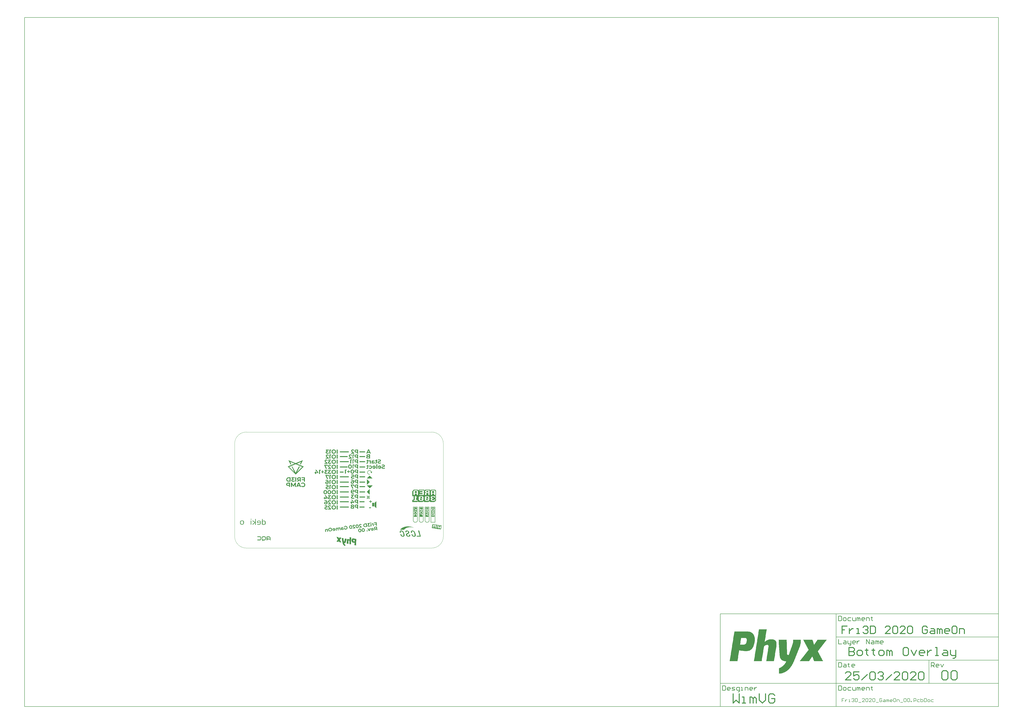
<source format=gbo>
G04*
G04 #@! TF.GenerationSoftware,Altium Limited,Altium Designer,20.0.13 (296)*
G04*
G04 Layer_Color=32896*
%FSLAX25Y25*%
%MOIN*%
G70*
G01*
G75*
%ADD12C,0.00787*%
%ADD14C,0.01575*%
%ADD15C,0.00394*%
%ADD16C,0.00984*%
G36*
X200568Y167316D02*
X200734Y167310D01*
X200893Y167291D01*
X201040Y167272D01*
X201186Y167246D01*
X201320Y167215D01*
X201448Y167183D01*
X201562Y167151D01*
X201670Y167119D01*
X201766Y167087D01*
X201842Y167062D01*
X201912Y167030D01*
X201970Y167011D01*
X202008Y166992D01*
X202033Y166985D01*
X202040Y166979D01*
X202174Y166909D01*
X202295Y166839D01*
X202409Y166762D01*
X202518Y166686D01*
X202620Y166609D01*
X202715Y166527D01*
X202798Y166450D01*
X202874Y166374D01*
X202938Y166304D01*
X203002Y166240D01*
X203053Y166183D01*
X203091Y166132D01*
X203123Y166087D01*
X203148Y166055D01*
X203161Y166036D01*
X203167Y166030D01*
X201989Y165272D01*
X201893Y165393D01*
X201785Y165501D01*
X201683Y165590D01*
X201588Y165667D01*
X201498Y165724D01*
X201435Y165762D01*
X201409Y165775D01*
X201390Y165788D01*
X201377Y165794D01*
X201371D01*
X201231Y165851D01*
X201084Y165896D01*
X200944Y165928D01*
X200817Y165953D01*
X200709Y165966D01*
X200658D01*
X200619Y165972D01*
X200543D01*
X200352Y165960D01*
X200180Y165934D01*
X200110Y165921D01*
X200040Y165902D01*
X199976Y165877D01*
X199925Y165858D01*
X199874Y165839D01*
X199829Y165813D01*
X199798Y165794D01*
X199766Y165781D01*
X199747Y165762D01*
X199728Y165756D01*
X199715Y165743D01*
X199664Y165699D01*
X199619Y165654D01*
X199549Y165546D01*
X199498Y165444D01*
X199466Y165335D01*
X199441Y165246D01*
X199435Y165170D01*
X199428Y165138D01*
Y165119D01*
Y165106D01*
Y165100D01*
X199435Y164991D01*
X199454Y164890D01*
X199479Y164788D01*
X199505Y164698D01*
X199530Y164622D01*
X199556Y164565D01*
X199575Y164526D01*
X199581Y164520D01*
Y164514D01*
X199613Y164456D01*
X199645Y164399D01*
X199734Y164278D01*
X199829Y164163D01*
X199925Y164055D01*
X200014Y163960D01*
X200052Y163915D01*
X200084Y163883D01*
X200116Y163851D01*
X200135Y163832D01*
X200148Y163819D01*
X200154Y163813D01*
X202849Y161271D01*
Y160227D01*
X197568D01*
Y161539D01*
X200575D01*
X198970Y163055D01*
X198848Y163176D01*
X198734Y163284D01*
X198626Y163399D01*
X198536Y163501D01*
X198447Y163603D01*
X198371Y163692D01*
X198307Y163781D01*
X198243Y163864D01*
X198192Y163934D01*
X198154Y163998D01*
X198116Y164055D01*
X198091Y164100D01*
X198065Y164138D01*
X198052Y164163D01*
X198039Y164182D01*
Y164189D01*
X197957Y164380D01*
X197899Y164571D01*
X197855Y164749D01*
X197829Y164915D01*
X197817Y164985D01*
X197810Y165055D01*
X197804Y165112D01*
Y165163D01*
X197798Y165202D01*
Y165234D01*
Y165253D01*
Y165259D01*
X197804Y165374D01*
X197810Y165488D01*
X197848Y165699D01*
X197874Y165794D01*
X197899Y165883D01*
X197931Y165966D01*
X197957Y166042D01*
X197989Y166113D01*
X198020Y166176D01*
X198046Y166227D01*
X198071Y166272D01*
X198091Y166310D01*
X198110Y166335D01*
X198116Y166348D01*
X198122Y166355D01*
X198256Y166520D01*
X198403Y166660D01*
X198556Y166788D01*
X198702Y166883D01*
X198829Y166966D01*
X198887Y166998D01*
X198938Y167024D01*
X198976Y167043D01*
X199008Y167055D01*
X199027Y167068D01*
X199033D01*
X199256Y167151D01*
X199492Y167215D01*
X199721Y167259D01*
X199829Y167278D01*
X199931Y167291D01*
X200027Y167304D01*
X200116Y167310D01*
X200199Y167316D01*
X200263D01*
X200320Y167323D01*
X200396D01*
X200568Y167316D01*
D02*
G37*
G36*
X231254Y160341D02*
X229604Y160341D01*
X228986Y161832D01*
X225744D01*
X225120Y160341D01*
X223425D01*
X226547Y167323D01*
X228145D01*
X231254Y160341D01*
D02*
G37*
G36*
X209652Y160227D02*
X208034D01*
Y162150D01*
X206626D01*
X206454Y162157D01*
X206289Y162163D01*
X206129Y162176D01*
X205983Y162195D01*
X205843Y162221D01*
X205709Y162246D01*
X205582Y162271D01*
X205473Y162303D01*
X205371Y162329D01*
X205282Y162354D01*
X205199Y162380D01*
X205136Y162405D01*
X205085Y162424D01*
X205047Y162437D01*
X205021Y162450D01*
X205015D01*
X204887Y162507D01*
X204773Y162577D01*
X204664Y162647D01*
X204562Y162717D01*
X204467Y162787D01*
X204384Y162864D01*
X204301Y162934D01*
X204231Y163004D01*
X204174Y163068D01*
X204117Y163131D01*
X204072Y163189D01*
X204034Y163233D01*
X204002Y163271D01*
X203983Y163303D01*
X203970Y163322D01*
X203964Y163329D01*
X203900Y163437D01*
X203843Y163552D01*
X203792Y163666D01*
X203747Y163781D01*
X203715Y163896D01*
X203683Y164004D01*
X203658Y164112D01*
X203639Y164214D01*
X203626Y164310D01*
X203613Y164399D01*
X203607Y164476D01*
X203601Y164546D01*
X203594Y164596D01*
Y164641D01*
Y164667D01*
Y164673D01*
X203601Y164819D01*
X203607Y164953D01*
X203626Y165087D01*
X203651Y165208D01*
X203677Y165329D01*
X203709Y165437D01*
X203747Y165546D01*
X203779Y165635D01*
X203811Y165724D01*
X203849Y165794D01*
X203881Y165864D01*
X203906Y165915D01*
X203932Y165960D01*
X203944Y165991D01*
X203957Y166011D01*
X203964Y166017D01*
X204034Y166119D01*
X204117Y166221D01*
X204199Y166310D01*
X204282Y166399D01*
X204371Y166476D01*
X204461Y166546D01*
X204543Y166616D01*
X204626Y166673D01*
X204709Y166724D01*
X204779Y166769D01*
X204843Y166807D01*
X204900Y166839D01*
X204951Y166864D01*
X204983Y166883D01*
X205008Y166890D01*
X205015Y166896D01*
X205142Y166953D01*
X205282Y166998D01*
X205416Y167043D01*
X205556Y167074D01*
X205824Y167132D01*
X205951Y167151D01*
X206079Y167170D01*
X206193Y167183D01*
X206295Y167189D01*
X206391Y167202D01*
X206467D01*
X206537Y167208D01*
X209652D01*
Y160227D01*
D02*
G37*
G36*
X174902D02*
X173284D01*
Y167208D01*
X174902D01*
Y160227D01*
D02*
G37*
G36*
X163965Y165909D02*
X162564D01*
Y160227D01*
X160952D01*
Y167208D01*
X163965D01*
Y165909D01*
D02*
G37*
G36*
X168443Y167316D02*
X168641Y167304D01*
X168825Y167278D01*
X169010Y167246D01*
X169182Y167215D01*
X169342Y167176D01*
X169488Y167132D01*
X169628Y167087D01*
X169755Y167043D01*
X169870Y166998D01*
X169966Y166960D01*
X170049Y166928D01*
X170112Y166896D01*
X170163Y166871D01*
X170189Y166858D01*
X170201Y166851D01*
X170361Y166762D01*
X170514Y166660D01*
X170654Y166558D01*
X170781Y166456D01*
X170908Y166348D01*
X171017Y166240D01*
X171119Y166138D01*
X171214Y166036D01*
X171297Y165941D01*
X171367Y165851D01*
X171431Y165769D01*
X171482Y165699D01*
X171520Y165641D01*
X171546Y165603D01*
X171565Y165571D01*
X171571Y165565D01*
X171660Y165412D01*
X171730Y165253D01*
X171800Y165087D01*
X171851Y164928D01*
X171902Y164775D01*
X171941Y164622D01*
X171972Y164476D01*
X171998Y164335D01*
X172023Y164201D01*
X172036Y164087D01*
X172049Y163979D01*
X172055Y163889D01*
Y163819D01*
X172062Y163762D01*
Y163730D01*
Y163717D01*
X172055Y163526D01*
X172042Y163342D01*
X172017Y163163D01*
X171985Y162991D01*
X171947Y162832D01*
X171909Y162679D01*
X171864Y162533D01*
X171813Y162405D01*
X171768Y162284D01*
X171724Y162176D01*
X171686Y162087D01*
X171647Y162010D01*
X171616Y161947D01*
X171590Y161902D01*
X171577Y161876D01*
X171571Y161864D01*
X171475Y161717D01*
X171367Y161571D01*
X171259Y161437D01*
X171144Y161316D01*
X171036Y161201D01*
X170921Y161093D01*
X170807Y160997D01*
X170698Y160915D01*
X170596Y160838D01*
X170501Y160768D01*
X170418Y160711D01*
X170348Y160660D01*
X170284Y160628D01*
X170240Y160596D01*
X170214Y160583D01*
X170201Y160577D01*
X170036Y160494D01*
X169864Y160424D01*
X169698Y160360D01*
X169526Y160310D01*
X169361Y160265D01*
X169201Y160227D01*
X169042Y160195D01*
X168896Y160169D01*
X168762Y160150D01*
X168634Y160137D01*
X168526Y160125D01*
X168431Y160118D01*
X168354D01*
X168297Y160112D01*
X168246D01*
X168042Y160118D01*
X167851Y160131D01*
X167660Y160157D01*
X167481Y160182D01*
X167309Y160220D01*
X167150Y160258D01*
X166997Y160303D01*
X166857Y160348D01*
X166736Y160386D01*
X166621Y160431D01*
X166526Y160469D01*
X166443Y160507D01*
X166379Y160532D01*
X166329Y160558D01*
X166303Y160571D01*
X166290Y160577D01*
X166131Y160666D01*
X165978Y160768D01*
X165838Y160870D01*
X165711Y160972D01*
X165583Y161080D01*
X165475Y161188D01*
X165373Y161297D01*
X165277Y161392D01*
X165195Y161488D01*
X165124Y161577D01*
X165061Y161660D01*
X165010Y161730D01*
X164972Y161787D01*
X164946Y161826D01*
X164927Y161857D01*
X164921Y161864D01*
X164831Y162023D01*
X164755Y162182D01*
X164691Y162341D01*
X164634Y162501D01*
X164583Y162660D01*
X164545Y162813D01*
X164513Y162959D01*
X164488Y163100D01*
X164468Y163227D01*
X164449Y163348D01*
X164437Y163456D01*
X164430Y163545D01*
X164424Y163616D01*
Y163673D01*
Y163705D01*
Y163717D01*
X164430Y163909D01*
X164443Y164093D01*
X164468Y164272D01*
X164500Y164437D01*
X164539Y164603D01*
X164583Y164756D01*
X164628Y164896D01*
X164672Y165023D01*
X164717Y165144D01*
X164761Y165253D01*
X164806Y165342D01*
X164844Y165418D01*
X164876Y165482D01*
X164902Y165526D01*
X164914Y165558D01*
X164921Y165565D01*
X165016Y165718D01*
X165124Y165858D01*
X165233Y165991D01*
X165341Y166113D01*
X165456Y166227D01*
X165570Y166335D01*
X165685Y166431D01*
X165793Y166514D01*
X165895Y166597D01*
X165991Y166660D01*
X166074Y166718D01*
X166144Y166769D01*
X166207Y166800D01*
X166252Y166832D01*
X166278Y166845D01*
X166290Y166851D01*
X166456Y166934D01*
X166621Y167004D01*
X166794Y167068D01*
X166959Y167125D01*
X167125Y167170D01*
X167290Y167208D01*
X167443Y167240D01*
X167590Y167265D01*
X167730Y167285D01*
X167857Y167297D01*
X167966Y167310D01*
X168061Y167316D01*
X168138Y167323D01*
X168246D01*
X168443Y167316D01*
D02*
G37*
G36*
X159780Y165909D02*
X156812D01*
X158245Y164284D01*
Y163214D01*
X157385D01*
X157277Y163208D01*
X157175Y163195D01*
X157073Y163176D01*
X156984Y163157D01*
X156901Y163138D01*
X156748Y163080D01*
X156627Y163017D01*
X156519Y162947D01*
X156430Y162870D01*
X156366Y162787D01*
X156308Y162711D01*
X156270Y162628D01*
X156238Y162558D01*
X156219Y162494D01*
X156207Y162437D01*
X156200Y162399D01*
Y162373D01*
Y162361D01*
X156207Y162284D01*
X156213Y162208D01*
X156257Y162074D01*
X156308Y161959D01*
X156372Y161864D01*
X156442Y161787D01*
X156493Y161736D01*
X156538Y161705D01*
X156544Y161692D01*
X156551D01*
X156691Y161615D01*
X156850Y161558D01*
X157009Y161520D01*
X157162Y161494D01*
X157232Y161482D01*
X157296Y161475D01*
X157353Y161469D01*
X157404D01*
X157449Y161462D01*
X157506D01*
X157710Y161469D01*
X157907Y161488D01*
X158086Y161513D01*
X158168Y161526D01*
X158251Y161545D01*
X158321Y161558D01*
X158385Y161571D01*
X158442Y161583D01*
X158493Y161596D01*
X158532Y161609D01*
X158557Y161615D01*
X158576Y161622D01*
X158583D01*
X158774Y161692D01*
X158946Y161762D01*
X159105Y161845D01*
X159239Y161915D01*
X159296Y161953D01*
X159347Y161985D01*
X159392Y162010D01*
X159430Y162036D01*
X159462Y162061D01*
X159481Y162074D01*
X159494Y162080D01*
X159500Y162087D01*
X160124Y160851D01*
X159933Y160723D01*
X159729Y160615D01*
X159525Y160520D01*
X159341Y160443D01*
X159251Y160411D01*
X159169Y160380D01*
X159098Y160360D01*
X159041Y160341D01*
X158990Y160322D01*
X158952Y160310D01*
X158926Y160303D01*
X158920D01*
X158653Y160239D01*
X158391Y160195D01*
X158149Y160157D01*
X158035Y160144D01*
X157926Y160137D01*
X157831Y160131D01*
X157742Y160125D01*
X157659Y160118D01*
X157595D01*
X157538Y160112D01*
X157468D01*
X157296Y160118D01*
X157124Y160125D01*
X156965Y160137D01*
X156818Y160163D01*
X156678Y160182D01*
X156544Y160208D01*
X156423Y160239D01*
X156315Y160265D01*
X156213Y160297D01*
X156124Y160322D01*
X156047Y160348D01*
X155984Y160373D01*
X155933Y160392D01*
X155901Y160405D01*
X155875Y160411D01*
X155869Y160418D01*
X155748Y160475D01*
X155640Y160539D01*
X155538Y160609D01*
X155442Y160673D01*
X155353Y160743D01*
X155270Y160813D01*
X155200Y160876D01*
X155136Y160940D01*
X155079Y160997D01*
X155028Y161055D01*
X154990Y161106D01*
X154952Y161150D01*
X154926Y161182D01*
X154907Y161214D01*
X154901Y161227D01*
X154894Y161233D01*
X154837Y161329D01*
X154786Y161431D01*
X154748Y161526D01*
X154710Y161628D01*
X154652Y161819D01*
X154614Y161991D01*
X154601Y162068D01*
X154595Y162138D01*
X154582Y162201D01*
Y162259D01*
X154576Y162303D01*
Y162335D01*
Y162354D01*
Y162361D01*
X154582Y162507D01*
X154595Y162641D01*
X154620Y162775D01*
X154652Y162896D01*
X154691Y163017D01*
X154729Y163125D01*
X154773Y163221D01*
X154818Y163316D01*
X154869Y163399D01*
X154913Y163469D01*
X154952Y163533D01*
X154990Y163584D01*
X155022Y163622D01*
X155047Y163654D01*
X155060Y163673D01*
X155066Y163679D01*
X155162Y163775D01*
X155264Y163864D01*
X155372Y163940D01*
X155487Y164010D01*
X155608Y164074D01*
X155722Y164131D01*
X155837Y164176D01*
X155945Y164221D01*
X156054Y164259D01*
X156149Y164284D01*
X156238Y164310D01*
X156315Y164329D01*
X156378Y164342D01*
X156430Y164354D01*
X156455Y164361D01*
X156468D01*
X154894Y166157D01*
Y167208D01*
X159780D01*
Y165909D01*
D02*
G37*
G36*
X196657Y158824D02*
X196823Y158818D01*
X196982Y158799D01*
X197129Y158779D01*
X197275Y158754D01*
X197409Y158722D01*
X197536Y158690D01*
X197651Y158658D01*
X197759Y158626D01*
X197855Y158595D01*
X197931Y158569D01*
X198001Y158537D01*
X198059Y158518D01*
X198097Y158499D01*
X198122Y158493D01*
X198129Y158486D01*
X198263Y158416D01*
X198383Y158346D01*
X198498Y158270D01*
X198607Y158193D01*
X198708Y158117D01*
X198804Y158034D01*
X198887Y157958D01*
X198963Y157881D01*
X199027Y157811D01*
X199091Y157747D01*
X199142Y157690D01*
X199180Y157639D01*
X199212Y157595D01*
X199237Y157563D01*
X199250Y157544D01*
X199256Y157537D01*
X198078Y156779D01*
X197982Y156900D01*
X197874Y157009D01*
X197772Y157098D01*
X197676Y157174D01*
X197587Y157231D01*
X197524Y157270D01*
X197498Y157282D01*
X197479Y157295D01*
X197466Y157302D01*
X197460D01*
X197320Y157359D01*
X197173Y157404D01*
X197033Y157435D01*
X196906Y157461D01*
X196797Y157474D01*
X196746D01*
X196708Y157480D01*
X196632D01*
X196441Y157467D01*
X196269Y157442D01*
X196199Y157429D01*
X196128Y157410D01*
X196065Y157384D01*
X196014Y157365D01*
X195963Y157346D01*
X195918Y157321D01*
X195887Y157302D01*
X195855Y157289D01*
X195835Y157270D01*
X195816Y157263D01*
X195804Y157251D01*
X195753Y157206D01*
X195708Y157161D01*
X195638Y157053D01*
X195587Y156951D01*
X195555Y156843D01*
X195530Y156754D01*
X195523Y156677D01*
X195517Y156646D01*
Y156626D01*
Y156614D01*
Y156607D01*
X195523Y156499D01*
X195543Y156397D01*
X195568Y156295D01*
X195594Y156206D01*
X195619Y156130D01*
X195644Y156072D01*
X195663Y156034D01*
X195670Y156028D01*
Y156021D01*
X195702Y155964D01*
X195734Y155906D01*
X195823Y155786D01*
X195918Y155671D01*
X196014Y155563D01*
X196103Y155467D01*
X196141Y155422D01*
X196173Y155391D01*
X196205Y155359D01*
X196224Y155340D01*
X196237Y155327D01*
X196243Y155321D01*
X198938Y152779D01*
Y151734D01*
X193657D01*
Y153046D01*
X196664D01*
X195058Y154562D01*
X194937Y154683D01*
X194823Y154792D01*
X194714Y154906D01*
X194625Y155008D01*
X194536Y155110D01*
X194460Y155200D01*
X194396Y155289D01*
X194332Y155371D01*
X194281Y155441D01*
X194243Y155505D01*
X194205Y155563D01*
X194179Y155607D01*
X194154Y155645D01*
X194141Y155671D01*
X194128Y155690D01*
Y155696D01*
X194045Y155887D01*
X193988Y156079D01*
X193944Y156257D01*
X193918Y156422D01*
X193905Y156493D01*
X193899Y156563D01*
X193893Y156620D01*
Y156671D01*
X193886Y156709D01*
Y156741D01*
Y156760D01*
Y156766D01*
X193893Y156881D01*
X193899Y156996D01*
X193937Y157206D01*
X193963Y157302D01*
X193988Y157391D01*
X194020Y157474D01*
X194045Y157550D01*
X194077Y157620D01*
X194109Y157684D01*
X194135Y157735D01*
X194160Y157779D01*
X194179Y157817D01*
X194198Y157843D01*
X194205Y157856D01*
X194211Y157862D01*
X194345Y158028D01*
X194491Y158168D01*
X194644Y158295D01*
X194791Y158391D01*
X194918Y158474D01*
X194976Y158505D01*
X195027Y158531D01*
X195065Y158550D01*
X195097Y158563D01*
X195116Y158576D01*
X195122D01*
X195345Y158658D01*
X195581Y158722D01*
X195810Y158767D01*
X195918Y158786D01*
X196020Y158799D01*
X196116Y158811D01*
X196205Y158818D01*
X196288Y158824D01*
X196352D01*
X196409Y158830D01*
X196485D01*
X196657Y158824D01*
D02*
G37*
G36*
X157512Y158709D02*
X157678Y158703D01*
X157837Y158684D01*
X157984Y158665D01*
X158130Y158639D01*
X158264Y158607D01*
X158391Y158576D01*
X158506Y158544D01*
X158614Y158512D01*
X158710Y158480D01*
X158786Y158455D01*
X158856Y158423D01*
X158914Y158404D01*
X158952Y158385D01*
X158977Y158378D01*
X158984Y158372D01*
X159118Y158302D01*
X159239Y158232D01*
X159353Y158155D01*
X159462Y158079D01*
X159564Y158002D01*
X159659Y157920D01*
X159742Y157843D01*
X159818Y157767D01*
X159882Y157696D01*
X159946Y157633D01*
X159997Y157576D01*
X160035Y157525D01*
X160067Y157480D01*
X160092Y157448D01*
X160105Y157429D01*
X160111Y157423D01*
X158933Y156665D01*
X158837Y156786D01*
X158729Y156894D01*
X158627Y156983D01*
X158532Y157060D01*
X158442Y157117D01*
X158379Y157155D01*
X158353Y157168D01*
X158334Y157181D01*
X158321Y157187D01*
X158315D01*
X158175Y157244D01*
X158028Y157289D01*
X157888Y157321D01*
X157761Y157346D01*
X157652Y157359D01*
X157602D01*
X157563Y157365D01*
X157487D01*
X157296Y157352D01*
X157124Y157327D01*
X157054Y157314D01*
X156984Y157295D01*
X156920Y157270D01*
X156869Y157251D01*
X156818Y157231D01*
X156773Y157206D01*
X156742Y157187D01*
X156710Y157174D01*
X156691Y157155D01*
X156672Y157149D01*
X156659Y157136D01*
X156608Y157091D01*
X156563Y157047D01*
X156493Y156939D01*
X156442Y156837D01*
X156410Y156728D01*
X156385Y156639D01*
X156378Y156563D01*
X156372Y156531D01*
Y156512D01*
Y156499D01*
Y156493D01*
X156378Y156384D01*
X156398Y156282D01*
X156423Y156180D01*
X156449Y156091D01*
X156474Y156015D01*
X156500Y155957D01*
X156519Y155919D01*
X156525Y155913D01*
Y155906D01*
X156557Y155849D01*
X156589Y155792D01*
X156678Y155671D01*
X156773Y155556D01*
X156869Y155448D01*
X156958Y155352D01*
X156996Y155308D01*
X157028Y155276D01*
X157060Y155244D01*
X157079Y155225D01*
X157092Y155212D01*
X157098Y155206D01*
X159793Y152664D01*
Y151620D01*
X154512D01*
Y152932D01*
X157519D01*
X155913Y154448D01*
X155792Y154569D01*
X155678Y154677D01*
X155570Y154792D01*
X155480Y154894D01*
X155391Y154996D01*
X155315Y155085D01*
X155251Y155174D01*
X155187Y155257D01*
X155136Y155327D01*
X155098Y155391D01*
X155060Y155448D01*
X155034Y155492D01*
X155009Y155531D01*
X154996Y155556D01*
X154983Y155575D01*
Y155582D01*
X154901Y155773D01*
X154843Y155964D01*
X154799Y156142D01*
X154773Y156308D01*
X154761Y156378D01*
X154754Y156448D01*
X154748Y156505D01*
Y156556D01*
X154742Y156595D01*
Y156626D01*
Y156646D01*
Y156652D01*
X154748Y156766D01*
X154754Y156881D01*
X154792Y157091D01*
X154818Y157187D01*
X154843Y157276D01*
X154875Y157359D01*
X154901Y157435D01*
X154932Y157505D01*
X154964Y157569D01*
X154990Y157620D01*
X155015Y157665D01*
X155034Y157703D01*
X155054Y157728D01*
X155060Y157741D01*
X155066Y157747D01*
X155200Y157913D01*
X155347Y158053D01*
X155499Y158181D01*
X155646Y158276D01*
X155773Y158359D01*
X155831Y158391D01*
X155882Y158416D01*
X155920Y158435D01*
X155952Y158448D01*
X155971Y158461D01*
X155977D01*
X156200Y158544D01*
X156436Y158607D01*
X156665Y158652D01*
X156773Y158671D01*
X156875Y158684D01*
X156971Y158697D01*
X157060Y158703D01*
X157143Y158709D01*
X157207D01*
X157264Y158716D01*
X157340D01*
X157512Y158709D01*
D02*
G37*
G36*
X229840Y151963D02*
X226228D01*
X225980Y151970D01*
X225744Y151983D01*
X225527Y152008D01*
X225324Y152040D01*
X225139Y152078D01*
X224967Y152116D01*
X224814Y152161D01*
X224674Y152212D01*
X224553Y152257D01*
X224444Y152301D01*
X224355Y152339D01*
X224279Y152377D01*
X224221Y152409D01*
X224177Y152435D01*
X224151Y152448D01*
X224145Y152454D01*
X224018Y152550D01*
X223909Y152658D01*
X223814Y152766D01*
X223731Y152887D01*
X223661Y153002D01*
X223604Y153123D01*
X223559Y153237D01*
X223521Y153346D01*
X223489Y153454D01*
X223470Y153550D01*
X223451Y153639D01*
X223444Y153715D01*
X223438Y153779D01*
X223432Y153830D01*
Y153855D01*
Y153868D01*
X223438Y153989D01*
X223444Y154097D01*
X223482Y154308D01*
X223508Y154403D01*
X223540Y154499D01*
X223572Y154582D01*
X223604Y154652D01*
X223635Y154722D01*
X223667Y154785D01*
X223693Y154836D01*
X223725Y154881D01*
X223744Y154913D01*
X223763Y154938D01*
X223769Y154951D01*
X223776Y154957D01*
X223916Y155110D01*
X224062Y155244D01*
X224221Y155352D01*
X224368Y155441D01*
X224438Y155480D01*
X224502Y155512D01*
X224565Y155537D01*
X224610Y155556D01*
X224655Y155575D01*
X224687Y155588D01*
X224706Y155594D01*
X224712D01*
X224559Y155690D01*
X224419Y155792D01*
X224304Y155894D01*
X224209Y155996D01*
X224132Y156085D01*
X224075Y156155D01*
X224056Y156180D01*
X224043Y156200D01*
X224030Y156212D01*
Y156219D01*
X223948Y156371D01*
X223884Y156531D01*
X223839Y156684D01*
X223814Y156824D01*
X223801Y156887D01*
X223795Y156945D01*
X223788Y157002D01*
Y157047D01*
X223782Y157079D01*
Y157104D01*
Y157123D01*
Y157130D01*
X223788Y157282D01*
X223814Y157429D01*
X223846Y157563D01*
X223890Y157690D01*
X223941Y157805D01*
X223998Y157913D01*
X224056Y158015D01*
X224119Y158104D01*
X224183Y158187D01*
X224247Y158257D01*
X224304Y158314D01*
X224355Y158365D01*
X224400Y158404D01*
X224432Y158429D01*
X224457Y158448D01*
X224464Y158455D01*
X224597Y158544D01*
X224744Y158614D01*
X224897Y158684D01*
X225056Y158741D01*
X225221Y158786D01*
X225381Y158824D01*
X225546Y158856D01*
X225699Y158881D01*
X225846Y158907D01*
X225986Y158920D01*
X226107Y158932D01*
X226215Y158939D01*
X226304Y158945D01*
X229840D01*
Y151963D01*
D02*
G37*
G36*
X209652Y151734D02*
X208034D01*
Y153658D01*
X206626D01*
X206454Y153664D01*
X206289Y153671D01*
X206129Y153683D01*
X205983Y153702D01*
X205843Y153728D01*
X205709Y153753D01*
X205582Y153779D01*
X205473Y153811D01*
X205371Y153836D01*
X205282Y153862D01*
X205199Y153887D01*
X205136Y153913D01*
X205085Y153932D01*
X205047Y153945D01*
X205021Y153957D01*
X205015D01*
X204887Y154015D01*
X204773Y154085D01*
X204664Y154155D01*
X204562Y154225D01*
X204467Y154295D01*
X204384Y154371D01*
X204301Y154441D01*
X204231Y154511D01*
X204174Y154575D01*
X204117Y154639D01*
X204072Y154696D01*
X204034Y154741D01*
X204002Y154779D01*
X203983Y154811D01*
X203970Y154830D01*
X203964Y154836D01*
X203900Y154945D01*
X203843Y155059D01*
X203792Y155174D01*
X203747Y155289D01*
X203715Y155403D01*
X203683Y155512D01*
X203658Y155620D01*
X203639Y155722D01*
X203626Y155817D01*
X203613Y155906D01*
X203607Y155983D01*
X203601Y156053D01*
X203594Y156104D01*
Y156149D01*
Y156174D01*
Y156180D01*
X203601Y156327D01*
X203607Y156461D01*
X203626Y156595D01*
X203651Y156716D01*
X203677Y156837D01*
X203709Y156945D01*
X203747Y157053D01*
X203779Y157142D01*
X203811Y157231D01*
X203849Y157302D01*
X203881Y157372D01*
X203906Y157423D01*
X203932Y157467D01*
X203944Y157499D01*
X203957Y157518D01*
X203964Y157525D01*
X204034Y157626D01*
X204117Y157728D01*
X204199Y157817D01*
X204282Y157907D01*
X204371Y157983D01*
X204461Y158053D01*
X204543Y158123D01*
X204626Y158181D01*
X204709Y158232D01*
X204779Y158276D01*
X204843Y158314D01*
X204900Y158346D01*
X204951Y158372D01*
X204983Y158391D01*
X205008Y158397D01*
X205015Y158404D01*
X205142Y158461D01*
X205282Y158505D01*
X205416Y158550D01*
X205556Y158582D01*
X205824Y158639D01*
X205951Y158658D01*
X206079Y158677D01*
X206193Y158690D01*
X206295Y158697D01*
X206391Y158709D01*
X206467D01*
X206537Y158716D01*
X209652D01*
Y151734D01*
D02*
G37*
G36*
X203110Y157416D02*
X201709D01*
Y151734D01*
X200097D01*
Y158716D01*
X203110D01*
Y157416D01*
D02*
G37*
G36*
X174902Y151620D02*
X173284D01*
Y158601D01*
X174902D01*
Y151620D01*
D02*
G37*
G36*
X163965Y157302D02*
X162564D01*
Y151620D01*
X160952D01*
Y158601D01*
X163965D01*
Y157302D01*
D02*
G37*
G36*
X168443Y158709D02*
X168641Y158697D01*
X168825Y158671D01*
X169010Y158639D01*
X169182Y158607D01*
X169342Y158569D01*
X169488Y158525D01*
X169628Y158480D01*
X169755Y158435D01*
X169870Y158391D01*
X169966Y158353D01*
X170049Y158321D01*
X170112Y158289D01*
X170163Y158263D01*
X170189Y158251D01*
X170201Y158244D01*
X170361Y158155D01*
X170514Y158053D01*
X170654Y157951D01*
X170781Y157849D01*
X170908Y157741D01*
X171017Y157633D01*
X171119Y157531D01*
X171214Y157429D01*
X171297Y157333D01*
X171367Y157244D01*
X171431Y157161D01*
X171482Y157091D01*
X171520Y157034D01*
X171546Y156996D01*
X171565Y156964D01*
X171571Y156958D01*
X171660Y156805D01*
X171730Y156646D01*
X171800Y156480D01*
X171851Y156321D01*
X171902Y156168D01*
X171941Y156015D01*
X171972Y155868D01*
X171998Y155728D01*
X172023Y155594D01*
X172036Y155480D01*
X172049Y155371D01*
X172055Y155282D01*
Y155212D01*
X172062Y155155D01*
Y155123D01*
Y155110D01*
X172055Y154919D01*
X172042Y154735D01*
X172017Y154556D01*
X171985Y154384D01*
X171947Y154225D01*
X171909Y154072D01*
X171864Y153926D01*
X171813Y153798D01*
X171768Y153677D01*
X171724Y153569D01*
X171686Y153480D01*
X171647Y153403D01*
X171616Y153339D01*
X171590Y153295D01*
X171577Y153269D01*
X171571Y153257D01*
X171475Y153110D01*
X171367Y152964D01*
X171259Y152830D01*
X171144Y152709D01*
X171036Y152594D01*
X170921Y152486D01*
X170807Y152390D01*
X170698Y152307D01*
X170596Y152231D01*
X170501Y152161D01*
X170418Y152104D01*
X170348Y152053D01*
X170284Y152021D01*
X170240Y151989D01*
X170214Y151976D01*
X170201Y151970D01*
X170036Y151887D01*
X169864Y151817D01*
X169698Y151753D01*
X169526Y151702D01*
X169361Y151658D01*
X169201Y151620D01*
X169042Y151588D01*
X168896Y151562D01*
X168762Y151543D01*
X168634Y151530D01*
X168526Y151518D01*
X168431Y151511D01*
X168354D01*
X168297Y151505D01*
X168246D01*
X168042Y151511D01*
X167851Y151524D01*
X167660Y151549D01*
X167481Y151575D01*
X167309Y151613D01*
X167150Y151651D01*
X166997Y151696D01*
X166857Y151741D01*
X166736Y151779D01*
X166621Y151823D01*
X166526Y151862D01*
X166443Y151900D01*
X166379Y151925D01*
X166329Y151951D01*
X166303Y151963D01*
X166290Y151970D01*
X166131Y152059D01*
X165978Y152161D01*
X165838Y152263D01*
X165711Y152365D01*
X165583Y152473D01*
X165475Y152581D01*
X165373Y152690D01*
X165277Y152785D01*
X165195Y152881D01*
X165124Y152970D01*
X165061Y153053D01*
X165010Y153123D01*
X164972Y153180D01*
X164946Y153218D01*
X164927Y153250D01*
X164921Y153257D01*
X164831Y153416D01*
X164755Y153575D01*
X164691Y153734D01*
X164634Y153894D01*
X164583Y154053D01*
X164545Y154206D01*
X164513Y154352D01*
X164488Y154492D01*
X164468Y154620D01*
X164449Y154741D01*
X164437Y154849D01*
X164430Y154938D01*
X164424Y155008D01*
Y155066D01*
Y155098D01*
Y155110D01*
X164430Y155301D01*
X164443Y155486D01*
X164468Y155665D01*
X164500Y155830D01*
X164539Y155996D01*
X164583Y156149D01*
X164628Y156289D01*
X164672Y156416D01*
X164717Y156537D01*
X164761Y156646D01*
X164806Y156735D01*
X164844Y156811D01*
X164876Y156875D01*
X164902Y156919D01*
X164914Y156951D01*
X164921Y156958D01*
X165016Y157111D01*
X165124Y157251D01*
X165233Y157384D01*
X165341Y157505D01*
X165456Y157620D01*
X165570Y157728D01*
X165685Y157824D01*
X165793Y157907D01*
X165895Y157990D01*
X165991Y158053D01*
X166074Y158111D01*
X166144Y158161D01*
X166207Y158193D01*
X166252Y158225D01*
X166278Y158238D01*
X166290Y158244D01*
X166456Y158327D01*
X166621Y158397D01*
X166794Y158461D01*
X166959Y158518D01*
X167125Y158563D01*
X167290Y158601D01*
X167443Y158633D01*
X167590Y158658D01*
X167730Y158677D01*
X167857Y158690D01*
X167966Y158703D01*
X168061Y158709D01*
X168138Y158716D01*
X168246D01*
X168443Y158709D01*
D02*
G37*
G36*
X155519Y150102D02*
X155684Y150096D01*
X155843Y150077D01*
X155990Y150058D01*
X156137Y150032D01*
X156270Y150000D01*
X156398Y149968D01*
X156512Y149937D01*
X156621Y149905D01*
X156716Y149873D01*
X156793Y149847D01*
X156863Y149816D01*
X156920Y149796D01*
X156958Y149777D01*
X156984Y149771D01*
X156990Y149765D01*
X157124Y149695D01*
X157245Y149625D01*
X157360Y149548D01*
X157468Y149472D01*
X157570Y149395D01*
X157665Y149312D01*
X157748Y149236D01*
X157825Y149159D01*
X157888Y149089D01*
X157952Y149026D01*
X158003Y148968D01*
X158041Y148917D01*
X158073Y148873D01*
X158098Y148841D01*
X158111Y148822D01*
X158118Y148816D01*
X156939Y148057D01*
X156844Y148179D01*
X156735Y148287D01*
X156633Y148376D01*
X156538Y148452D01*
X156449Y148510D01*
X156385Y148548D01*
X156359Y148561D01*
X156340Y148573D01*
X156328Y148580D01*
X156321D01*
X156181Y148637D01*
X156035Y148682D01*
X155894Y148714D01*
X155767Y148739D01*
X155659Y148752D01*
X155608D01*
X155570Y148758D01*
X155493D01*
X155302Y148745D01*
X155130Y148720D01*
X155060Y148707D01*
X154990Y148688D01*
X154926Y148663D01*
X154875Y148644D01*
X154824Y148624D01*
X154780Y148599D01*
X154748Y148580D01*
X154716Y148567D01*
X154697Y148548D01*
X154678Y148542D01*
X154665Y148529D01*
X154614Y148484D01*
X154569Y148440D01*
X154499Y148331D01*
X154448Y148229D01*
X154417Y148121D01*
X154391Y148032D01*
X154385Y147956D01*
X154378Y147924D01*
Y147905D01*
Y147892D01*
Y147885D01*
X154385Y147777D01*
X154404Y147675D01*
X154429Y147573D01*
X154455Y147484D01*
X154480Y147408D01*
X154506Y147350D01*
X154525Y147312D01*
X154531Y147306D01*
Y147299D01*
X154563Y147242D01*
X154595Y147185D01*
X154684Y147064D01*
X154780Y146949D01*
X154875Y146841D01*
X154964Y146745D01*
X155003Y146701D01*
X155034Y146669D01*
X155066Y146637D01*
X155085Y146618D01*
X155098Y146605D01*
X155104Y146599D01*
X157799Y144057D01*
Y143012D01*
X152518D01*
Y144325D01*
X155525D01*
X153920Y145841D01*
X153799Y145962D01*
X153684Y146070D01*
X153576Y146185D01*
X153487Y146287D01*
X153397Y146388D01*
X153321Y146478D01*
X153257Y146567D01*
X153193Y146650D01*
X153143Y146720D01*
X153104Y146783D01*
X153066Y146841D01*
X153041Y146885D01*
X153015Y146924D01*
X153002Y146949D01*
X152990Y146968D01*
Y146975D01*
X152907Y147166D01*
X152850Y147357D01*
X152805Y147535D01*
X152779Y147701D01*
X152767Y147771D01*
X152760Y147841D01*
X152754Y147898D01*
Y147949D01*
X152748Y147987D01*
Y148019D01*
Y148038D01*
Y148045D01*
X152754Y148159D01*
X152760Y148274D01*
X152799Y148484D01*
X152824Y148580D01*
X152850Y148669D01*
X152881Y148752D01*
X152907Y148828D01*
X152939Y148898D01*
X152971Y148962D01*
X152996Y149013D01*
X153022Y149057D01*
X153041Y149096D01*
X153060Y149121D01*
X153066Y149134D01*
X153073Y149140D01*
X153206Y149306D01*
X153353Y149446D01*
X153506Y149574D01*
X153652Y149669D01*
X153780Y149752D01*
X153837Y149784D01*
X153888Y149809D01*
X153926Y149828D01*
X153958Y149841D01*
X153977Y149854D01*
X153983D01*
X154206Y149937D01*
X154442Y150000D01*
X154671Y150045D01*
X154780Y150064D01*
X154882Y150077D01*
X154977Y150090D01*
X155066Y150096D01*
X155149Y150102D01*
X155213D01*
X155270Y150109D01*
X155347D01*
X155519Y150102D01*
D02*
G37*
G36*
X235426Y148911D02*
X235656Y148892D01*
X235866Y148860D01*
X235968Y148847D01*
X236057Y148835D01*
X236140Y148816D01*
X236216Y148803D01*
X236286Y148784D01*
X236337Y148771D01*
X236382Y148765D01*
X236420Y148752D01*
X236439Y148745D01*
X236445D01*
X236668Y148675D01*
X236866Y148599D01*
X236961Y148561D01*
X237044Y148516D01*
X237127Y148478D01*
X237197Y148440D01*
X237267Y148408D01*
X237325Y148376D01*
X237375Y148344D01*
X237420Y148319D01*
X237452Y148300D01*
X237477Y148280D01*
X237490Y148274D01*
X237496Y148268D01*
X236942Y147178D01*
X236828Y147261D01*
X236707Y147331D01*
X236592Y147395D01*
X236477Y147446D01*
X236382Y147484D01*
X236337Y147503D01*
X236305Y147516D01*
X236274Y147529D01*
X236254Y147535D01*
X236242Y147541D01*
X236235D01*
X236082Y147586D01*
X235929Y147618D01*
X235789Y147643D01*
X235662Y147656D01*
X235554Y147669D01*
X235503D01*
X235465Y147675D01*
X235280D01*
X235178Y147662D01*
X235082Y147650D01*
X234987Y147631D01*
X234904Y147611D01*
X234827Y147586D01*
X234764Y147567D01*
X234700Y147541D01*
X234649Y147516D01*
X234598Y147491D01*
X234560Y147465D01*
X234528Y147446D01*
X234503Y147427D01*
X234484Y147414D01*
X234477Y147408D01*
X234471Y147401D01*
X234413Y147350D01*
X234369Y147287D01*
X234324Y147229D01*
X234292Y147166D01*
X234235Y147032D01*
X234197Y146905D01*
X234178Y146796D01*
X234165Y146745D01*
Y146701D01*
X234159Y146669D01*
Y146643D01*
Y146624D01*
Y146618D01*
X235394D01*
X235611Y146611D01*
X235808Y146599D01*
X235993Y146580D01*
X236165Y146554D01*
X236318Y146516D01*
X236465Y146484D01*
X236592Y146446D01*
X236707Y146408D01*
X236809Y146363D01*
X236898Y146325D01*
X236974Y146293D01*
X237032Y146261D01*
X237083Y146229D01*
X237114Y146210D01*
X237133Y146197D01*
X237140Y146191D01*
X237235Y146108D01*
X237325Y146019D01*
X237401Y145923D01*
X237465Y145828D01*
X237516Y145726D01*
X237560Y145631D01*
X237598Y145535D01*
X237630Y145439D01*
X237656Y145357D01*
X237668Y145274D01*
X237681Y145197D01*
X237694Y145140D01*
Y145083D01*
X237700Y145044D01*
Y145019D01*
Y145013D01*
X237688Y144841D01*
X237662Y144688D01*
X237624Y144548D01*
X237579Y144420D01*
X237535Y144318D01*
X237516Y144280D01*
X237496Y144242D01*
X237477Y144216D01*
X237471Y144197D01*
X237458Y144185D01*
Y144178D01*
X237356Y144044D01*
X237248Y143930D01*
X237133Y143834D01*
X237019Y143751D01*
X236917Y143688D01*
X236879Y143656D01*
X236840Y143637D01*
X236809Y143617D01*
X236783Y143611D01*
X236770Y143598D01*
X236764D01*
X236586Y143528D01*
X236407Y143484D01*
X236229Y143446D01*
X236057Y143420D01*
X235981Y143414D01*
X235910Y143407D01*
X235853Y143401D01*
X235796D01*
X235751Y143395D01*
X235694D01*
X235477Y143401D01*
X235280Y143426D01*
X235095Y143465D01*
X234929Y143509D01*
X234783Y143567D01*
X234649Y143630D01*
X234528Y143694D01*
X234426Y143764D01*
X234337Y143834D01*
X234261Y143898D01*
X234197Y143962D01*
X234146Y144019D01*
X234108Y144063D01*
X234076Y144102D01*
X234063Y144127D01*
X234057Y144133D01*
Y143471D01*
X232598D01*
Y146529D01*
X232604Y146745D01*
X232624Y146949D01*
X232662Y147140D01*
X232700Y147312D01*
X232751Y147478D01*
X232808Y147624D01*
X232872Y147752D01*
X232929Y147873D01*
X232993Y147975D01*
X233057Y148070D01*
X233114Y148147D01*
X233165Y148210D01*
X233203Y148255D01*
X233235Y148293D01*
X233260Y148312D01*
X233267Y148319D01*
X233401Y148427D01*
X233541Y148516D01*
X233694Y148599D01*
X233846Y148663D01*
X234006Y148720D01*
X234165Y148771D01*
X234324Y148809D01*
X234477Y148841D01*
X234617Y148866D01*
X234751Y148886D01*
X234872Y148898D01*
X234980Y148911D01*
X235063D01*
X235127Y148917D01*
X235184D01*
X235426Y148911D01*
D02*
G37*
G36*
X241497Y148714D02*
X242325D01*
Y147516D01*
X241497D01*
Y145312D01*
X241491Y145140D01*
X241471Y144981D01*
X241446Y144828D01*
X241414Y144688D01*
X241376Y144560D01*
X241331Y144439D01*
X241287Y144337D01*
X241236Y144242D01*
X241185Y144153D01*
X241140Y144082D01*
X241096Y144019D01*
X241057Y143968D01*
X241025Y143930D01*
X240994Y143904D01*
X240981Y143885D01*
X240974Y143879D01*
X240873Y143796D01*
X240758Y143719D01*
X240643Y143656D01*
X240522Y143598D01*
X240401Y143554D01*
X240274Y143516D01*
X240153Y143484D01*
X240038Y143458D01*
X239924Y143433D01*
X239822Y143420D01*
X239726Y143407D01*
X239650Y143401D01*
X239580D01*
X239535Y143395D01*
X239490D01*
X239357Y143401D01*
X239223Y143407D01*
X239108Y143420D01*
X239000Y143439D01*
X238911Y143452D01*
X238847Y143465D01*
X238822Y143471D01*
X238802D01*
X238796Y143477D01*
X238790D01*
X238669Y143509D01*
X238560Y143554D01*
X238465Y143592D01*
X238382Y143630D01*
X238312Y143668D01*
X238261Y143700D01*
X238235Y143719D01*
X238223Y143726D01*
X238643Y144822D01*
X238745Y144758D01*
X238853Y144707D01*
X238955Y144675D01*
X239057Y144650D01*
X239140Y144637D01*
X239210Y144630D01*
X239235Y144624D01*
X239274D01*
X239388Y144630D01*
X239484Y144656D01*
X239573Y144681D01*
X239643Y144720D01*
X239694Y144751D01*
X239739Y144783D01*
X239764Y144802D01*
X239771Y144809D01*
X239828Y144885D01*
X239873Y144968D01*
X239898Y145057D01*
X239924Y145140D01*
X239936Y145216D01*
X239943Y145274D01*
Y145299D01*
Y145318D01*
Y145325D01*
Y145331D01*
Y147516D01*
X238605D01*
Y148714D01*
X239943D01*
Y150019D01*
X241497D01*
Y148714D01*
D02*
G37*
G36*
X226706Y148714D02*
X227534D01*
Y147516D01*
X226706D01*
Y145312D01*
X226699Y145140D01*
X226680Y144981D01*
X226655Y144828D01*
X226623Y144688D01*
X226585Y144560D01*
X226540Y144439D01*
X226496Y144337D01*
X226445Y144242D01*
X226394Y144153D01*
X226349Y144082D01*
X226304Y144019D01*
X226266Y143968D01*
X226234Y143930D01*
X226203Y143904D01*
X226190Y143885D01*
X226183Y143879D01*
X226081Y143796D01*
X225967Y143719D01*
X225852Y143656D01*
X225731Y143598D01*
X225610Y143554D01*
X225483Y143516D01*
X225362Y143484D01*
X225247Y143458D01*
X225132Y143433D01*
X225030Y143420D01*
X224935Y143407D01*
X224858Y143401D01*
X224788D01*
X224744Y143395D01*
X224699D01*
X224565Y143401D01*
X224432Y143407D01*
X224317Y143420D01*
X224209Y143439D01*
X224119Y143452D01*
X224056Y143465D01*
X224030Y143471D01*
X224011D01*
X224005Y143477D01*
X223998D01*
X223878Y143509D01*
X223769Y143554D01*
X223674Y143592D01*
X223591Y143630D01*
X223521Y143668D01*
X223470Y143700D01*
X223444Y143719D01*
X223432Y143726D01*
X223852Y144822D01*
X223954Y144758D01*
X224062Y144707D01*
X224164Y144675D01*
X224266Y144650D01*
X224349Y144637D01*
X224419Y144630D01*
X224444Y144624D01*
X224483D01*
X224597Y144630D01*
X224693Y144656D01*
X224782Y144681D01*
X224852Y144720D01*
X224903Y144751D01*
X224948Y144783D01*
X224973Y144802D01*
X224979Y144809D01*
X225037Y144885D01*
X225081Y144968D01*
X225107Y145057D01*
X225132Y145140D01*
X225145Y145216D01*
X225151Y145274D01*
Y145299D01*
Y145318D01*
Y145325D01*
Y145331D01*
Y147516D01*
X223814D01*
Y148714D01*
X225151D01*
Y150019D01*
X226706D01*
Y148714D01*
D02*
G37*
G36*
X228088Y148911D02*
X228298Y148886D01*
X228483Y148854D01*
X228566Y148835D01*
X228642Y148816D01*
X228712Y148796D01*
X228776Y148777D01*
X228833Y148758D01*
X228878Y148745D01*
X228910Y148733D01*
X228942Y148720D01*
X228954Y148714D01*
X228961D01*
X229126Y148631D01*
X229273Y148541D01*
X229407Y148440D01*
X229508Y148344D01*
X229591Y148261D01*
X229655Y148191D01*
X229680Y148166D01*
X229693Y148147D01*
X229700Y148134D01*
X229706Y148127D01*
Y148835D01*
X231197Y148835D01*
Y143471D01*
X229636Y143471D01*
Y146000D01*
X229630Y146134D01*
X229617Y146261D01*
X229604Y146382D01*
X229579Y146490D01*
X229547Y146592D01*
X229515Y146688D01*
X229483Y146771D01*
X229445Y146841D01*
X229413Y146911D01*
X229381Y146962D01*
X229349Y147013D01*
X229317Y147051D01*
X229292Y147083D01*
X229279Y147102D01*
X229267Y147115D01*
X229260Y147121D01*
X229184Y147185D01*
X229107Y147248D01*
X229024Y147293D01*
X228935Y147338D01*
X228846Y147376D01*
X228763Y147408D01*
X228591Y147452D01*
X228515Y147465D01*
X228445Y147478D01*
X228381Y147484D01*
X228324Y147491D01*
X228279Y147497D01*
X228120D01*
X228005Y147491D01*
X227948Y147484D01*
X227903D01*
X227878Y147478D01*
X227865D01*
Y148917D01*
X228088Y148911D01*
D02*
G37*
G36*
X209652Y143356D02*
X208034D01*
Y145280D01*
X206626D01*
X206454Y145287D01*
X206289Y145293D01*
X206129Y145306D01*
X205983Y145325D01*
X205843Y145350D01*
X205709Y145376D01*
X205582Y145401D01*
X205473Y145433D01*
X205371Y145458D01*
X205282Y145484D01*
X205199Y145509D01*
X205136Y145535D01*
X205085Y145554D01*
X205047Y145567D01*
X205021Y145580D01*
X205015D01*
X204887Y145637D01*
X204773Y145707D01*
X204664Y145777D01*
X204562Y145847D01*
X204467Y145917D01*
X204384Y145994D01*
X204301Y146064D01*
X204231Y146134D01*
X204174Y146197D01*
X204117Y146261D01*
X204072Y146318D01*
X204034Y146363D01*
X204002Y146401D01*
X203983Y146433D01*
X203970Y146452D01*
X203964Y146459D01*
X203900Y146567D01*
X203843Y146681D01*
X203792Y146796D01*
X203747Y146911D01*
X203715Y147026D01*
X203683Y147134D01*
X203658Y147242D01*
X203639Y147344D01*
X203626Y147440D01*
X203613Y147529D01*
X203607Y147605D01*
X203601Y147675D01*
X203594Y147726D01*
Y147771D01*
Y147796D01*
Y147803D01*
X203601Y147949D01*
X203607Y148083D01*
X203626Y148217D01*
X203651Y148338D01*
X203677Y148459D01*
X203709Y148567D01*
X203747Y148675D01*
X203779Y148765D01*
X203811Y148854D01*
X203849Y148924D01*
X203881Y148994D01*
X203906Y149045D01*
X203932Y149089D01*
X203944Y149121D01*
X203957Y149140D01*
X203964Y149147D01*
X204034Y149249D01*
X204117Y149351D01*
X204199Y149440D01*
X204282Y149529D01*
X204371Y149605D01*
X204461Y149675D01*
X204543Y149746D01*
X204626Y149803D01*
X204709Y149854D01*
X204779Y149898D01*
X204843Y149937D01*
X204900Y149968D01*
X204951Y149994D01*
X204983Y150013D01*
X205008Y150019D01*
X205015Y150026D01*
X205142Y150083D01*
X205282Y150128D01*
X205416Y150172D01*
X205556Y150204D01*
X205824Y150261D01*
X205951Y150281D01*
X206079Y150300D01*
X206193Y150312D01*
X206295Y150319D01*
X206391Y150331D01*
X206467D01*
X206537Y150338D01*
X209652D01*
Y143356D01*
D02*
G37*
G36*
X203110Y149038D02*
X201709D01*
Y143356D01*
X200097D01*
Y150338D01*
X203110D01*
Y149038D01*
D02*
G37*
G36*
X245752Y150555D02*
X245911Y150542D01*
X246064Y150523D01*
X246204Y150504D01*
X246338Y150478D01*
X246465Y150452D01*
X246574Y150427D01*
X246676Y150395D01*
X246765Y150370D01*
X246841Y150344D01*
X246905Y150325D01*
X246956Y150306D01*
X246994Y150293D01*
X247020Y150287D01*
X247026Y150281D01*
X247147Y150223D01*
X247262Y150166D01*
X247364Y150102D01*
X247459Y150039D01*
X247548Y149975D01*
X247631Y149905D01*
X247708Y149841D01*
X247771Y149784D01*
X247829Y149726D01*
X247880Y149669D01*
X247924Y149618D01*
X247956Y149580D01*
X247982Y149548D01*
X248007Y149516D01*
X248013Y149503D01*
X248020Y149497D01*
X248077Y149401D01*
X248128Y149306D01*
X248173Y149210D01*
X248211Y149121D01*
X248268Y148930D01*
X248306Y148765D01*
X248325Y148688D01*
X248332Y148612D01*
X248338Y148554D01*
X248345Y148497D01*
X248351Y148452D01*
Y148421D01*
Y148401D01*
Y148395D01*
X248345Y148268D01*
X248338Y148147D01*
X248319Y148032D01*
X248294Y147924D01*
X248268Y147822D01*
X248236Y147733D01*
X248204Y147650D01*
X248166Y147573D01*
X248134Y147503D01*
X248103Y147446D01*
X248071Y147395D01*
X248045Y147350D01*
X248020Y147318D01*
X248001Y147293D01*
X247994Y147280D01*
X247988Y147274D01*
X247841Y147127D01*
X247695Y147006D01*
X247548Y146898D01*
X247415Y146815D01*
X247294Y146752D01*
X247243Y146726D01*
X247198Y146707D01*
X247166Y146688D01*
X247134Y146675D01*
X247122Y146669D01*
X247115D01*
X247013Y146631D01*
X246911Y146599D01*
X246695Y146529D01*
X246478Y146465D01*
X246268Y146408D01*
X246172Y146382D01*
X246083Y146363D01*
X246007Y146344D01*
X245937Y146325D01*
X245879Y146312D01*
X245841Y146299D01*
X245809Y146293D01*
X245803D01*
X245618Y146248D01*
X245459Y146210D01*
X245319Y146172D01*
X245198Y146134D01*
X245102Y146108D01*
X245070Y146096D01*
X245039Y146089D01*
X245013Y146083D01*
X244994Y146076D01*
X244988Y146070D01*
X244981D01*
X244873Y146032D01*
X244777Y145987D01*
X244688Y145943D01*
X244618Y145904D01*
X244561Y145866D01*
X244516Y145834D01*
X244491Y145815D01*
X244484Y145809D01*
X244421Y145745D01*
X244370Y145675D01*
X244338Y145605D01*
X244312Y145541D01*
X244300Y145484D01*
X244287Y145439D01*
Y145407D01*
Y145395D01*
X244293Y145331D01*
X244300Y145274D01*
X244338Y145166D01*
X244389Y145076D01*
X244453Y144993D01*
X244516Y144930D01*
X244567Y144885D01*
X244605Y144860D01*
X244612Y144847D01*
X244618D01*
X244682Y144809D01*
X244758Y144777D01*
X244918Y144732D01*
X245083Y144694D01*
X245249Y144669D01*
X245332Y144662D01*
X245402Y144656D01*
X245465Y144650D01*
X245523D01*
X245574Y144643D01*
X245637D01*
X245867Y144650D01*
X246090Y144675D01*
X246300Y144707D01*
X246395Y144726D01*
X246485Y144745D01*
X246567Y144758D01*
X246644Y144777D01*
X246714Y144796D01*
X246765Y144809D01*
X246810Y144822D01*
X246848Y144834D01*
X246867Y144841D01*
X246873D01*
X247096Y144923D01*
X247300Y145013D01*
X247395Y145057D01*
X247485Y145102D01*
X247568Y145140D01*
X247638Y145185D01*
X247708Y145223D01*
X247765Y145261D01*
X247822Y145293D01*
X247861Y145318D01*
X247899Y145344D01*
X247924Y145363D01*
X247937Y145369D01*
X247943Y145376D01*
X248491Y144159D01*
X248402Y144095D01*
X248300Y144032D01*
X248096Y143917D01*
X247892Y143815D01*
X247695Y143732D01*
X247599Y143694D01*
X247516Y143662D01*
X247440Y143637D01*
X247376Y143611D01*
X247325Y143598D01*
X247281Y143586D01*
X247255Y143573D01*
X247249D01*
X246956Y143503D01*
X246669Y143446D01*
X246529Y143426D01*
X246402Y143407D01*
X246274Y143395D01*
X246153Y143382D01*
X246045Y143376D01*
X245950Y143369D01*
X245860Y143363D01*
X245784D01*
X245727Y143356D01*
X245644D01*
X245465Y143363D01*
X245300Y143369D01*
X245141Y143382D01*
X244988Y143401D01*
X244841Y143420D01*
X244707Y143446D01*
X244586Y143471D01*
X244472Y143503D01*
X244370Y143528D01*
X244281Y143554D01*
X244204Y143579D01*
X244140Y143598D01*
X244090Y143617D01*
X244051Y143630D01*
X244026Y143643D01*
X244019D01*
X243898Y143700D01*
X243784Y143758D01*
X243675Y143821D01*
X243580Y143885D01*
X243491Y143949D01*
X243408Y144012D01*
X243338Y144076D01*
X243268Y144140D01*
X243210Y144197D01*
X243160Y144248D01*
X243115Y144299D01*
X243083Y144337D01*
X243051Y144376D01*
X243032Y144401D01*
X243026Y144414D01*
X243019Y144420D01*
X242962Y144516D01*
X242905Y144611D01*
X242860Y144707D01*
X242822Y144802D01*
X242764Y144987D01*
X242726Y145153D01*
X242707Y145229D01*
X242701Y145299D01*
X242694Y145363D01*
X242688Y145414D01*
X242682Y145458D01*
Y145490D01*
Y145509D01*
Y145516D01*
X242688Y145643D01*
X242694Y145764D01*
X242713Y145872D01*
X242739Y145981D01*
X242764Y146076D01*
X242796Y146172D01*
X242835Y146255D01*
X242866Y146325D01*
X242898Y146395D01*
X242936Y146452D01*
X242968Y146503D01*
X242994Y146541D01*
X243019Y146573D01*
X243032Y146599D01*
X243045Y146611D01*
X243051Y146618D01*
X243191Y146764D01*
X243338Y146885D01*
X243484Y146987D01*
X243624Y147070D01*
X243745Y147134D01*
X243796Y147159D01*
X243841Y147178D01*
X243873Y147197D01*
X243898Y147210D01*
X243917Y147217D01*
X243924D01*
X244019Y147255D01*
X244121Y147287D01*
X244338Y147357D01*
X244561Y147420D01*
X244765Y147478D01*
X244860Y147503D01*
X244949Y147529D01*
X245026Y147548D01*
X245096Y147567D01*
X245153Y147580D01*
X245192Y147592D01*
X245223Y147599D01*
X245230D01*
X245370Y147631D01*
X245497Y147662D01*
X245618Y147694D01*
X245733Y147720D01*
X245835Y147752D01*
X245924Y147777D01*
X246013Y147803D01*
X246083Y147828D01*
X246153Y147854D01*
X246211Y147873D01*
X246262Y147892D01*
X246300Y147905D01*
X246332Y147917D01*
X246351Y147930D01*
X246364Y147936D01*
X246370D01*
X246434Y147975D01*
X246491Y148013D01*
X246542Y148051D01*
X246586Y148096D01*
X246625Y148140D01*
X246657Y148185D01*
X246701Y148274D01*
X246727Y148357D01*
X246739Y148421D01*
X246746Y148446D01*
Y148465D01*
Y148471D01*
Y148478D01*
X246739Y148542D01*
X246733Y148605D01*
X246695Y148720D01*
X246644Y148816D01*
X246580Y148898D01*
X246523Y148962D01*
X246472Y149013D01*
X246434Y149038D01*
X246427Y149051D01*
X246421D01*
X246357Y149089D01*
X246287Y149128D01*
X246128Y149179D01*
X245962Y149217D01*
X245797Y149249D01*
X245720Y149255D01*
X245650Y149261D01*
X245580Y149268D01*
X245523D01*
X245478Y149274D01*
X245414D01*
X245236Y149268D01*
X245051Y149249D01*
X244879Y149223D01*
X244701Y149191D01*
X244535Y149147D01*
X244376Y149102D01*
X244230Y149051D01*
X244083Y149000D01*
X243956Y148949D01*
X243841Y148898D01*
X243739Y148854D01*
X243650Y148809D01*
X243580Y148777D01*
X243529Y148752D01*
X243497Y148733D01*
X243484Y148726D01*
X242981Y149949D01*
X243166Y150058D01*
X243357Y150147D01*
X243548Y150223D01*
X243720Y150293D01*
X243803Y150319D01*
X243873Y150344D01*
X243937Y150363D01*
X243994Y150376D01*
X244039Y150389D01*
X244070Y150402D01*
X244096Y150408D01*
X244102D01*
X244338Y150459D01*
X244574Y150497D01*
X244796Y150529D01*
X244899Y150542D01*
X244994Y150548D01*
X245083Y150555D01*
X245160Y150561D01*
X245236D01*
X245293Y150567D01*
X245586D01*
X245752Y150555D01*
D02*
G37*
G36*
X199199Y149038D02*
X197798D01*
Y143356D01*
X196186D01*
Y150338D01*
X199199D01*
Y149038D01*
D02*
G37*
G36*
X174902Y143012D02*
X173284D01*
Y149994D01*
X174902D01*
Y143012D01*
D02*
G37*
G36*
X168443Y150102D02*
X168641Y150090D01*
X168825Y150064D01*
X169010Y150032D01*
X169182Y150000D01*
X169342Y149962D01*
X169488Y149917D01*
X169628Y149873D01*
X169755Y149828D01*
X169870Y149784D01*
X169966Y149746D01*
X170049Y149714D01*
X170112Y149682D01*
X170163Y149656D01*
X170189Y149644D01*
X170201Y149637D01*
X170361Y149548D01*
X170514Y149446D01*
X170654Y149344D01*
X170781Y149242D01*
X170908Y149134D01*
X171017Y149026D01*
X171119Y148924D01*
X171214Y148822D01*
X171297Y148726D01*
X171367Y148637D01*
X171431Y148554D01*
X171482Y148484D01*
X171520Y148427D01*
X171546Y148389D01*
X171565Y148357D01*
X171571Y148351D01*
X171660Y148198D01*
X171730Y148038D01*
X171800Y147873D01*
X171851Y147713D01*
X171902Y147561D01*
X171941Y147408D01*
X171972Y147261D01*
X171998Y147121D01*
X172023Y146987D01*
X172036Y146873D01*
X172049Y146764D01*
X172055Y146675D01*
Y146605D01*
X172062Y146548D01*
Y146516D01*
Y146503D01*
X172055Y146312D01*
X172042Y146127D01*
X172017Y145949D01*
X171985Y145777D01*
X171947Y145618D01*
X171909Y145465D01*
X171864Y145318D01*
X171813Y145191D01*
X171768Y145070D01*
X171724Y144962D01*
X171686Y144872D01*
X171647Y144796D01*
X171616Y144732D01*
X171590Y144688D01*
X171577Y144662D01*
X171571Y144650D01*
X171475Y144503D01*
X171367Y144357D01*
X171259Y144223D01*
X171144Y144102D01*
X171036Y143987D01*
X170921Y143879D01*
X170807Y143783D01*
X170698Y143700D01*
X170596Y143624D01*
X170501Y143554D01*
X170418Y143497D01*
X170348Y143446D01*
X170284Y143414D01*
X170240Y143382D01*
X170214Y143369D01*
X170201Y143363D01*
X170036Y143280D01*
X169864Y143210D01*
X169698Y143146D01*
X169526Y143095D01*
X169361Y143051D01*
X169201Y143012D01*
X169042Y142981D01*
X168896Y142955D01*
X168762Y142936D01*
X168634Y142923D01*
X168526Y142911D01*
X168431Y142904D01*
X168354D01*
X168297Y142898D01*
X168246D01*
X168042Y142904D01*
X167851Y142917D01*
X167660Y142942D01*
X167481Y142968D01*
X167309Y143006D01*
X167150Y143044D01*
X166997Y143089D01*
X166857Y143133D01*
X166736Y143172D01*
X166621Y143216D01*
X166526Y143254D01*
X166443Y143293D01*
X166379Y143318D01*
X166329Y143344D01*
X166303Y143356D01*
X166290Y143363D01*
X166131Y143452D01*
X165978Y143554D01*
X165838Y143656D01*
X165711Y143758D01*
X165583Y143866D01*
X165475Y143974D01*
X165373Y144082D01*
X165277Y144178D01*
X165195Y144274D01*
X165124Y144363D01*
X165061Y144446D01*
X165010Y144516D01*
X164972Y144573D01*
X164946Y144611D01*
X164927Y144643D01*
X164921Y144650D01*
X164831Y144809D01*
X164755Y144968D01*
X164691Y145127D01*
X164634Y145287D01*
X164583Y145446D01*
X164545Y145599D01*
X164513Y145745D01*
X164488Y145885D01*
X164468Y146013D01*
X164449Y146134D01*
X164437Y146242D01*
X164430Y146331D01*
X164424Y146401D01*
Y146459D01*
Y146490D01*
Y146503D01*
X164430Y146694D01*
X164443Y146879D01*
X164468Y147057D01*
X164500Y147223D01*
X164539Y147389D01*
X164583Y147541D01*
X164628Y147682D01*
X164672Y147809D01*
X164717Y147930D01*
X164761Y148038D01*
X164806Y148127D01*
X164844Y148204D01*
X164876Y148268D01*
X164902Y148312D01*
X164914Y148344D01*
X164921Y148351D01*
X165016Y148503D01*
X165124Y148644D01*
X165233Y148777D01*
X165341Y148898D01*
X165456Y149013D01*
X165570Y149121D01*
X165685Y149217D01*
X165793Y149300D01*
X165895Y149382D01*
X165991Y149446D01*
X166074Y149503D01*
X166144Y149554D01*
X166207Y149586D01*
X166252Y149618D01*
X166278Y149631D01*
X166290Y149637D01*
X166456Y149720D01*
X166621Y149790D01*
X166794Y149854D01*
X166959Y149911D01*
X167125Y149956D01*
X167290Y149994D01*
X167443Y150026D01*
X167590Y150051D01*
X167730Y150070D01*
X167857Y150083D01*
X167966Y150096D01*
X168061Y150102D01*
X168138Y150109D01*
X168246D01*
X168443Y150102D01*
D02*
G37*
G36*
X163691Y148694D02*
X160723D01*
X162156Y147070D01*
Y146000D01*
X161296D01*
X161188Y145994D01*
X161086Y145981D01*
X160984Y145962D01*
X160895Y145943D01*
X160812Y145923D01*
X160659Y145866D01*
X160538Y145802D01*
X160430Y145732D01*
X160341Y145656D01*
X160277Y145573D01*
X160220Y145497D01*
X160181Y145414D01*
X160150Y145344D01*
X160131Y145280D01*
X160118Y145223D01*
X160111Y145185D01*
Y145159D01*
Y145146D01*
X160118Y145070D01*
X160124Y144993D01*
X160169Y144860D01*
X160220Y144745D01*
X160283Y144650D01*
X160353Y144573D01*
X160404Y144522D01*
X160449Y144490D01*
X160455Y144477D01*
X160462D01*
X160602Y144401D01*
X160761Y144344D01*
X160920Y144306D01*
X161073Y144280D01*
X161143Y144267D01*
X161207Y144261D01*
X161264Y144255D01*
X161315D01*
X161360Y144248D01*
X161417D01*
X161621Y144255D01*
X161819Y144274D01*
X161997Y144299D01*
X162080Y144312D01*
X162162Y144331D01*
X162233Y144344D01*
X162296Y144357D01*
X162354Y144369D01*
X162405Y144382D01*
X162443Y144395D01*
X162468Y144401D01*
X162487Y144407D01*
X162494D01*
X162685Y144477D01*
X162857Y144548D01*
X163016Y144630D01*
X163150Y144700D01*
X163207Y144739D01*
X163258Y144771D01*
X163303Y144796D01*
X163341Y144822D01*
X163373Y144847D01*
X163392Y144860D01*
X163405Y144866D01*
X163411Y144872D01*
X164035Y143637D01*
X163844Y143509D01*
X163640Y143401D01*
X163436Y143305D01*
X163252Y143229D01*
X163163Y143197D01*
X163080Y143165D01*
X163010Y143146D01*
X162952Y143127D01*
X162901Y143108D01*
X162863Y143095D01*
X162838Y143089D01*
X162831D01*
X162564Y143025D01*
X162303Y142981D01*
X162061Y142942D01*
X161946Y142930D01*
X161838Y142923D01*
X161742Y142917D01*
X161653Y142911D01*
X161570Y142904D01*
X161506D01*
X161449Y142898D01*
X161379D01*
X161207Y142904D01*
X161035Y142911D01*
X160876Y142923D01*
X160729Y142949D01*
X160589Y142968D01*
X160455Y142993D01*
X160334Y143025D01*
X160226Y143051D01*
X160124Y143082D01*
X160035Y143108D01*
X159959Y143133D01*
X159895Y143159D01*
X159844Y143178D01*
X159812Y143191D01*
X159786Y143197D01*
X159780Y143203D01*
X159659Y143261D01*
X159551Y143324D01*
X159449Y143395D01*
X159353Y143458D01*
X159264Y143528D01*
X159181Y143598D01*
X159111Y143662D01*
X159048Y143726D01*
X158990Y143783D01*
X158939Y143841D01*
X158901Y143892D01*
X158863Y143936D01*
X158837Y143968D01*
X158818Y144000D01*
X158812Y144012D01*
X158806Y144019D01*
X158748Y144114D01*
X158697Y144216D01*
X158659Y144312D01*
X158621Y144414D01*
X158563Y144605D01*
X158525Y144777D01*
X158512Y144853D01*
X158506Y144923D01*
X158493Y144987D01*
Y145044D01*
X158487Y145089D01*
Y145121D01*
Y145140D01*
Y145146D01*
X158493Y145293D01*
X158506Y145427D01*
X158532Y145560D01*
X158563Y145681D01*
X158602Y145802D01*
X158640Y145911D01*
X158685Y146006D01*
X158729Y146102D01*
X158780Y146185D01*
X158825Y146255D01*
X158863Y146318D01*
X158901Y146369D01*
X158933Y146408D01*
X158958Y146440D01*
X158971Y146459D01*
X158977Y146465D01*
X159073Y146561D01*
X159175Y146650D01*
X159283Y146726D01*
X159398Y146796D01*
X159519Y146860D01*
X159634Y146917D01*
X159748Y146962D01*
X159857Y147006D01*
X159965Y147045D01*
X160060Y147070D01*
X160150Y147096D01*
X160226Y147115D01*
X160290Y147127D01*
X160341Y147140D01*
X160366Y147146D01*
X160379D01*
X158806Y148943D01*
Y149994D01*
X163691D01*
Y148694D01*
D02*
G37*
G36*
X103586Y143993D02*
X115864Y148965D01*
X112267Y141743D01*
X111003Y142270D01*
X113017Y146326D01*
X105420Y143201D01*
X117184Y138354D01*
X103628Y124798D01*
X90072Y138354D01*
X101836Y143256D01*
X94239Y146382D01*
X96253Y142326D01*
X94989Y141798D01*
X91392Y149021D01*
X103586Y143993D01*
D02*
G37*
G36*
X161424Y141495D02*
X161589Y141489D01*
X161749Y141470D01*
X161895Y141451D01*
X162041Y141425D01*
X162175Y141393D01*
X162303Y141361D01*
X162417Y141329D01*
X162526Y141298D01*
X162621Y141266D01*
X162698Y141240D01*
X162768Y141208D01*
X162825Y141189D01*
X162863Y141170D01*
X162889Y141164D01*
X162895Y141157D01*
X163029Y141087D01*
X163150Y141017D01*
X163265Y140941D01*
X163373Y140864D01*
X163475Y140788D01*
X163570Y140705D01*
X163653Y140629D01*
X163730Y140552D01*
X163793Y140482D01*
X163857Y140419D01*
X163908Y140361D01*
X163946Y140310D01*
X163978Y140266D01*
X164003Y140234D01*
X164016Y140215D01*
X164023Y140208D01*
X162844Y139450D01*
X162749Y139571D01*
X162640Y139680D01*
X162538Y139769D01*
X162443Y139845D01*
X162354Y139903D01*
X162290Y139941D01*
X162264Y139953D01*
X162245Y139966D01*
X162233Y139973D01*
X162226D01*
X162086Y140030D01*
X161940Y140075D01*
X161799Y140106D01*
X161672Y140132D01*
X161564Y140145D01*
X161513D01*
X161475Y140151D01*
X161398D01*
X161207Y140138D01*
X161035Y140113D01*
X160965Y140100D01*
X160895Y140081D01*
X160831Y140055D01*
X160780Y140036D01*
X160729Y140017D01*
X160685Y139992D01*
X160653Y139973D01*
X160621Y139960D01*
X160602Y139941D01*
X160583Y139934D01*
X160570Y139922D01*
X160519Y139877D01*
X160475Y139832D01*
X160404Y139724D01*
X160353Y139622D01*
X160322Y139514D01*
X160296Y139425D01*
X160290Y139348D01*
X160283Y139316D01*
Y139297D01*
Y139285D01*
Y139278D01*
X160290Y139170D01*
X160309Y139068D01*
X160334Y138966D01*
X160360Y138877D01*
X160385Y138801D01*
X160411Y138743D01*
X160430Y138705D01*
X160436Y138699D01*
Y138692D01*
X160468Y138635D01*
X160500Y138578D01*
X160589Y138457D01*
X160685Y138342D01*
X160780Y138234D01*
X160869Y138138D01*
X160908Y138093D01*
X160940Y138062D01*
X160971Y138030D01*
X160990Y138011D01*
X161003Y137998D01*
X161010Y137992D01*
X163704Y135450D01*
Y134405D01*
X158423D01*
Y135717D01*
X161430D01*
X159825Y137233D01*
X159704Y137355D01*
X159589Y137463D01*
X159481Y137577D01*
X159392Y137679D01*
X159302Y137781D01*
X159226Y137871D01*
X159162Y137960D01*
X159098Y138042D01*
X159048Y138113D01*
X159009Y138176D01*
X158971Y138234D01*
X158946Y138278D01*
X158920Y138316D01*
X158907Y138342D01*
X158895Y138361D01*
Y138367D01*
X158812Y138558D01*
X158755Y138750D01*
X158710Y138928D01*
X158685Y139094D01*
X158672Y139164D01*
X158665Y139234D01*
X158659Y139291D01*
Y139342D01*
X158653Y139380D01*
Y139412D01*
Y139431D01*
Y139438D01*
X158659Y139552D01*
X158665Y139667D01*
X158704Y139877D01*
X158729Y139973D01*
X158755Y140062D01*
X158786Y140145D01*
X158812Y140221D01*
X158844Y140291D01*
X158876Y140355D01*
X158901Y140406D01*
X158926Y140450D01*
X158946Y140489D01*
X158965Y140514D01*
X158971Y140527D01*
X158977Y140533D01*
X159111Y140699D01*
X159258Y140839D01*
X159411Y140966D01*
X159557Y141062D01*
X159685Y141145D01*
X159742Y141177D01*
X159793Y141202D01*
X159831Y141221D01*
X159863Y141234D01*
X159882Y141247D01*
X159888D01*
X160111Y141329D01*
X160347Y141393D01*
X160576Y141438D01*
X160685Y141457D01*
X160787Y141470D01*
X160882Y141482D01*
X160971Y141489D01*
X161054Y141495D01*
X161118D01*
X161175Y141501D01*
X161252D01*
X161424Y141495D01*
D02*
G37*
G36*
X157888Y138928D02*
X156449D01*
Y140068D01*
X154136D01*
X156640Y134405D01*
X154882D01*
X152289Y140336D01*
Y141387D01*
X157888D01*
Y138928D01*
D02*
G37*
G36*
X230362Y140005D02*
X230515Y139998D01*
X230662Y139979D01*
X230802Y139953D01*
X230935Y139928D01*
X231063Y139896D01*
X231184Y139864D01*
X231292Y139832D01*
X231394Y139801D01*
X231483Y139769D01*
X231560Y139737D01*
X231623Y139711D01*
X231674Y139686D01*
X231713Y139667D01*
X231738Y139661D01*
X231744Y139654D01*
X231865Y139584D01*
X231986Y139508D01*
X232095Y139431D01*
X232197Y139348D01*
X232292Y139266D01*
X232381Y139183D01*
X232458Y139106D01*
X232534Y139030D01*
X232598Y138953D01*
X232649Y138883D01*
X232700Y138826D01*
X232738Y138769D01*
X232770Y138731D01*
X232789Y138692D01*
X232802Y138673D01*
X232808Y138667D01*
X232878Y138546D01*
X232936Y138425D01*
X232987Y138304D01*
X233031Y138183D01*
X233063Y138062D01*
X233095Y137941D01*
X233120Y137832D01*
X233139Y137724D01*
X233159Y137622D01*
X233171Y137533D01*
X233178Y137450D01*
X233184Y137380D01*
X233190Y137323D01*
Y137285D01*
Y137253D01*
Y137246D01*
X233184Y137100D01*
X233171Y136953D01*
X233152Y136813D01*
X233133Y136686D01*
X233101Y136558D01*
X233069Y136437D01*
X233037Y136329D01*
X232999Y136227D01*
X232961Y136138D01*
X232929Y136055D01*
X232897Y135985D01*
X232866Y135921D01*
X232846Y135877D01*
X232827Y135845D01*
X232815Y135819D01*
X232808Y135813D01*
X232732Y135698D01*
X232655Y135590D01*
X232566Y135494D01*
X232483Y135399D01*
X232394Y135310D01*
X232305Y135233D01*
X232216Y135157D01*
X232133Y135093D01*
X232056Y135036D01*
X231980Y134985D01*
X231916Y134940D01*
X231859Y134902D01*
X231808Y134877D01*
X231776Y134857D01*
X231751Y134845D01*
X231744Y134838D01*
X231611Y134775D01*
X231483Y134724D01*
X231349Y134679D01*
X231216Y134635D01*
X230955Y134571D01*
X230834Y134552D01*
X230713Y134533D01*
X230611Y134520D01*
X230509Y134507D01*
X230419Y134501D01*
X230349Y134494D01*
X230286Y134488D01*
X230203Y134488D01*
X230044Y134494D01*
X229891Y134501D01*
X229751Y134520D01*
X229610Y134545D01*
X229483Y134571D01*
X229356Y134603D01*
X229247Y134635D01*
X229139Y134666D01*
X229044Y134698D01*
X228961Y134730D01*
X228891Y134762D01*
X228833Y134787D01*
X228782Y134813D01*
X228744Y134832D01*
X228725Y134838D01*
X228719Y134845D01*
X228604Y134915D01*
X228496Y134991D01*
X228400Y135068D01*
X228311Y135151D01*
X228222Y135233D01*
X228152Y135316D01*
X228082Y135399D01*
X228018Y135475D01*
X227967Y135552D01*
X227922Y135616D01*
X227884Y135679D01*
X227852Y135737D01*
X227827Y135775D01*
X227808Y135813D01*
X227801Y135832D01*
X227795Y135838D01*
X229005Y136495D01*
X229088Y136367D01*
X229171Y136252D01*
X229267Y136151D01*
X229362Y136068D01*
X229464Y135998D01*
X229566Y135934D01*
X229661Y135889D01*
X229757Y135851D01*
X229853Y135819D01*
X229935Y135794D01*
X230012Y135781D01*
X230076Y135768D01*
X230133Y135762D01*
X230171Y135756D01*
X230209D01*
X230324Y135762D01*
X230426Y135775D01*
X230528Y135794D01*
X230623Y135819D01*
X230713Y135851D01*
X230795Y135883D01*
X230878Y135921D01*
X230942Y135959D01*
X231006Y135991D01*
X231063Y136030D01*
X231107Y136061D01*
X231152Y136093D01*
X231184Y136119D01*
X231203Y136138D01*
X231216Y136151D01*
X231222Y136157D01*
X231292Y136233D01*
X231349Y136316D01*
X231407Y136405D01*
X231451Y136495D01*
X231490Y136590D01*
X231522Y136679D01*
X231566Y136851D01*
X231585Y136934D01*
X231598Y137011D01*
X231604Y137074D01*
X231611Y137132D01*
X231617Y137183D01*
Y137214D01*
Y137240D01*
Y137246D01*
X231611Y137374D01*
X231598Y137488D01*
X231579Y137603D01*
X231553Y137705D01*
X231528Y137801D01*
X231490Y137890D01*
X231458Y137972D01*
X231419Y138049D01*
X231381Y138113D01*
X231349Y138170D01*
X231311Y138215D01*
X231286Y138259D01*
X231260Y138291D01*
X231241Y138310D01*
X231228Y138323D01*
X231222Y138329D01*
X231146Y138399D01*
X231063Y138463D01*
X230980Y138514D01*
X230897Y138558D01*
X230808Y138603D01*
X230725Y138635D01*
X230566Y138680D01*
X230489Y138699D01*
X230426Y138711D01*
X230362Y138718D01*
X230311Y138724D01*
X230267Y138731D01*
X230209Y138731D01*
X230063Y138724D01*
X229929Y138699D01*
X229802Y138660D01*
X229687Y138616D01*
X229579Y138558D01*
X229483Y138495D01*
X229394Y138431D01*
X229311Y138361D01*
X229241Y138291D01*
X229177Y138227D01*
X229126Y138163D01*
X229082Y138106D01*
X229050Y138062D01*
X229024Y138023D01*
X229012Y137998D01*
X229005Y137992D01*
X227795Y138641D01*
X227852Y138762D01*
X227916Y138871D01*
X227986Y138979D01*
X228063Y139075D01*
X228139Y139170D01*
X228215Y139253D01*
X228292Y139323D01*
X228368Y139393D01*
X228438Y139457D01*
X228502Y139508D01*
X228566Y139552D01*
X228617Y139590D01*
X228661Y139616D01*
X228693Y139635D01*
X228712Y139648D01*
X228719Y139654D01*
X228840Y139718D01*
X228961Y139775D01*
X229088Y139820D01*
X229216Y139858D01*
X229464Y139922D01*
X229585Y139947D01*
X229700Y139966D01*
X229802Y139979D01*
X229897Y139992D01*
X229986Y139998D01*
X230056Y140005D01*
X230120Y140011D01*
X230203D01*
X230362Y140005D01*
D02*
G37*
G36*
X246064D02*
X246211Y139998D01*
X246351Y139979D01*
X246485Y139953D01*
X246618Y139928D01*
X246739Y139896D01*
X246848Y139864D01*
X246956Y139832D01*
X247045Y139801D01*
X247134Y139769D01*
X247204Y139737D01*
X247268Y139711D01*
X247319Y139686D01*
X247351Y139667D01*
X247376Y139661D01*
X247383Y139654D01*
X247504Y139584D01*
X247612Y139508D01*
X247720Y139431D01*
X247816Y139348D01*
X247912Y139266D01*
X247994Y139183D01*
X248071Y139100D01*
X248141Y139023D01*
X248198Y138947D01*
X248255Y138883D01*
X248300Y138820D01*
X248338Y138769D01*
X248370Y138724D01*
X248389Y138686D01*
X248402Y138667D01*
X248408Y138660D01*
X248472Y138539D01*
X248529Y138418D01*
X248580Y138297D01*
X248619Y138176D01*
X248657Y138055D01*
X248689Y137934D01*
X248714Y137826D01*
X248733Y137718D01*
X248746Y137616D01*
X248759Y137527D01*
X248765Y137450D01*
X248771Y137380D01*
X248778Y137323D01*
Y137285D01*
Y137253D01*
Y137246D01*
X248771Y137100D01*
X248759Y136953D01*
X248746Y136813D01*
X248721Y136686D01*
X248689Y136558D01*
X248657Y136437D01*
X248625Y136329D01*
X248587Y136227D01*
X248555Y136138D01*
X248523Y136055D01*
X248491Y135985D01*
X248459Y135921D01*
X248434Y135877D01*
X248421Y135845D01*
X248408Y135819D01*
X248402Y135813D01*
X248325Y135698D01*
X248243Y135590D01*
X248160Y135494D01*
X248071Y135399D01*
X247982Y135310D01*
X247892Y135233D01*
X247803Y135157D01*
X247720Y135093D01*
X247638Y135036D01*
X247568Y134985D01*
X247497Y134940D01*
X247440Y134902D01*
X247389Y134877D01*
X247357Y134857D01*
X247332Y134845D01*
X247325Y134838D01*
X247192Y134775D01*
X247058Y134724D01*
X246918Y134679D01*
X246778Y134635D01*
X246510Y134571D01*
X246383Y134552D01*
X246262Y134533D01*
X246147Y134520D01*
X246045Y134507D01*
X245950Y134501D01*
X245873Y134494D01*
X245809Y134488D01*
X245720D01*
X245453Y134501D01*
X245204Y134526D01*
X244975Y134564D01*
X244758Y134622D01*
X244561Y134686D01*
X244376Y134762D01*
X244211Y134838D01*
X244064Y134921D01*
X243937Y134998D01*
X243822Y135074D01*
X243726Y135151D01*
X243644Y135214D01*
X243580Y135272D01*
X243542Y135310D01*
X243510Y135342D01*
X243503Y135348D01*
X244332Y136246D01*
X244440Y136151D01*
X244542Y136074D01*
X244644Y136004D01*
X244739Y135947D01*
X244822Y135909D01*
X244879Y135877D01*
X244905Y135864D01*
X244924Y135858D01*
X244930Y135851D01*
X244937D01*
X245064Y135813D01*
X245192Y135781D01*
X245312Y135762D01*
X245427Y135743D01*
X245529Y135737D01*
X245567D01*
X245605Y135730D01*
X245676D01*
X245790Y135737D01*
X245892Y135743D01*
X246090Y135775D01*
X246185Y135794D01*
X246268Y135819D01*
X246344Y135845D01*
X246414Y135877D01*
X246478Y135902D01*
X246536Y135928D01*
X246580Y135953D01*
X246618Y135972D01*
X246650Y135991D01*
X246676Y136004D01*
X246688Y136017D01*
X246695D01*
X246765Y136074D01*
X246835Y136138D01*
X246950Y136265D01*
X247039Y136393D01*
X247109Y136520D01*
X247160Y136635D01*
X247179Y136686D01*
X247192Y136724D01*
X247204Y136762D01*
X247211Y136788D01*
X247217Y136800D01*
Y136807D01*
X243153D01*
X243147Y136877D01*
X243140Y136934D01*
Y136992D01*
X243134Y137036D01*
Y137074D01*
X243128Y137112D01*
Y137163D01*
X243121Y137195D01*
Y137214D01*
Y137227D01*
X243128Y137380D01*
X243134Y137533D01*
X243153Y137673D01*
X243179Y137807D01*
X243204Y137934D01*
X243236Y138055D01*
X243274Y138170D01*
X243306Y138272D01*
X243338Y138367D01*
X243376Y138450D01*
X243408Y138520D01*
X243433Y138584D01*
X243459Y138629D01*
X243472Y138667D01*
X243484Y138686D01*
X243491Y138692D01*
X243561Y138807D01*
X243637Y138915D01*
X243720Y139017D01*
X243803Y139113D01*
X243886Y139202D01*
X243968Y139278D01*
X244045Y139355D01*
X244128Y139418D01*
X244204Y139476D01*
X244268Y139527D01*
X244332Y139571D01*
X244383Y139603D01*
X244427Y139629D01*
X244465Y139654D01*
X244484Y139661D01*
X244491Y139667D01*
X244612Y139731D01*
X244733Y139781D01*
X244860Y139826D01*
X244981Y139864D01*
X245223Y139928D01*
X245338Y139947D01*
X245440Y139966D01*
X245542Y139985D01*
X245631Y139992D01*
X245714Y139998D01*
X245784Y140005D01*
X245841Y140011D01*
X245918D01*
X246064Y140005D01*
D02*
G37*
G36*
X236770D02*
X236917Y139998D01*
X237057Y139979D01*
X237191Y139953D01*
X237325Y139928D01*
X237446Y139896D01*
X237554Y139864D01*
X237662Y139832D01*
X237751Y139801D01*
X237841Y139769D01*
X237911Y139737D01*
X237974Y139711D01*
X238025Y139686D01*
X238057Y139667D01*
X238083Y139661D01*
X238089Y139654D01*
X238210Y139584D01*
X238318Y139508D01*
X238426Y139431D01*
X238522Y139348D01*
X238618Y139266D01*
X238701Y139183D01*
X238777Y139100D01*
X238847Y139023D01*
X238904Y138947D01*
X238962Y138883D01*
X239006Y138820D01*
X239044Y138769D01*
X239076Y138724D01*
X239095Y138686D01*
X239108Y138667D01*
X239114Y138660D01*
X239178Y138539D01*
X239235Y138418D01*
X239286Y138297D01*
X239325Y138176D01*
X239363Y138055D01*
X239395Y137934D01*
X239420Y137826D01*
X239439Y137718D01*
X239452Y137616D01*
X239465Y137527D01*
X239471Y137450D01*
X239478Y137380D01*
X239484Y137323D01*
Y137285D01*
Y137253D01*
Y137246D01*
X239478Y137100D01*
X239465Y136953D01*
X239452Y136813D01*
X239427Y136686D01*
X239395Y136558D01*
X239363Y136437D01*
X239331Y136329D01*
X239293Y136227D01*
X239261Y136138D01*
X239229Y136055D01*
X239197Y135985D01*
X239165Y135921D01*
X239140Y135877D01*
X239127Y135845D01*
X239114Y135819D01*
X239108Y135813D01*
X239032Y135698D01*
X238949Y135590D01*
X238866Y135494D01*
X238777Y135399D01*
X238688Y135310D01*
X238598Y135233D01*
X238509Y135157D01*
X238426Y135093D01*
X238344Y135036D01*
X238274Y134985D01*
X238204Y134940D01*
X238146Y134902D01*
X238095Y134877D01*
X238064Y134857D01*
X238038Y134845D01*
X238032Y134838D01*
X237898Y134775D01*
X237764Y134724D01*
X237624Y134679D01*
X237484Y134635D01*
X237216Y134571D01*
X237089Y134552D01*
X236968Y134533D01*
X236853Y134520D01*
X236751Y134507D01*
X236656Y134501D01*
X236579Y134494D01*
X236515Y134488D01*
X236426D01*
X236159Y134501D01*
X235910Y134526D01*
X235681Y134564D01*
X235465Y134622D01*
X235267Y134686D01*
X235082Y134762D01*
X234917Y134838D01*
X234770Y134921D01*
X234643Y134998D01*
X234528Y135074D01*
X234433Y135151D01*
X234350Y135214D01*
X234286Y135272D01*
X234248Y135310D01*
X234216Y135342D01*
X234210Y135348D01*
X235038Y136246D01*
X235146Y136151D01*
X235248Y136074D01*
X235350Y136004D01*
X235445Y135947D01*
X235528Y135909D01*
X235585Y135877D01*
X235611Y135864D01*
X235630Y135858D01*
X235636Y135851D01*
X235643D01*
X235770Y135813D01*
X235898Y135781D01*
X236019Y135762D01*
X236133Y135743D01*
X236235Y135737D01*
X236274D01*
X236312Y135730D01*
X236382D01*
X236496Y135737D01*
X236598Y135743D01*
X236796Y135775D01*
X236891Y135794D01*
X236974Y135819D01*
X237051Y135845D01*
X237121Y135877D01*
X237184Y135902D01*
X237242Y135928D01*
X237286Y135953D01*
X237325Y135972D01*
X237356Y135991D01*
X237382Y136004D01*
X237395Y136017D01*
X237401D01*
X237471Y136074D01*
X237541Y136138D01*
X237656Y136265D01*
X237745Y136393D01*
X237815Y136520D01*
X237866Y136635D01*
X237885Y136686D01*
X237898Y136724D01*
X237911Y136762D01*
X237917Y136788D01*
X237923Y136800D01*
Y136807D01*
X233859D01*
X233853Y136877D01*
X233846Y136934D01*
Y136992D01*
X233840Y137036D01*
Y137074D01*
X233834Y137112D01*
Y137163D01*
X233827Y137195D01*
Y137214D01*
Y137227D01*
X233834Y137380D01*
X233840Y137533D01*
X233859Y137673D01*
X233885Y137807D01*
X233910Y137934D01*
X233942Y138055D01*
X233980Y138170D01*
X234012Y138272D01*
X234044Y138367D01*
X234082Y138450D01*
X234114Y138520D01*
X234139Y138584D01*
X234165Y138629D01*
X234178Y138667D01*
X234191Y138686D01*
X234197Y138692D01*
X234267Y138807D01*
X234343Y138915D01*
X234426Y139017D01*
X234509Y139113D01*
X234592Y139202D01*
X234675Y139278D01*
X234751Y139355D01*
X234834Y139418D01*
X234910Y139476D01*
X234974Y139527D01*
X235038Y139571D01*
X235089Y139603D01*
X235133Y139629D01*
X235172Y139654D01*
X235191Y139661D01*
X235197Y139667D01*
X235318Y139731D01*
X235439Y139781D01*
X235566Y139826D01*
X235687Y139864D01*
X235929Y139928D01*
X236044Y139947D01*
X236146Y139966D01*
X236248Y139985D01*
X236337Y139992D01*
X236420Y139998D01*
X236490Y140005D01*
X236547Y140011D01*
X236624D01*
X236770Y140005D01*
D02*
G37*
G36*
X226706Y139807D02*
X227534D01*
Y138609D01*
X226706D01*
Y136405D01*
X226699Y136233D01*
X226680Y136074D01*
X226655Y135921D01*
X226623Y135781D01*
X226585Y135654D01*
X226540Y135533D01*
X226496Y135431D01*
X226445Y135335D01*
X226394Y135246D01*
X226349Y135176D01*
X226304Y135112D01*
X226266Y135061D01*
X226234Y135023D01*
X226203Y134998D01*
X226190Y134978D01*
X226183Y134972D01*
X226081Y134889D01*
X225967Y134813D01*
X225852Y134749D01*
X225731Y134692D01*
X225610Y134647D01*
X225483Y134609D01*
X225362Y134577D01*
X225247Y134552D01*
X225132Y134526D01*
X225030Y134513D01*
X224935Y134501D01*
X224858Y134494D01*
X224788D01*
X224744Y134488D01*
X224699D01*
X224565Y134494D01*
X224432Y134501D01*
X224317Y134513D01*
X224209Y134533D01*
X224119Y134545D01*
X224056Y134558D01*
X224030Y134564D01*
X224011D01*
X224005Y134571D01*
X223998D01*
X223878Y134603D01*
X223769Y134647D01*
X223674Y134686D01*
X223591Y134724D01*
X223521Y134762D01*
X223470Y134794D01*
X223444Y134813D01*
X223432Y134819D01*
X223852Y135915D01*
X223954Y135851D01*
X224062Y135800D01*
X224164Y135768D01*
X224266Y135743D01*
X224349Y135730D01*
X224419Y135724D01*
X224444Y135717D01*
X224483D01*
X224597Y135724D01*
X224693Y135749D01*
X224782Y135775D01*
X224852Y135813D01*
X224903Y135845D01*
X224948Y135877D01*
X224973Y135896D01*
X224979Y135902D01*
X225037Y135979D01*
X225081Y136061D01*
X225107Y136151D01*
X225132Y136233D01*
X225145Y136310D01*
X225151Y136367D01*
Y136393D01*
Y136412D01*
Y136418D01*
Y136425D01*
Y138609D01*
X223814D01*
Y139807D01*
X225151D01*
Y141113D01*
X226706D01*
Y139807D01*
D02*
G37*
G36*
X209652Y134864D02*
X208034D01*
Y136788D01*
X206626D01*
X206454Y136794D01*
X206289Y136800D01*
X206129Y136813D01*
X205983Y136832D01*
X205843Y136858D01*
X205709Y136883D01*
X205582Y136909D01*
X205473Y136941D01*
X205371Y136966D01*
X205282Y136992D01*
X205199Y137017D01*
X205136Y137042D01*
X205085Y137062D01*
X205047Y137074D01*
X205021Y137087D01*
X205015D01*
X204887Y137144D01*
X204773Y137214D01*
X204664Y137285D01*
X204562Y137355D01*
X204467Y137425D01*
X204384Y137501D01*
X204301Y137571D01*
X204231Y137641D01*
X204174Y137705D01*
X204117Y137769D01*
X204072Y137826D01*
X204034Y137871D01*
X204002Y137909D01*
X203983Y137941D01*
X203970Y137960D01*
X203964Y137966D01*
X203900Y138074D01*
X203843Y138189D01*
X203792Y138304D01*
X203747Y138418D01*
X203715Y138533D01*
X203683Y138641D01*
X203658Y138750D01*
X203639Y138851D01*
X203626Y138947D01*
X203613Y139036D01*
X203607Y139113D01*
X203601Y139183D01*
X203594Y139234D01*
Y139278D01*
Y139304D01*
Y139310D01*
X203601Y139457D01*
X203607Y139590D01*
X203626Y139724D01*
X203651Y139845D01*
X203677Y139966D01*
X203709Y140075D01*
X203747Y140183D01*
X203779Y140272D01*
X203811Y140361D01*
X203849Y140431D01*
X203881Y140501D01*
X203906Y140552D01*
X203932Y140597D01*
X203944Y140629D01*
X203957Y140648D01*
X203964Y140654D01*
X204034Y140756D01*
X204117Y140858D01*
X204199Y140947D01*
X204282Y141036D01*
X204371Y141113D01*
X204461Y141183D01*
X204543Y141253D01*
X204626Y141310D01*
X204709Y141361D01*
X204779Y141406D01*
X204843Y141444D01*
X204900Y141476D01*
X204951Y141501D01*
X204983Y141521D01*
X205008Y141527D01*
X205015Y141533D01*
X205142Y141591D01*
X205282Y141635D01*
X205416Y141680D01*
X205556Y141712D01*
X205824Y141769D01*
X205951Y141788D01*
X206079Y141807D01*
X206193Y141820D01*
X206295Y141826D01*
X206391Y141839D01*
X206467D01*
X206537Y141845D01*
X209652D01*
Y134864D01*
D02*
G37*
G36*
X203110Y140546D02*
X201709D01*
Y134864D01*
X200097D01*
Y141845D01*
X203110D01*
Y140546D01*
D02*
G37*
G36*
X196046Y141954D02*
X196199Y141941D01*
X196352Y141922D01*
X196492Y141896D01*
X196632Y141858D01*
X196759Y141826D01*
X196874Y141788D01*
X196982Y141750D01*
X197084Y141705D01*
X197173Y141667D01*
X197250Y141635D01*
X197313Y141603D01*
X197364Y141571D01*
X197403Y141552D01*
X197428Y141540D01*
X197434Y141533D01*
X197555Y141451D01*
X197676Y141355D01*
X197785Y141259D01*
X197887Y141157D01*
X197976Y141056D01*
X198065Y140954D01*
X198148Y140852D01*
X198218Y140750D01*
X198282Y140661D01*
X198333Y140571D01*
X198383Y140495D01*
X198422Y140425D01*
X198454Y140368D01*
X198473Y140329D01*
X198485Y140297D01*
X198492Y140291D01*
X198562Y140138D01*
X198619Y139979D01*
X198670Y139813D01*
X198715Y139648D01*
X198747Y139482D01*
X198778Y139323D01*
X198804Y139170D01*
X198823Y139017D01*
X198842Y138883D01*
X198855Y138756D01*
X198861Y138641D01*
X198868Y138546D01*
X198874Y138463D01*
Y138406D01*
Y138367D01*
Y138361D01*
Y138355D01*
X198868Y138144D01*
X198855Y137947D01*
X198836Y137756D01*
X198817Y137577D01*
X198785Y137406D01*
X198753Y137246D01*
X198721Y137093D01*
X198683Y136960D01*
X198645Y136839D01*
X198613Y136730D01*
X198581Y136635D01*
X198549Y136558D01*
X198530Y136495D01*
X198511Y136450D01*
X198498Y136425D01*
X198492Y136412D01*
X198415Y136265D01*
X198339Y136125D01*
X198250Y135998D01*
X198167Y135877D01*
X198078Y135762D01*
X197989Y135660D01*
X197906Y135571D01*
X197817Y135488D01*
X197740Y135412D01*
X197670Y135348D01*
X197600Y135291D01*
X197543Y135252D01*
X197498Y135214D01*
X197466Y135189D01*
X197441Y135176D01*
X197434Y135170D01*
X197307Y135093D01*
X197173Y135029D01*
X197039Y134972D01*
X196906Y134928D01*
X196772Y134883D01*
X196644Y134851D01*
X196523Y134826D01*
X196402Y134800D01*
X196294Y134787D01*
X196199Y134775D01*
X196109Y134762D01*
X196033Y134756D01*
X195969Y134749D01*
X195887D01*
X195727Y134756D01*
X195568Y134768D01*
X195422Y134787D01*
X195275Y134813D01*
X195141Y134845D01*
X195014Y134883D01*
X194893Y134921D01*
X194784Y134959D01*
X194689Y134998D01*
X194600Y135036D01*
X194523Y135074D01*
X194460Y135106D01*
X194409Y135131D01*
X194370Y135151D01*
X194345Y135163D01*
X194339Y135170D01*
X194211Y135252D01*
X194097Y135348D01*
X193988Y135444D01*
X193886Y135546D01*
X193791Y135647D01*
X193702Y135749D01*
X193625Y135851D01*
X193549Y135953D01*
X193485Y136042D01*
X193434Y136132D01*
X193383Y136208D01*
X193345Y136278D01*
X193313Y136335D01*
X193294Y136374D01*
X193281Y136405D01*
X193275Y136412D01*
X193205Y136571D01*
X193147Y136730D01*
X193096Y136896D01*
X193052Y137062D01*
X193014Y137221D01*
X192988Y137386D01*
X192963Y137539D01*
X192937Y137692D01*
X192924Y137826D01*
X192912Y137953D01*
X192905Y138068D01*
X192899Y138164D01*
X192893Y138246D01*
Y138304D01*
Y138342D01*
Y138355D01*
X192899Y138565D01*
X192912Y138762D01*
X192931Y138953D01*
X192950Y139132D01*
X192982Y139304D01*
X193014Y139463D01*
X193045Y139610D01*
X193084Y139743D01*
X193122Y139871D01*
X193154Y139979D01*
X193186Y140068D01*
X193217Y140145D01*
X193237Y140208D01*
X193256Y140253D01*
X193268Y140285D01*
X193275Y140291D01*
X193351Y140438D01*
X193428Y140578D01*
X193517Y140712D01*
X193600Y140833D01*
X193689Y140941D01*
X193778Y141043D01*
X193867Y141138D01*
X193950Y141221D01*
X194026Y141291D01*
X194103Y141355D01*
X194167Y141412D01*
X194224Y141457D01*
X194275Y141489D01*
X194307Y141514D01*
X194332Y141527D01*
X194339Y141533D01*
X194466Y141610D01*
X194600Y141673D01*
X194734Y141731D01*
X194867Y141782D01*
X194995Y141820D01*
X195122Y141858D01*
X195249Y141884D01*
X195364Y141909D01*
X195472Y141922D01*
X195574Y141935D01*
X195663Y141947D01*
X195740Y141954D01*
X195804Y141960D01*
X195887D01*
X196046Y141954D01*
D02*
G37*
G36*
X242089Y134564D02*
X240529D01*
Y141960D01*
X242089D01*
Y134564D01*
D02*
G37*
G36*
X252447Y141648D02*
X252606Y141635D01*
X252759Y141616D01*
X252899Y141597D01*
X253033Y141571D01*
X253160Y141546D01*
X253269Y141521D01*
X253371Y141489D01*
X253460Y141463D01*
X253536Y141438D01*
X253600Y141419D01*
X253651Y141400D01*
X253689Y141387D01*
X253714Y141380D01*
X253721Y141374D01*
X253842Y141317D01*
X253957Y141259D01*
X254059Y141196D01*
X254154Y141132D01*
X254243Y141068D01*
X254326Y140998D01*
X254402Y140935D01*
X254466Y140877D01*
X254523Y140820D01*
X254574Y140762D01*
X254619Y140712D01*
X254651Y140673D01*
X254676Y140641D01*
X254702Y140610D01*
X254708Y140597D01*
X254715Y140591D01*
X254772Y140495D01*
X254823Y140399D01*
X254868Y140304D01*
X254906Y140215D01*
X254963Y140024D01*
X255001Y139858D01*
X255020Y139781D01*
X255027Y139705D01*
X255033Y139648D01*
X255040Y139590D01*
X255046Y139546D01*
Y139514D01*
Y139495D01*
Y139488D01*
X255040Y139361D01*
X255033Y139240D01*
X255014Y139125D01*
X254989Y139017D01*
X254963Y138915D01*
X254931Y138826D01*
X254899Y138743D01*
X254861Y138667D01*
X254829Y138597D01*
X254797Y138539D01*
X254766Y138488D01*
X254740Y138444D01*
X254715Y138412D01*
X254696Y138386D01*
X254689Y138374D01*
X254683Y138367D01*
X254536Y138221D01*
X254390Y138100D01*
X254243Y137992D01*
X254110Y137909D01*
X253989Y137845D01*
X253938Y137820D01*
X253893Y137801D01*
X253861Y137781D01*
X253829Y137769D01*
X253817Y137762D01*
X253810D01*
X253708Y137724D01*
X253606Y137692D01*
X253390Y137622D01*
X253173Y137558D01*
X252963Y137501D01*
X252867Y137476D01*
X252778Y137457D01*
X252702Y137437D01*
X252632Y137418D01*
X252574Y137406D01*
X252536Y137393D01*
X252504Y137386D01*
X252498D01*
X252313Y137342D01*
X252154Y137304D01*
X252014Y137265D01*
X251893Y137227D01*
X251797Y137202D01*
X251765Y137189D01*
X251733Y137183D01*
X251708Y137176D01*
X251689Y137170D01*
X251682Y137163D01*
X251676D01*
X251568Y137125D01*
X251472Y137081D01*
X251383Y137036D01*
X251313Y136998D01*
X251256Y136960D01*
X251211Y136928D01*
X251186Y136909D01*
X251179Y136902D01*
X251116Y136839D01*
X251065Y136768D01*
X251033Y136698D01*
X251007Y136635D01*
X250994Y136577D01*
X250982Y136533D01*
Y136501D01*
Y136488D01*
X250988Y136425D01*
X250994Y136367D01*
X251033Y136259D01*
X251084Y136170D01*
X251147Y136087D01*
X251211Y136023D01*
X251262Y135979D01*
X251300Y135953D01*
X251307Y135940D01*
X251313D01*
X251377Y135902D01*
X251453Y135870D01*
X251612Y135826D01*
X251778Y135787D01*
X251944Y135762D01*
X252027Y135756D01*
X252097Y135749D01*
X252160Y135743D01*
X252218D01*
X252269Y135737D01*
X252332D01*
X252562Y135743D01*
X252784Y135768D01*
X252995Y135800D01*
X253090Y135819D01*
X253180Y135838D01*
X253262Y135851D01*
X253339Y135870D01*
X253409Y135889D01*
X253460Y135902D01*
X253504Y135915D01*
X253542Y135928D01*
X253562Y135934D01*
X253568D01*
X253791Y136017D01*
X253995Y136106D01*
X254090Y136151D01*
X254180Y136195D01*
X254262Y136233D01*
X254332Y136278D01*
X254402Y136316D01*
X254460Y136354D01*
X254517Y136386D01*
X254555Y136412D01*
X254594Y136437D01*
X254619Y136456D01*
X254632Y136463D01*
X254638Y136469D01*
X255186Y135252D01*
X255097Y135189D01*
X254995Y135125D01*
X254791Y135010D01*
X254587Y134908D01*
X254390Y134826D01*
X254294Y134787D01*
X254211Y134756D01*
X254135Y134730D01*
X254071Y134705D01*
X254020Y134692D01*
X253976Y134679D01*
X253950Y134666D01*
X253944D01*
X253651Y134596D01*
X253364Y134539D01*
X253224Y134520D01*
X253097Y134501D01*
X252969Y134488D01*
X252848Y134475D01*
X252740Y134469D01*
X252644Y134463D01*
X252555Y134456D01*
X252479D01*
X252421Y134450D01*
X252339D01*
X252160Y134456D01*
X251995Y134463D01*
X251835Y134475D01*
X251682Y134494D01*
X251536Y134513D01*
X251402Y134539D01*
X251281Y134564D01*
X251167Y134596D01*
X251065Y134622D01*
X250975Y134647D01*
X250899Y134673D01*
X250835Y134692D01*
X250784Y134711D01*
X250746Y134724D01*
X250721Y134737D01*
X250714D01*
X250593Y134794D01*
X250479Y134851D01*
X250370Y134915D01*
X250275Y134978D01*
X250186Y135042D01*
X250103Y135106D01*
X250033Y135170D01*
X249963Y135233D01*
X249905Y135291D01*
X249854Y135342D01*
X249810Y135393D01*
X249778Y135431D01*
X249746Y135469D01*
X249727Y135494D01*
X249721Y135507D01*
X249714Y135514D01*
X249657Y135609D01*
X249600Y135705D01*
X249555Y135800D01*
X249517Y135896D01*
X249459Y136081D01*
X249421Y136246D01*
X249402Y136323D01*
X249396Y136393D01*
X249389Y136456D01*
X249383Y136507D01*
X249377Y136552D01*
Y136584D01*
Y136603D01*
Y136609D01*
X249383Y136737D01*
X249389Y136858D01*
X249408Y136966D01*
X249434Y137074D01*
X249459Y137170D01*
X249491Y137265D01*
X249529Y137348D01*
X249561Y137418D01*
X249593Y137488D01*
X249631Y137546D01*
X249663Y137597D01*
X249689Y137635D01*
X249714Y137667D01*
X249727Y137692D01*
X249740Y137705D01*
X249746Y137711D01*
X249886Y137858D01*
X250033Y137979D01*
X250179Y138081D01*
X250319Y138164D01*
X250440Y138227D01*
X250491Y138253D01*
X250536Y138272D01*
X250568Y138291D01*
X250593Y138304D01*
X250612Y138310D01*
X250619D01*
X250714Y138348D01*
X250816Y138380D01*
X251033Y138450D01*
X251256Y138514D01*
X251460Y138571D01*
X251555Y138597D01*
X251644Y138622D01*
X251721Y138641D01*
X251791Y138660D01*
X251848Y138673D01*
X251886Y138686D01*
X251918Y138692D01*
X251925D01*
X252065Y138724D01*
X252192Y138756D01*
X252313Y138788D01*
X252428Y138813D01*
X252530Y138845D01*
X252619Y138871D01*
X252708Y138896D01*
X252778Y138922D01*
X252848Y138947D01*
X252906Y138966D01*
X252957Y138985D01*
X252995Y138998D01*
X253027Y139011D01*
X253046Y139023D01*
X253058Y139030D01*
X253065D01*
X253129Y139068D01*
X253186Y139106D01*
X253237Y139145D01*
X253281Y139189D01*
X253320Y139234D01*
X253351Y139278D01*
X253396Y139367D01*
X253421Y139450D01*
X253434Y139514D01*
X253441Y139540D01*
Y139559D01*
Y139565D01*
Y139571D01*
X253434Y139635D01*
X253428Y139699D01*
X253390Y139813D01*
X253339Y139909D01*
X253275Y139992D01*
X253218Y140055D01*
X253167Y140106D01*
X253129Y140132D01*
X253122Y140145D01*
X253116D01*
X253052Y140183D01*
X252982Y140221D01*
X252823Y140272D01*
X252657Y140310D01*
X252491Y140342D01*
X252415Y140348D01*
X252345Y140355D01*
X252275Y140361D01*
X252218D01*
X252173Y140368D01*
X252109D01*
X251931Y140361D01*
X251746Y140342D01*
X251574Y140317D01*
X251396Y140285D01*
X251230Y140240D01*
X251071Y140196D01*
X250924Y140145D01*
X250778Y140094D01*
X250651Y140043D01*
X250536Y139992D01*
X250434Y139947D01*
X250345Y139903D01*
X250275Y139871D01*
X250224Y139845D01*
X250192Y139826D01*
X250179Y139820D01*
X249676Y141043D01*
X249861Y141151D01*
X250052Y141240D01*
X250243Y141317D01*
X250415Y141387D01*
X250498Y141412D01*
X250568Y141438D01*
X250631Y141457D01*
X250689Y141470D01*
X250733Y141482D01*
X250765Y141495D01*
X250791Y141501D01*
X250797D01*
X251033Y141552D01*
X251269Y141591D01*
X251491Y141622D01*
X251593Y141635D01*
X251689Y141642D01*
X251778Y141648D01*
X251854Y141654D01*
X251931D01*
X251988Y141661D01*
X252281D01*
X252447Y141648D01*
D02*
G37*
G36*
X174902Y134405D02*
X173284D01*
Y141387D01*
X174902D01*
Y134405D01*
D02*
G37*
G36*
X168443Y141495D02*
X168641Y141482D01*
X168825Y141457D01*
X169010Y141425D01*
X169182Y141393D01*
X169342Y141355D01*
X169488Y141310D01*
X169628Y141266D01*
X169755Y141221D01*
X169870Y141177D01*
X169966Y141138D01*
X170049Y141106D01*
X170112Y141075D01*
X170163Y141049D01*
X170189Y141036D01*
X170201Y141030D01*
X170361Y140941D01*
X170514Y140839D01*
X170654Y140737D01*
X170781Y140635D01*
X170908Y140527D01*
X171017Y140419D01*
X171119Y140317D01*
X171214Y140215D01*
X171297Y140119D01*
X171367Y140030D01*
X171431Y139947D01*
X171482Y139877D01*
X171520Y139820D01*
X171546Y139781D01*
X171565Y139750D01*
X171571Y139743D01*
X171660Y139590D01*
X171730Y139431D01*
X171800Y139266D01*
X171851Y139106D01*
X171902Y138953D01*
X171941Y138801D01*
X171972Y138654D01*
X171998Y138514D01*
X172023Y138380D01*
X172036Y138266D01*
X172049Y138157D01*
X172055Y138068D01*
Y137998D01*
X172062Y137941D01*
Y137909D01*
Y137896D01*
X172055Y137705D01*
X172042Y137520D01*
X172017Y137342D01*
X171985Y137170D01*
X171947Y137011D01*
X171909Y136858D01*
X171864Y136711D01*
X171813Y136584D01*
X171768Y136463D01*
X171724Y136354D01*
X171686Y136265D01*
X171647Y136189D01*
X171616Y136125D01*
X171590Y136081D01*
X171577Y136055D01*
X171571Y136042D01*
X171475Y135896D01*
X171367Y135749D01*
X171259Y135616D01*
X171144Y135494D01*
X171036Y135380D01*
X170921Y135272D01*
X170807Y135176D01*
X170698Y135093D01*
X170596Y135017D01*
X170501Y134947D01*
X170418Y134889D01*
X170348Y134838D01*
X170284Y134807D01*
X170240Y134775D01*
X170214Y134762D01*
X170201Y134756D01*
X170036Y134673D01*
X169864Y134603D01*
X169698Y134539D01*
X169526Y134488D01*
X169361Y134443D01*
X169201Y134405D01*
X169042Y134373D01*
X168896Y134348D01*
X168762Y134329D01*
X168634Y134316D01*
X168526Y134303D01*
X168431Y134297D01*
X168354D01*
X168297Y134291D01*
X168246D01*
X168042Y134297D01*
X167851Y134310D01*
X167660Y134335D01*
X167481Y134361D01*
X167309Y134399D01*
X167150Y134437D01*
X166997Y134482D01*
X166857Y134526D01*
X166736Y134564D01*
X166621Y134609D01*
X166526Y134647D01*
X166443Y134686D01*
X166379Y134711D01*
X166329Y134737D01*
X166303Y134749D01*
X166290Y134756D01*
X166131Y134845D01*
X165978Y134947D01*
X165838Y135049D01*
X165711Y135151D01*
X165583Y135259D01*
X165475Y135367D01*
X165373Y135475D01*
X165277Y135571D01*
X165195Y135667D01*
X165124Y135756D01*
X165061Y135838D01*
X165010Y135909D01*
X164972Y135966D01*
X164946Y136004D01*
X164927Y136036D01*
X164921Y136042D01*
X164831Y136202D01*
X164755Y136361D01*
X164691Y136520D01*
X164634Y136679D01*
X164583Y136839D01*
X164545Y136992D01*
X164513Y137138D01*
X164488Y137278D01*
X164468Y137406D01*
X164449Y137527D01*
X164437Y137635D01*
X164430Y137724D01*
X164424Y137794D01*
Y137851D01*
Y137883D01*
Y137896D01*
X164430Y138087D01*
X164443Y138272D01*
X164468Y138450D01*
X164500Y138616D01*
X164539Y138781D01*
X164583Y138934D01*
X164628Y139075D01*
X164672Y139202D01*
X164717Y139323D01*
X164761Y139431D01*
X164806Y139520D01*
X164844Y139597D01*
X164876Y139661D01*
X164902Y139705D01*
X164914Y139737D01*
X164921Y139743D01*
X165016Y139896D01*
X165124Y140036D01*
X165233Y140170D01*
X165341Y140291D01*
X165456Y140406D01*
X165570Y140514D01*
X165685Y140610D01*
X165793Y140692D01*
X165895Y140775D01*
X165991Y140839D01*
X166074Y140896D01*
X166144Y140947D01*
X166207Y140979D01*
X166252Y141011D01*
X166278Y141024D01*
X166290Y141030D01*
X166456Y141113D01*
X166621Y141183D01*
X166794Y141247D01*
X166959Y141304D01*
X167125Y141349D01*
X167290Y141387D01*
X167443Y141419D01*
X167590Y141444D01*
X167730Y141463D01*
X167857Y141476D01*
X167966Y141489D01*
X168061Y141495D01*
X168138Y141501D01*
X168246D01*
X168443Y141495D01*
D02*
G37*
G36*
X142027Y128346D02*
Y127263D01*
X138269D01*
Y125798D01*
X136689D01*
Y127263D01*
X135555D01*
Y128575D01*
X136689D01*
Y129888D01*
X138218D01*
Y128575D01*
X140091D01*
X137039Y132780D01*
X138734D01*
X142027Y128346D01*
D02*
G37*
G36*
X194058Y130353D02*
X195784D01*
Y129136D01*
X194058D01*
Y127442D01*
X192771D01*
Y129136D01*
X191039D01*
Y130353D01*
X192771D01*
Y132047D01*
X194058D01*
Y130353D01*
D02*
G37*
G36*
X149875Y129894D02*
X151601D01*
Y128677D01*
X149875D01*
Y126983D01*
X148588D01*
Y128677D01*
X146855D01*
Y129894D01*
X148588D01*
Y131588D01*
X149875D01*
Y129894D01*
D02*
G37*
G36*
X232261Y126695D02*
X230567Y129333D01*
X233650Y129472D01*
X232261Y126695D01*
D02*
G37*
G36*
X209652Y126257D02*
X208034D01*
Y128181D01*
X206626D01*
X206454Y128187D01*
X206289Y128193D01*
X206129Y128206D01*
X205983Y128225D01*
X205843Y128251D01*
X205709Y128276D01*
X205582Y128302D01*
X205473Y128333D01*
X205371Y128359D01*
X205282Y128384D01*
X205199Y128410D01*
X205136Y128435D01*
X205085Y128454D01*
X205047Y128467D01*
X205021Y128480D01*
X205015D01*
X204887Y128537D01*
X204773Y128607D01*
X204664Y128677D01*
X204562Y128747D01*
X204467Y128817D01*
X204384Y128894D01*
X204301Y128964D01*
X204231Y129034D01*
X204174Y129098D01*
X204117Y129162D01*
X204072Y129219D01*
X204034Y129263D01*
X204002Y129302D01*
X203983Y129333D01*
X203970Y129353D01*
X203964Y129359D01*
X203900Y129467D01*
X203843Y129582D01*
X203792Y129697D01*
X203747Y129811D01*
X203715Y129926D01*
X203683Y130034D01*
X203658Y130142D01*
X203639Y130244D01*
X203626Y130340D01*
X203613Y130429D01*
X203607Y130506D01*
X203601Y130576D01*
X203594Y130627D01*
Y130671D01*
Y130697D01*
Y130703D01*
X203601Y130850D01*
X203607Y130983D01*
X203626Y131117D01*
X203651Y131238D01*
X203677Y131359D01*
X203709Y131467D01*
X203747Y131576D01*
X203779Y131665D01*
X203811Y131754D01*
X203849Y131824D01*
X203881Y131894D01*
X203906Y131945D01*
X203932Y131990D01*
X203944Y132022D01*
X203957Y132041D01*
X203964Y132047D01*
X204034Y132149D01*
X204117Y132251D01*
X204199Y132340D01*
X204282Y132429D01*
X204371Y132506D01*
X204461Y132576D01*
X204543Y132646D01*
X204626Y132703D01*
X204709Y132754D01*
X204779Y132799D01*
X204843Y132837D01*
X204900Y132869D01*
X204951Y132894D01*
X204983Y132913D01*
X205008Y132920D01*
X205015Y132926D01*
X205142Y132984D01*
X205282Y133028D01*
X205416Y133073D01*
X205556Y133105D01*
X205824Y133162D01*
X205951Y133181D01*
X206079Y133200D01*
X206193Y133213D01*
X206295Y133219D01*
X206391Y133232D01*
X206467D01*
X206537Y133238D01*
X209652D01*
Y126257D01*
D02*
G37*
G36*
X190364Y131939D02*
X188962D01*
Y126257D01*
X187351D01*
Y133238D01*
X190364D01*
Y131939D01*
D02*
G37*
G36*
X199957Y133347D02*
X200110Y133334D01*
X200263Y133315D01*
X200403Y133289D01*
X200543Y133251D01*
X200670Y133219D01*
X200785Y133181D01*
X200893Y133143D01*
X200995Y133098D01*
X201084Y133060D01*
X201161Y133028D01*
X201224Y132996D01*
X201275Y132964D01*
X201314Y132945D01*
X201339Y132932D01*
X201346Y132926D01*
X201467Y132843D01*
X201588Y132748D01*
X201696Y132652D01*
X201798Y132550D01*
X201887Y132448D01*
X201976Y132346D01*
X202059Y132245D01*
X202129Y132143D01*
X202193Y132053D01*
X202244Y131964D01*
X202295Y131888D01*
X202333Y131818D01*
X202365Y131760D01*
X202384Y131722D01*
X202397Y131690D01*
X202403Y131684D01*
X202473Y131531D01*
X202530Y131372D01*
X202581Y131206D01*
X202626Y131041D01*
X202658Y130875D01*
X202690Y130716D01*
X202715Y130563D01*
X202734Y130410D01*
X202753Y130276D01*
X202766Y130149D01*
X202772Y130034D01*
X202779Y129939D01*
X202785Y129856D01*
Y129798D01*
Y129760D01*
Y129754D01*
Y129747D01*
X202779Y129537D01*
X202766Y129340D01*
X202747Y129149D01*
X202728Y128970D01*
X202696Y128798D01*
X202664Y128639D01*
X202632Y128486D01*
X202594Y128352D01*
X202556Y128231D01*
X202524Y128123D01*
X202492Y128028D01*
X202460Y127951D01*
X202441Y127887D01*
X202422Y127843D01*
X202409Y127817D01*
X202403Y127805D01*
X202326Y127658D01*
X202250Y127518D01*
X202161Y127391D01*
X202078Y127270D01*
X201989Y127155D01*
X201900Y127053D01*
X201817Y126964D01*
X201728Y126881D01*
X201651Y126805D01*
X201581Y126741D01*
X201511Y126683D01*
X201454Y126645D01*
X201409Y126607D01*
X201377Y126582D01*
X201352Y126569D01*
X201346Y126562D01*
X201218Y126486D01*
X201084Y126422D01*
X200951Y126365D01*
X200817Y126321D01*
X200683Y126276D01*
X200556Y126244D01*
X200435Y126218D01*
X200314Y126193D01*
X200205Y126180D01*
X200110Y126168D01*
X200021Y126155D01*
X199944Y126148D01*
X199881Y126142D01*
X199798D01*
X199638Y126148D01*
X199479Y126161D01*
X199333Y126180D01*
X199186Y126206D01*
X199052Y126238D01*
X198925Y126276D01*
X198804Y126314D01*
X198696Y126352D01*
X198600Y126391D01*
X198511Y126429D01*
X198434Y126467D01*
X198371Y126499D01*
X198320Y126524D01*
X198282Y126543D01*
X198256Y126556D01*
X198250Y126562D01*
X198122Y126645D01*
X198008Y126741D01*
X197899Y126836D01*
X197798Y126938D01*
X197702Y127040D01*
X197613Y127142D01*
X197536Y127244D01*
X197460Y127346D01*
X197396Y127435D01*
X197345Y127524D01*
X197294Y127601D01*
X197256Y127671D01*
X197224Y127728D01*
X197205Y127766D01*
X197192Y127798D01*
X197186Y127805D01*
X197116Y127964D01*
X197058Y128123D01*
X197008Y128289D01*
X196963Y128454D01*
X196925Y128614D01*
X196899Y128779D01*
X196874Y128932D01*
X196848Y129085D01*
X196836Y129219D01*
X196823Y129346D01*
X196817Y129461D01*
X196810Y129556D01*
X196804Y129639D01*
Y129697D01*
Y129735D01*
Y129747D01*
X196810Y129958D01*
X196823Y130155D01*
X196842Y130346D01*
X196861Y130525D01*
X196893Y130697D01*
X196925Y130856D01*
X196957Y131002D01*
X196995Y131136D01*
X197033Y131264D01*
X197065Y131372D01*
X197097Y131461D01*
X197129Y131537D01*
X197148Y131601D01*
X197167Y131646D01*
X197180Y131678D01*
X197186Y131684D01*
X197262Y131831D01*
X197339Y131971D01*
X197428Y132104D01*
X197511Y132225D01*
X197600Y132334D01*
X197689Y132436D01*
X197778Y132531D01*
X197861Y132614D01*
X197938Y132684D01*
X198014Y132748D01*
X198078Y132805D01*
X198135Y132850D01*
X198186Y132881D01*
X198218Y132907D01*
X198243Y132920D01*
X198250Y132926D01*
X198377Y133003D01*
X198511Y133066D01*
X198645Y133124D01*
X198778Y133175D01*
X198906Y133213D01*
X199033Y133251D01*
X199161Y133276D01*
X199275Y133302D01*
X199384Y133315D01*
X199486Y133327D01*
X199575Y133340D01*
X199651Y133347D01*
X199715Y133353D01*
X199798D01*
X199957Y133347D01*
D02*
G37*
G36*
X174902Y125798D02*
X173284D01*
Y132780D01*
X174902D01*
Y125798D01*
D02*
G37*
G36*
X146180Y131480D02*
X144779D01*
Y125798D01*
X143167D01*
Y132780D01*
X146180D01*
Y131480D01*
D02*
G37*
G36*
X168443Y132888D02*
X168641Y132875D01*
X168825Y132850D01*
X169010Y132818D01*
X169182Y132786D01*
X169342Y132748D01*
X169488Y132703D01*
X169628Y132659D01*
X169755Y132614D01*
X169870Y132569D01*
X169966Y132531D01*
X170049Y132499D01*
X170112Y132467D01*
X170163Y132442D01*
X170189Y132429D01*
X170201Y132423D01*
X170361Y132334D01*
X170514Y132232D01*
X170654Y132130D01*
X170781Y132028D01*
X170908Y131920D01*
X171017Y131811D01*
X171119Y131710D01*
X171214Y131607D01*
X171297Y131512D01*
X171367Y131423D01*
X171431Y131340D01*
X171482Y131270D01*
X171520Y131213D01*
X171546Y131174D01*
X171565Y131142D01*
X171571Y131136D01*
X171660Y130983D01*
X171730Y130824D01*
X171800Y130658D01*
X171851Y130499D01*
X171902Y130346D01*
X171941Y130193D01*
X171972Y130047D01*
X171998Y129907D01*
X172023Y129773D01*
X172036Y129658D01*
X172049Y129550D01*
X172055Y129461D01*
Y129391D01*
X172062Y129333D01*
Y129302D01*
Y129289D01*
X172055Y129098D01*
X172042Y128913D01*
X172017Y128735D01*
X171985Y128563D01*
X171947Y128403D01*
X171909Y128251D01*
X171864Y128104D01*
X171813Y127977D01*
X171768Y127856D01*
X171724Y127747D01*
X171686Y127658D01*
X171647Y127582D01*
X171616Y127518D01*
X171590Y127473D01*
X171577Y127448D01*
X171571Y127435D01*
X171475Y127289D01*
X171367Y127142D01*
X171259Y127008D01*
X171144Y126887D01*
X171036Y126773D01*
X170921Y126664D01*
X170807Y126569D01*
X170698Y126486D01*
X170596Y126410D01*
X170501Y126340D01*
X170418Y126282D01*
X170348Y126231D01*
X170284Y126199D01*
X170240Y126168D01*
X170214Y126155D01*
X170201Y126148D01*
X170036Y126066D01*
X169864Y125996D01*
X169698Y125932D01*
X169526Y125881D01*
X169361Y125836D01*
X169201Y125798D01*
X169042Y125766D01*
X168896Y125741D01*
X168762Y125722D01*
X168634Y125709D01*
X168526Y125696D01*
X168431Y125690D01*
X168354D01*
X168297Y125683D01*
X168246D01*
X168042Y125690D01*
X167851Y125703D01*
X167660Y125728D01*
X167481Y125753D01*
X167309Y125792D01*
X167150Y125830D01*
X166997Y125874D01*
X166857Y125919D01*
X166736Y125957D01*
X166621Y126002D01*
X166526Y126040D01*
X166443Y126078D01*
X166379Y126104D01*
X166329Y126129D01*
X166303Y126142D01*
X166290Y126148D01*
X166131Y126238D01*
X165978Y126340D01*
X165838Y126442D01*
X165711Y126543D01*
X165583Y126652D01*
X165475Y126760D01*
X165373Y126868D01*
X165277Y126964D01*
X165195Y127059D01*
X165124Y127149D01*
X165061Y127231D01*
X165010Y127301D01*
X164972Y127359D01*
X164946Y127397D01*
X164927Y127429D01*
X164921Y127435D01*
X164831Y127594D01*
X164755Y127754D01*
X164691Y127913D01*
X164634Y128072D01*
X164583Y128231D01*
X164545Y128384D01*
X164513Y128531D01*
X164488Y128671D01*
X164468Y128798D01*
X164449Y128919D01*
X164437Y129028D01*
X164430Y129117D01*
X164424Y129187D01*
Y129244D01*
Y129276D01*
Y129289D01*
X164430Y129480D01*
X164443Y129665D01*
X164468Y129843D01*
X164500Y130009D01*
X164539Y130174D01*
X164583Y130327D01*
X164628Y130467D01*
X164672Y130595D01*
X164717Y130716D01*
X164761Y130824D01*
X164806Y130913D01*
X164844Y130990D01*
X164876Y131053D01*
X164902Y131098D01*
X164914Y131130D01*
X164921Y131136D01*
X165016Y131289D01*
X165124Y131429D01*
X165233Y131563D01*
X165341Y131684D01*
X165456Y131799D01*
X165570Y131907D01*
X165685Y132002D01*
X165793Y132085D01*
X165895Y132168D01*
X165991Y132232D01*
X166074Y132289D01*
X166144Y132340D01*
X166207Y132372D01*
X166252Y132404D01*
X166278Y132416D01*
X166290Y132423D01*
X166456Y132506D01*
X166621Y132576D01*
X166794Y132640D01*
X166959Y132697D01*
X167125Y132741D01*
X167290Y132780D01*
X167443Y132811D01*
X167590Y132837D01*
X167730Y132856D01*
X167857Y132869D01*
X167966Y132881D01*
X168061Y132888D01*
X168138Y132894D01*
X168246D01*
X168443Y132888D01*
D02*
G37*
G36*
X163691Y131480D02*
X160723D01*
X162156Y129856D01*
Y128786D01*
X161296D01*
X161188Y128779D01*
X161086Y128767D01*
X160984Y128747D01*
X160895Y128728D01*
X160812Y128709D01*
X160659Y128652D01*
X160538Y128588D01*
X160430Y128518D01*
X160341Y128442D01*
X160277Y128359D01*
X160220Y128282D01*
X160181Y128200D01*
X160150Y128129D01*
X160131Y128066D01*
X160118Y128008D01*
X160111Y127970D01*
Y127945D01*
Y127932D01*
X160118Y127856D01*
X160124Y127779D01*
X160169Y127645D01*
X160220Y127531D01*
X160283Y127435D01*
X160353Y127359D01*
X160404Y127308D01*
X160449Y127276D01*
X160455Y127263D01*
X160462D01*
X160602Y127187D01*
X160761Y127129D01*
X160920Y127091D01*
X161073Y127066D01*
X161143Y127053D01*
X161207Y127047D01*
X161264Y127040D01*
X161315D01*
X161360Y127034D01*
X161417D01*
X161621Y127040D01*
X161819Y127059D01*
X161997Y127085D01*
X162080Y127098D01*
X162162Y127117D01*
X162233Y127129D01*
X162296Y127142D01*
X162354Y127155D01*
X162405Y127168D01*
X162443Y127180D01*
X162468Y127187D01*
X162487Y127193D01*
X162494D01*
X162685Y127263D01*
X162857Y127333D01*
X163016Y127416D01*
X163150Y127486D01*
X163207Y127524D01*
X163258Y127556D01*
X163303Y127582D01*
X163341Y127607D01*
X163373Y127633D01*
X163392Y127645D01*
X163405Y127652D01*
X163411Y127658D01*
X164035Y126422D01*
X163844Y126295D01*
X163640Y126187D01*
X163436Y126091D01*
X163252Y126015D01*
X163163Y125983D01*
X163080Y125951D01*
X163010Y125932D01*
X162952Y125913D01*
X162901Y125894D01*
X162863Y125881D01*
X162838Y125874D01*
X162831D01*
X162564Y125811D01*
X162303Y125766D01*
X162061Y125728D01*
X161946Y125715D01*
X161838Y125709D01*
X161742Y125703D01*
X161653Y125696D01*
X161570Y125690D01*
X161506D01*
X161449Y125683D01*
X161379D01*
X161207Y125690D01*
X161035Y125696D01*
X160876Y125709D01*
X160729Y125734D01*
X160589Y125753D01*
X160455Y125779D01*
X160334Y125811D01*
X160226Y125836D01*
X160124Y125868D01*
X160035Y125894D01*
X159959Y125919D01*
X159895Y125945D01*
X159844Y125964D01*
X159812Y125977D01*
X159786Y125983D01*
X159780Y125989D01*
X159659Y126047D01*
X159551Y126110D01*
X159449Y126180D01*
X159353Y126244D01*
X159264Y126314D01*
X159181Y126384D01*
X159111Y126448D01*
X159048Y126512D01*
X158990Y126569D01*
X158939Y126626D01*
X158901Y126677D01*
X158863Y126722D01*
X158837Y126754D01*
X158818Y126786D01*
X158812Y126798D01*
X158806Y126805D01*
X158748Y126900D01*
X158697Y127002D01*
X158659Y127098D01*
X158621Y127199D01*
X158563Y127391D01*
X158525Y127563D01*
X158512Y127639D01*
X158506Y127709D01*
X158493Y127773D01*
Y127830D01*
X158487Y127875D01*
Y127907D01*
Y127926D01*
Y127932D01*
X158493Y128079D01*
X158506Y128212D01*
X158532Y128346D01*
X158563Y128467D01*
X158602Y128588D01*
X158640Y128697D01*
X158685Y128792D01*
X158729Y128888D01*
X158780Y128970D01*
X158825Y129040D01*
X158863Y129104D01*
X158901Y129155D01*
X158933Y129193D01*
X158958Y129225D01*
X158971Y129244D01*
X158977Y129251D01*
X159073Y129346D01*
X159175Y129435D01*
X159283Y129512D01*
X159398Y129582D01*
X159519Y129646D01*
X159634Y129703D01*
X159748Y129747D01*
X159857Y129792D01*
X159965Y129830D01*
X160060Y129856D01*
X160150Y129881D01*
X160226Y129900D01*
X160290Y129913D01*
X160341Y129926D01*
X160366Y129932D01*
X160379D01*
X158806Y131729D01*
Y132780D01*
X163691D01*
Y131480D01*
D02*
G37*
G36*
X157786D02*
X154818D01*
X156251Y129856D01*
Y128786D01*
X155391D01*
X155283Y128779D01*
X155181Y128767D01*
X155079Y128747D01*
X154990Y128728D01*
X154907Y128709D01*
X154754Y128652D01*
X154633Y128588D01*
X154525Y128518D01*
X154436Y128442D01*
X154372Y128359D01*
X154315Y128282D01*
X154276Y128200D01*
X154245Y128129D01*
X154226Y128066D01*
X154213Y128008D01*
X154206Y127970D01*
Y127945D01*
Y127932D01*
X154213Y127856D01*
X154219Y127779D01*
X154264Y127645D01*
X154315Y127531D01*
X154378Y127435D01*
X154448Y127359D01*
X154499Y127308D01*
X154544Y127276D01*
X154550Y127263D01*
X154557D01*
X154697Y127187D01*
X154856Y127129D01*
X155015Y127091D01*
X155168Y127066D01*
X155238Y127053D01*
X155302Y127047D01*
X155359Y127040D01*
X155410D01*
X155455Y127034D01*
X155512D01*
X155716Y127040D01*
X155913Y127059D01*
X156092Y127085D01*
X156175Y127098D01*
X156257Y127117D01*
X156328Y127129D01*
X156391Y127142D01*
X156449Y127155D01*
X156500Y127168D01*
X156538Y127180D01*
X156563Y127187D01*
X156582Y127193D01*
X156589D01*
X156780Y127263D01*
X156952Y127333D01*
X157111Y127416D01*
X157245Y127486D01*
X157302Y127524D01*
X157353Y127556D01*
X157398Y127582D01*
X157436Y127607D01*
X157468Y127633D01*
X157487Y127645D01*
X157500Y127652D01*
X157506Y127658D01*
X158130Y126422D01*
X157939Y126295D01*
X157735Y126187D01*
X157531Y126091D01*
X157347Y126015D01*
X157258Y125983D01*
X157175Y125951D01*
X157105Y125932D01*
X157047Y125913D01*
X156996Y125894D01*
X156958Y125881D01*
X156933Y125874D01*
X156926D01*
X156659Y125811D01*
X156398Y125766D01*
X156156Y125728D01*
X156041Y125715D01*
X155933Y125709D01*
X155837Y125703D01*
X155748Y125696D01*
X155665Y125690D01*
X155601D01*
X155544Y125683D01*
X155474D01*
X155302Y125690D01*
X155130Y125696D01*
X154971Y125709D01*
X154824Y125734D01*
X154684Y125753D01*
X154550Y125779D01*
X154429Y125811D01*
X154321Y125836D01*
X154219Y125868D01*
X154130Y125894D01*
X154053Y125919D01*
X153990Y125945D01*
X153939Y125964D01*
X153907Y125977D01*
X153882Y125983D01*
X153875Y125989D01*
X153754Y126047D01*
X153646Y126110D01*
X153544Y126180D01*
X153448Y126244D01*
X153359Y126314D01*
X153276Y126384D01*
X153206Y126448D01*
X153143Y126512D01*
X153085Y126569D01*
X153034Y126626D01*
X152996Y126677D01*
X152958Y126722D01*
X152932Y126754D01*
X152913Y126786D01*
X152907Y126798D01*
X152901Y126805D01*
X152843Y126900D01*
X152792Y127002D01*
X152754Y127098D01*
X152716Y127199D01*
X152658Y127391D01*
X152620Y127563D01*
X152608Y127639D01*
X152601Y127709D01*
X152588Y127773D01*
Y127830D01*
X152582Y127875D01*
Y127907D01*
Y127926D01*
Y127932D01*
X152588Y128079D01*
X152601Y128212D01*
X152627Y128346D01*
X152658Y128467D01*
X152697Y128588D01*
X152735Y128697D01*
X152779Y128792D01*
X152824Y128888D01*
X152875Y128970D01*
X152920Y129040D01*
X152958Y129104D01*
X152996Y129155D01*
X153028Y129193D01*
X153053Y129225D01*
X153066Y129244D01*
X153073Y129251D01*
X153168Y129346D01*
X153270Y129435D01*
X153378Y129512D01*
X153493Y129582D01*
X153614Y129646D01*
X153729Y129703D01*
X153843Y129747D01*
X153952Y129792D01*
X154060Y129830D01*
X154155Y129856D01*
X154245Y129881D01*
X154321Y129900D01*
X154385Y129913D01*
X154436Y129926D01*
X154461Y129932D01*
X154474D01*
X152901Y131729D01*
Y132780D01*
X157786D01*
Y131480D01*
D02*
G37*
G36*
X159863Y121714D02*
X158423D01*
Y122854D01*
X156111D01*
X158614Y117191D01*
X156856D01*
X154264Y123121D01*
Y124172D01*
X159863D01*
Y121714D01*
D02*
G37*
G36*
X109225Y120048D02*
X112392Y120048D01*
Y112701D01*
X110697D01*
Y114743D01*
X109142D01*
X107753Y112701D01*
X105892Y112756D01*
X107545Y115118D01*
X107375Y115187D01*
X107059Y115372D01*
X106773Y115602D01*
X106524Y115870D01*
X106420Y116020D01*
X106420Y116020D01*
X106324Y116176D01*
X106178Y116511D01*
X106079Y116864D01*
X106030Y117226D01*
X106031Y117409D01*
X106028Y117592D01*
X106075Y117956D01*
X106173Y118308D01*
X106322Y118643D01*
X106420Y118798D01*
X106420Y118798D01*
X106520Y118951D01*
X106764Y119224D01*
X107047Y119457D01*
X107361Y119645D01*
X107531Y119715D01*
X107531D01*
X107730Y119802D01*
X108146Y119933D01*
X108573Y120017D01*
X109008Y120054D01*
X109225Y120048D01*
D02*
G37*
G36*
X91711Y120048D02*
X95045D01*
Y112701D01*
X91711D01*
X91437Y112695D01*
X90890Y112747D01*
X90354Y112863D01*
X89834Y113041D01*
X89586Y113159D01*
X89586Y113159D01*
X89372Y113267D01*
X88978Y113539D01*
X88626Y113863D01*
X88322Y114233D01*
X88197Y114437D01*
X88066Y114654D01*
X87868Y115121D01*
X87738Y115611D01*
X87678Y116114D01*
X87683Y116367D01*
X87676Y116621D01*
X87735Y117125D01*
X87866Y117615D01*
X88065Y118082D01*
X88197Y118298D01*
Y118298D01*
X88320Y118505D01*
X88622Y118880D01*
X88975Y119208D01*
X89371Y119482D01*
X89586Y119590D01*
X89834Y119708D01*
X90354Y119886D01*
X90890Y120001D01*
X91437Y120054D01*
X91711Y120048D01*
D02*
G37*
G36*
X234252Y118110D02*
X224410Y118110D01*
X229331Y123031D01*
X234252Y118110D01*
D02*
G37*
G36*
X209652Y117764D02*
X208034D01*
Y119688D01*
X206626D01*
X206454Y119694D01*
X206289Y119701D01*
X206129Y119713D01*
X205983Y119733D01*
X205843Y119758D01*
X205709Y119784D01*
X205582Y119809D01*
X205473Y119841D01*
X205371Y119866D01*
X205282Y119892D01*
X205199Y119917D01*
X205136Y119943D01*
X205085Y119962D01*
X205047Y119975D01*
X205021Y119987D01*
X205015D01*
X204887Y120045D01*
X204773Y120115D01*
X204664Y120185D01*
X204562Y120255D01*
X204467Y120325D01*
X204384Y120401D01*
X204301Y120472D01*
X204231Y120542D01*
X204174Y120605D01*
X204117Y120669D01*
X204072Y120726D01*
X204034Y120771D01*
X204002Y120809D01*
X203983Y120841D01*
X203970Y120860D01*
X203964Y120867D01*
X203900Y120975D01*
X203843Y121089D01*
X203792Y121204D01*
X203747Y121319D01*
X203715Y121433D01*
X203683Y121542D01*
X203658Y121650D01*
X203639Y121752D01*
X203626Y121847D01*
X203613Y121937D01*
X203607Y122013D01*
X203601Y122083D01*
X203594Y122134D01*
Y122179D01*
Y122204D01*
Y122211D01*
X203601Y122357D01*
X203607Y122491D01*
X203626Y122625D01*
X203651Y122746D01*
X203677Y122867D01*
X203709Y122975D01*
X203747Y123083D01*
X203779Y123172D01*
X203811Y123262D01*
X203849Y123332D01*
X203881Y123402D01*
X203906Y123453D01*
X203932Y123497D01*
X203944Y123529D01*
X203957Y123548D01*
X203964Y123555D01*
X204034Y123656D01*
X204117Y123758D01*
X204199Y123848D01*
X204282Y123937D01*
X204371Y124013D01*
X204461Y124083D01*
X204543Y124153D01*
X204626Y124211D01*
X204709Y124262D01*
X204779Y124306D01*
X204843Y124345D01*
X204900Y124376D01*
X204951Y124402D01*
X204983Y124421D01*
X205008Y124427D01*
X205015Y124434D01*
X205142Y124491D01*
X205282Y124536D01*
X205416Y124580D01*
X205556Y124612D01*
X205824Y124669D01*
X205951Y124688D01*
X206079Y124708D01*
X206193Y124720D01*
X206295Y124727D01*
X206391Y124739D01*
X206467D01*
X206537Y124746D01*
X209652D01*
Y117764D01*
D02*
G37*
G36*
X202556Y120816D02*
X200613D01*
X200460Y120803D01*
X200320Y120796D01*
X200199Y120777D01*
X200084Y120765D01*
X199976Y120745D01*
X199887Y120720D01*
X199804Y120701D01*
X199734Y120682D01*
X199670Y120656D01*
X199619Y120637D01*
X199581Y120624D01*
X199549Y120605D01*
X199530Y120599D01*
X199517Y120586D01*
X199511D01*
X199447Y120542D01*
X199390Y120491D01*
X199345Y120440D01*
X199301Y120382D01*
X199263Y120325D01*
X199237Y120268D01*
X199193Y120159D01*
X199167Y120057D01*
X199161Y120019D01*
X199154Y119981D01*
X199148Y119949D01*
Y119924D01*
Y119911D01*
Y119905D01*
X199154Y119828D01*
X199161Y119752D01*
X199205Y119618D01*
X199256Y119503D01*
X199320Y119408D01*
X199390Y119338D01*
X199441Y119280D01*
X199486Y119248D01*
X199492Y119236D01*
X199498D01*
X199638Y119159D01*
X199791Y119102D01*
X199951Y119057D01*
X200103Y119032D01*
X200173Y119019D01*
X200244Y119013D01*
X200301Y119006D01*
X200352D01*
X200396Y119000D01*
X200454D01*
X200658Y119006D01*
X200849Y119026D01*
X201033Y119051D01*
X201116Y119064D01*
X201193Y119083D01*
X201263Y119096D01*
X201326Y119108D01*
X201384Y119121D01*
X201435Y119134D01*
X201473Y119147D01*
X201498Y119153D01*
X201518Y119159D01*
X201524D01*
X201709Y119229D01*
X201887Y119299D01*
X202040Y119382D01*
X202174Y119452D01*
X202237Y119491D01*
X202288Y119522D01*
X202333Y119548D01*
X202371Y119573D01*
X202403Y119599D01*
X202422Y119612D01*
X202435Y119618D01*
X202441Y119624D01*
X203078Y118388D01*
X202881Y118261D01*
X202677Y118153D01*
X202479Y118057D01*
X202288Y117981D01*
X202199Y117949D01*
X202123Y117917D01*
X202046Y117898D01*
X201989Y117879D01*
X201938Y117860D01*
X201900Y117847D01*
X201874Y117841D01*
X201868D01*
X201600Y117777D01*
X201339Y117732D01*
X201097Y117694D01*
X200982Y117682D01*
X200874Y117675D01*
X200779Y117669D01*
X200690Y117662D01*
X200607Y117656D01*
X200543D01*
X200486Y117650D01*
X200415D01*
X200237Y117656D01*
X200072Y117662D01*
X199912Y117675D01*
X199759Y117701D01*
X199613Y117720D01*
X199486Y117745D01*
X199358Y117777D01*
X199250Y117803D01*
X199148Y117834D01*
X199059Y117860D01*
X198982Y117885D01*
X198919Y117911D01*
X198868Y117930D01*
X198836Y117943D01*
X198810Y117949D01*
X198804Y117955D01*
X198683Y118019D01*
X198575Y118083D01*
X198473Y118147D01*
X198377Y118217D01*
X198288Y118287D01*
X198205Y118357D01*
X198135Y118427D01*
X198071Y118491D01*
X198014Y118554D01*
X197963Y118612D01*
X197925Y118662D01*
X197887Y118701D01*
X197861Y118739D01*
X197842Y118764D01*
X197836Y118783D01*
X197829Y118790D01*
X197772Y118892D01*
X197721Y118994D01*
X197683Y119096D01*
X197645Y119197D01*
X197587Y119389D01*
X197549Y119573D01*
X197536Y119650D01*
X197530Y119726D01*
X197517Y119790D01*
Y119847D01*
X197511Y119892D01*
Y119930D01*
Y119949D01*
Y119956D01*
X197517Y120134D01*
X197543Y120306D01*
X197574Y120465D01*
X197619Y120618D01*
X197676Y120758D01*
X197734Y120886D01*
X197798Y121007D01*
X197861Y121115D01*
X197931Y121210D01*
X197995Y121293D01*
X198052Y121363D01*
X198110Y121421D01*
X198154Y121472D01*
X198186Y121503D01*
X198212Y121523D01*
X198218Y121529D01*
X198358Y121631D01*
X198511Y121726D01*
X198677Y121803D01*
X198855Y121873D01*
X199033Y121930D01*
X199218Y121975D01*
X199396Y122013D01*
X199568Y122045D01*
X199734Y122070D01*
X199893Y122090D01*
X200033Y122102D01*
X200154Y122115D01*
X200256D01*
X200294Y122121D01*
X200963D01*
X200855Y123446D01*
X197938D01*
Y124746D01*
X202199D01*
X202556Y120816D01*
D02*
G37*
G36*
X174902Y117191D02*
X173284D01*
Y124172D01*
X174902D01*
Y117191D01*
D02*
G37*
G36*
X163965Y122873D02*
X162564D01*
Y117191D01*
X160952D01*
Y124172D01*
X163965D01*
Y122873D01*
D02*
G37*
G36*
X168443Y124281D02*
X168641Y124268D01*
X168825Y124243D01*
X169010Y124211D01*
X169182Y124179D01*
X169342Y124141D01*
X169488Y124096D01*
X169628Y124051D01*
X169755Y124007D01*
X169870Y123962D01*
X169966Y123924D01*
X170049Y123892D01*
X170112Y123860D01*
X170163Y123835D01*
X170189Y123822D01*
X170201Y123816D01*
X170361Y123727D01*
X170514Y123625D01*
X170654Y123523D01*
X170781Y123421D01*
X170908Y123312D01*
X171017Y123204D01*
X171119Y123102D01*
X171214Y123000D01*
X171297Y122905D01*
X171367Y122816D01*
X171431Y122733D01*
X171482Y122663D01*
X171520Y122606D01*
X171546Y122567D01*
X171565Y122535D01*
X171571Y122529D01*
X171660Y122376D01*
X171730Y122217D01*
X171800Y122051D01*
X171851Y121892D01*
X171902Y121739D01*
X171941Y121586D01*
X171972Y121440D01*
X171998Y121300D01*
X172023Y121166D01*
X172036Y121051D01*
X172049Y120943D01*
X172055Y120854D01*
Y120784D01*
X172062Y120726D01*
Y120694D01*
Y120682D01*
X172055Y120491D01*
X172042Y120306D01*
X172017Y120127D01*
X171985Y119956D01*
X171947Y119796D01*
X171909Y119643D01*
X171864Y119497D01*
X171813Y119369D01*
X171768Y119248D01*
X171724Y119140D01*
X171686Y119051D01*
X171647Y118975D01*
X171616Y118911D01*
X171590Y118866D01*
X171577Y118841D01*
X171571Y118828D01*
X171475Y118682D01*
X171367Y118535D01*
X171259Y118401D01*
X171144Y118280D01*
X171036Y118166D01*
X170921Y118057D01*
X170807Y117962D01*
X170698Y117879D01*
X170596Y117803D01*
X170501Y117732D01*
X170418Y117675D01*
X170348Y117624D01*
X170284Y117592D01*
X170240Y117560D01*
X170214Y117548D01*
X170201Y117541D01*
X170036Y117458D01*
X169864Y117388D01*
X169698Y117325D01*
X169526Y117274D01*
X169361Y117229D01*
X169201Y117191D01*
X169042Y117159D01*
X168896Y117134D01*
X168762Y117114D01*
X168634Y117102D01*
X168526Y117089D01*
X168431Y117083D01*
X168354D01*
X168297Y117076D01*
X168246D01*
X168042Y117083D01*
X167851Y117095D01*
X167660Y117121D01*
X167481Y117146D01*
X167309Y117185D01*
X167150Y117223D01*
X166997Y117267D01*
X166857Y117312D01*
X166736Y117350D01*
X166621Y117395D01*
X166526Y117433D01*
X166443Y117471D01*
X166379Y117497D01*
X166329Y117522D01*
X166303Y117535D01*
X166290Y117541D01*
X166131Y117631D01*
X165978Y117732D01*
X165838Y117834D01*
X165711Y117936D01*
X165583Y118045D01*
X165475Y118153D01*
X165373Y118261D01*
X165277Y118357D01*
X165195Y118452D01*
X165124Y118541D01*
X165061Y118624D01*
X165010Y118694D01*
X164972Y118752D01*
X164946Y118790D01*
X164927Y118822D01*
X164921Y118828D01*
X164831Y118987D01*
X164755Y119147D01*
X164691Y119306D01*
X164634Y119465D01*
X164583Y119624D01*
X164545Y119777D01*
X164513Y119924D01*
X164488Y120064D01*
X164468Y120191D01*
X164449Y120312D01*
X164437Y120421D01*
X164430Y120510D01*
X164424Y120580D01*
Y120637D01*
Y120669D01*
Y120682D01*
X164430Y120873D01*
X164443Y121058D01*
X164468Y121236D01*
X164500Y121402D01*
X164539Y121567D01*
X164583Y121720D01*
X164628Y121860D01*
X164672Y121988D01*
X164717Y122109D01*
X164761Y122217D01*
X164806Y122306D01*
X164844Y122382D01*
X164876Y122446D01*
X164902Y122491D01*
X164914Y122523D01*
X164921Y122529D01*
X165016Y122682D01*
X165124Y122822D01*
X165233Y122956D01*
X165341Y123077D01*
X165456Y123191D01*
X165570Y123300D01*
X165685Y123395D01*
X165793Y123478D01*
X165895Y123561D01*
X165991Y123625D01*
X166074Y123682D01*
X166144Y123733D01*
X166207Y123765D01*
X166252Y123797D01*
X166278Y123809D01*
X166290Y123816D01*
X166456Y123899D01*
X166621Y123969D01*
X166794Y124032D01*
X166959Y124090D01*
X167125Y124134D01*
X167290Y124172D01*
X167443Y124204D01*
X167590Y124230D01*
X167730Y124249D01*
X167857Y124262D01*
X167966Y124274D01*
X168061Y124281D01*
X168138Y124287D01*
X168246D01*
X168443Y124281D01*
D02*
G37*
G36*
X101781Y118743D02*
X98656D01*
X100156Y117020D01*
Y115854D01*
X99392D01*
X99359Y115854D01*
X99292Y115852D01*
X99226Y115850D01*
X99160Y115847D01*
X99127Y115845D01*
X99127D01*
X99097Y115842D01*
X99038Y115837D01*
X98979Y115830D01*
X98919Y115822D01*
X98890Y115817D01*
X98864Y115813D01*
X98811Y115803D01*
X98759Y115791D01*
X98707Y115778D01*
X98681Y115771D01*
X98658Y115765D01*
X98613Y115751D01*
X98568Y115735D01*
X98523Y115717D01*
X98501Y115708D01*
X98501D01*
X98481Y115699D01*
X98442Y115680D01*
X98404Y115660D01*
X98367Y115638D01*
X98348Y115626D01*
X98348Y115626D01*
X98300Y115593D01*
X98213Y115517D01*
X98140Y115427D01*
X98081Y115327D01*
X98058Y115274D01*
X98058D01*
X98045Y115235D01*
X98023Y115155D01*
X98010Y115074D01*
X98003Y114992D01*
X98003Y114951D01*
X98003D01*
X98003Y114848D01*
X98045Y114647D01*
X98139Y114465D01*
X98280Y114315D01*
X98364Y114256D01*
Y114256D01*
X98480Y114193D01*
X98725Y114092D01*
X98982Y114029D01*
X99246Y114004D01*
X99378Y114006D01*
Y114006D01*
X99521Y114009D01*
X99805Y114031D01*
X100087Y114072D01*
X100366Y114135D01*
X100503Y114173D01*
X100632Y114218D01*
X100884Y114322D01*
X101128Y114444D01*
X101362Y114583D01*
X101475Y114659D01*
X102128Y113367D01*
X101983Y113267D01*
X101675Y113093D01*
X101354Y112946D01*
X101021Y112828D01*
X100850Y112784D01*
X100666Y112732D01*
X100290Y112654D01*
X99910Y112601D01*
X99528Y112576D01*
X99336Y112576D01*
X99119Y112571D01*
X98686Y112607D01*
X98259Y112687D01*
X97842Y112812D01*
X97642Y112895D01*
X97487Y112965D01*
X97200Y113148D01*
X96942Y113370D01*
X96720Y113627D01*
X96628Y113770D01*
X96628D01*
X96545Y113902D01*
X96419Y114187D01*
X96335Y114487D01*
X96293Y114795D01*
X96295Y114951D01*
Y114951D01*
X96289Y115141D01*
X96350Y115517D01*
X96482Y115874D01*
X96680Y116199D01*
X96808Y116340D01*
X96808D01*
X96957Y116483D01*
X97299Y116717D01*
X97675Y116891D01*
X98075Y117000D01*
X98281Y117020D01*
X98281Y117020D01*
X96642Y119020D01*
Y120131D01*
X101781D01*
Y118743D01*
D02*
G37*
G36*
X199422Y116247D02*
X199607Y116234D01*
X199791Y116215D01*
X199963Y116183D01*
X200122Y116151D01*
X200275Y116113D01*
X200422Y116075D01*
X200549Y116037D01*
X200670Y115992D01*
X200772Y115954D01*
X200868Y115916D01*
X200944Y115884D01*
X201002Y115852D01*
X201046Y115833D01*
X201078Y115820D01*
X201084Y115814D01*
X201231Y115731D01*
X201371Y115635D01*
X201498Y115533D01*
X201620Y115432D01*
X201728Y115323D01*
X201836Y115215D01*
X201925Y115113D01*
X202014Y115011D01*
X202091Y114909D01*
X202154Y114820D01*
X202212Y114737D01*
X202256Y114667D01*
X202295Y114610D01*
X202320Y114565D01*
X202333Y114540D01*
X202339Y114527D01*
X202416Y114368D01*
X202486Y114196D01*
X202543Y114024D01*
X202594Y113852D01*
X202639Y113680D01*
X202677Y113514D01*
X202709Y113349D01*
X202728Y113196D01*
X202747Y113049D01*
X202760Y112915D01*
X202772Y112794D01*
X202779Y112692D01*
X202785Y112610D01*
Y112546D01*
Y112527D01*
Y112508D01*
Y112501D01*
Y112495D01*
X202779Y112196D01*
X202747Y111909D01*
X202709Y111641D01*
X202658Y111393D01*
X202594Y111164D01*
X202524Y110953D01*
X202448Y110762D01*
X202371Y110590D01*
X202295Y110438D01*
X202218Y110304D01*
X202148Y110195D01*
X202084Y110100D01*
X202033Y110030D01*
X201995Y109979D01*
X201963Y109947D01*
X201957Y109934D01*
X201798Y109775D01*
X201620Y109641D01*
X201435Y109520D01*
X201250Y109418D01*
X201059Y109335D01*
X200868Y109259D01*
X200683Y109202D01*
X200498Y109157D01*
X200326Y109119D01*
X200173Y109087D01*
X200027Y109068D01*
X199906Y109055D01*
X199804Y109049D01*
X199766D01*
X199728Y109043D01*
X199664D01*
X199524Y109049D01*
X199396Y109055D01*
X199142Y109087D01*
X199027Y109106D01*
X198919Y109132D01*
X198810Y109157D01*
X198715Y109183D01*
X198632Y109208D01*
X198556Y109234D01*
X198485Y109259D01*
X198428Y109278D01*
X198383Y109297D01*
X198352Y109310D01*
X198333Y109323D01*
X198326D01*
X198110Y109437D01*
X198014Y109501D01*
X197918Y109565D01*
X197836Y109635D01*
X197759Y109705D01*
X197689Y109769D01*
X197619Y109832D01*
X197562Y109896D01*
X197511Y109947D01*
X197473Y109998D01*
X197434Y110043D01*
X197409Y110081D01*
X197390Y110106D01*
X197377Y110125D01*
X197371Y110132D01*
X197307Y110234D01*
X197256Y110336D01*
X197205Y110444D01*
X197167Y110546D01*
X197103Y110756D01*
X197065Y110947D01*
X197052Y111030D01*
X197039Y111113D01*
X197033Y111183D01*
X197027Y111247D01*
X197020Y111291D01*
Y111329D01*
Y111355D01*
Y111361D01*
X197027Y111482D01*
X197033Y111597D01*
X197071Y111807D01*
X197097Y111909D01*
X197122Y112004D01*
X197148Y112087D01*
X197180Y112170D01*
X197211Y112240D01*
X197237Y112304D01*
X197262Y112361D01*
X197288Y112406D01*
X197307Y112444D01*
X197326Y112476D01*
X197333Y112489D01*
X197339Y112495D01*
X197466Y112673D01*
X197606Y112826D01*
X197753Y112954D01*
X197893Y113062D01*
X198020Y113151D01*
X198071Y113183D01*
X198122Y113208D01*
X198161Y113234D01*
X198186Y113247D01*
X198205Y113259D01*
X198212D01*
X198313Y113310D01*
X198422Y113349D01*
X198632Y113419D01*
X198836Y113470D01*
X198931Y113482D01*
X199027Y113502D01*
X199110Y113508D01*
X199186Y113521D01*
X199256Y113527D01*
X199313D01*
X199364Y113533D01*
X199428D01*
X199632Y113527D01*
X199823Y113508D01*
X200002Y113476D01*
X200167Y113438D01*
X200320Y113393D01*
X200460Y113336D01*
X200588Y113285D01*
X200709Y113228D01*
X200811Y113164D01*
X200900Y113113D01*
X200976Y113062D01*
X201040Y113011D01*
X201091Y112973D01*
X201123Y112941D01*
X201148Y112922D01*
X201154Y112915D01*
X201142Y113094D01*
X201116Y113266D01*
X201084Y113419D01*
X201046Y113565D01*
X201002Y113699D01*
X200957Y113826D01*
X200906Y113935D01*
X200855Y114037D01*
X200811Y114126D01*
X200760Y114202D01*
X200715Y114272D01*
X200677Y114323D01*
X200639Y114368D01*
X200613Y114393D01*
X200600Y114412D01*
X200594Y114419D01*
X200492Y114508D01*
X200384Y114591D01*
X200269Y114661D01*
X200154Y114718D01*
X200033Y114769D01*
X199919Y114814D01*
X199804Y114846D01*
X199696Y114877D01*
X199587Y114897D01*
X199492Y114916D01*
X199409Y114928D01*
X199333Y114935D01*
X199269D01*
X199224Y114941D01*
X199186D01*
X199040Y114935D01*
X198906Y114928D01*
X198772Y114909D01*
X198651Y114884D01*
X198530Y114858D01*
X198428Y114833D01*
X198326Y114801D01*
X198237Y114769D01*
X198154Y114731D01*
X198084Y114699D01*
X198027Y114674D01*
X197976Y114648D01*
X197931Y114623D01*
X197906Y114603D01*
X197887Y114597D01*
X197880Y114591D01*
X197282Y115776D01*
X197422Y115858D01*
X197568Y115928D01*
X197715Y115986D01*
X197848Y116037D01*
X197969Y116075D01*
X198020Y116094D01*
X198065Y116107D01*
X198103Y116113D01*
X198129Y116120D01*
X198148Y116126D01*
X198154D01*
X198345Y116171D01*
X198536Y116202D01*
X198721Y116221D01*
X198880Y116241D01*
X198957D01*
X199021Y116247D01*
X199078D01*
X199129Y116253D01*
X199224D01*
X199422Y116247D01*
D02*
G37*
G36*
X104683Y112701D02*
X102989D01*
Y120048D01*
X104683D01*
Y112701D01*
D02*
G37*
G36*
X119100Y112673D02*
X117406D01*
Y115354D01*
X114003D01*
Y116743D01*
X117406D01*
Y118687D01*
X113545Y118631D01*
Y120020D01*
X119100D01*
Y112673D01*
D02*
G37*
G36*
X156366Y115674D02*
X156551Y115661D01*
X156735Y115642D01*
X156907Y115610D01*
X157067Y115578D01*
X157219Y115540D01*
X157366Y115502D01*
X157493Y115463D01*
X157614Y115419D01*
X157716Y115381D01*
X157812Y115342D01*
X157888Y115311D01*
X157946Y115279D01*
X157990Y115260D01*
X158022Y115247D01*
X158028Y115241D01*
X158175Y115158D01*
X158315Y115062D01*
X158442Y114960D01*
X158563Y114858D01*
X158672Y114750D01*
X158780Y114642D01*
X158869Y114540D01*
X158958Y114438D01*
X159035Y114336D01*
X159098Y114247D01*
X159156Y114164D01*
X159201Y114094D01*
X159239Y114037D01*
X159264Y113992D01*
X159277Y113967D01*
X159283Y113954D01*
X159360Y113795D01*
X159430Y113622D01*
X159487Y113451D01*
X159538Y113278D01*
X159583Y113107D01*
X159621Y112941D01*
X159653Y112775D01*
X159672Y112622D01*
X159691Y112476D01*
X159704Y112342D01*
X159716Y112221D01*
X159723Y112119D01*
X159729Y112036D01*
Y111973D01*
Y111954D01*
Y111934D01*
Y111928D01*
Y111922D01*
X159723Y111622D01*
X159691Y111336D01*
X159653Y111068D01*
X159602Y110820D01*
X159538Y110590D01*
X159468Y110380D01*
X159392Y110189D01*
X159315Y110017D01*
X159239Y109864D01*
X159162Y109730D01*
X159092Y109622D01*
X159028Y109527D01*
X158977Y109457D01*
X158939Y109406D01*
X158907Y109374D01*
X158901Y109361D01*
X158742Y109202D01*
X158563Y109068D01*
X158379Y108947D01*
X158194Y108845D01*
X158003Y108762D01*
X157812Y108686D01*
X157627Y108628D01*
X157442Y108584D01*
X157270Y108546D01*
X157117Y108514D01*
X156971Y108495D01*
X156850Y108482D01*
X156748Y108475D01*
X156710D01*
X156672Y108469D01*
X156608D01*
X156468Y108475D01*
X156340Y108482D01*
X156086Y108514D01*
X155971Y108533D01*
X155863Y108558D01*
X155754Y108584D01*
X155659Y108609D01*
X155576Y108635D01*
X155499Y108660D01*
X155429Y108686D01*
X155372Y108705D01*
X155327Y108724D01*
X155296Y108737D01*
X155277Y108749D01*
X155270D01*
X155054Y108864D01*
X154958Y108928D01*
X154862Y108992D01*
X154780Y109062D01*
X154703Y109132D01*
X154633Y109195D01*
X154563Y109259D01*
X154506Y109323D01*
X154455Y109374D01*
X154417Y109425D01*
X154378Y109469D01*
X154353Y109508D01*
X154334Y109533D01*
X154321Y109552D01*
X154315Y109558D01*
X154251Y109660D01*
X154200Y109762D01*
X154149Y109871D01*
X154111Y109973D01*
X154047Y110183D01*
X154009Y110374D01*
X153996Y110457D01*
X153983Y110539D01*
X153977Y110609D01*
X153971Y110673D01*
X153964Y110718D01*
Y110756D01*
Y110782D01*
Y110788D01*
X153971Y110909D01*
X153977Y111023D01*
X154015Y111234D01*
X154041Y111336D01*
X154066Y111431D01*
X154092Y111514D01*
X154124Y111597D01*
X154155Y111667D01*
X154181Y111731D01*
X154206Y111788D01*
X154232Y111832D01*
X154251Y111871D01*
X154270Y111903D01*
X154276Y111915D01*
X154283Y111922D01*
X154410Y112100D01*
X154550Y112253D01*
X154697Y112380D01*
X154837Y112489D01*
X154964Y112578D01*
X155015Y112610D01*
X155066Y112635D01*
X155104Y112661D01*
X155130Y112673D01*
X155149Y112686D01*
X155156D01*
X155257Y112737D01*
X155366Y112775D01*
X155576Y112845D01*
X155780Y112896D01*
X155875Y112909D01*
X155971Y112928D01*
X156054Y112935D01*
X156130Y112947D01*
X156200Y112954D01*
X156257D01*
X156308Y112960D01*
X156372D01*
X156576Y112954D01*
X156767Y112935D01*
X156946Y112903D01*
X157111Y112864D01*
X157264Y112820D01*
X157404Y112763D01*
X157531Y112712D01*
X157652Y112654D01*
X157755Y112591D01*
X157844Y112540D01*
X157920Y112489D01*
X157984Y112438D01*
X158035Y112399D01*
X158067Y112368D01*
X158092Y112348D01*
X158098Y112342D01*
X158086Y112521D01*
X158060Y112692D01*
X158028Y112845D01*
X157990Y112992D01*
X157946Y113126D01*
X157901Y113253D01*
X157850Y113361D01*
X157799Y113463D01*
X157755Y113552D01*
X157703Y113629D01*
X157659Y113699D01*
X157621Y113750D01*
X157582Y113795D01*
X157557Y113820D01*
X157544Y113839D01*
X157538Y113846D01*
X157436Y113935D01*
X157328Y114017D01*
X157213Y114087D01*
X157098Y114145D01*
X156977Y114196D01*
X156863Y114240D01*
X156748Y114272D01*
X156640Y114304D01*
X156531Y114323D01*
X156436Y114342D01*
X156353Y114355D01*
X156277Y114361D01*
X156213D01*
X156168Y114368D01*
X156130D01*
X155984Y114361D01*
X155850Y114355D01*
X155716Y114336D01*
X155595Y114311D01*
X155474Y114285D01*
X155372Y114260D01*
X155270Y114228D01*
X155181Y114196D01*
X155098Y114158D01*
X155028Y114126D01*
X154971Y114100D01*
X154920Y114075D01*
X154875Y114049D01*
X154850Y114030D01*
X154831Y114024D01*
X154824Y114017D01*
X154226Y115202D01*
X154366Y115285D01*
X154512Y115355D01*
X154659Y115412D01*
X154792Y115463D01*
X154913Y115502D01*
X154964Y115521D01*
X155009Y115533D01*
X155047Y115540D01*
X155073Y115546D01*
X155092Y115553D01*
X155098D01*
X155289Y115597D01*
X155480Y115629D01*
X155665Y115648D01*
X155824Y115667D01*
X155901D01*
X155965Y115674D01*
X156022D01*
X156073Y115680D01*
X156168D01*
X156366Y115674D01*
D02*
G37*
G36*
X116644Y111094D02*
X117160Y110971D01*
X117657Y110784D01*
X117892Y110659D01*
X117892D01*
X118108Y110536D01*
X118504Y110234D01*
X118856Y109882D01*
X119158Y109486D01*
X119281Y109270D01*
X119534Y108822D01*
X119795Y107826D01*
Y106797D01*
X119534Y105802D01*
X119281Y105353D01*
X119281D01*
X119159Y105136D01*
X118859Y104739D01*
X118507Y104387D01*
X118109Y104086D01*
X117892Y103965D01*
X117892D01*
X117657Y103850D01*
X117161Y103681D01*
X116648Y103576D01*
X116126Y103535D01*
X115864Y103548D01*
Y103548D01*
X115641Y103546D01*
X115197Y103588D01*
X114760Y103676D01*
X114333Y103808D01*
X114128Y103895D01*
X113939Y103976D01*
X113582Y104181D01*
X113252Y104427D01*
X112954Y104709D01*
X112822Y104867D01*
X112822Y104867D01*
X113920Y105867D01*
X114098Y105674D01*
X114514Y105352D01*
X114990Y105130D01*
X115504Y105018D01*
X115767Y105006D01*
X115767Y105006D01*
X115924Y105008D01*
X116236Y105042D01*
X116542Y105115D01*
X116835Y105228D01*
X116975Y105298D01*
X117103Y105377D01*
X117343Y105558D01*
X117557Y105768D01*
X117742Y106005D01*
X117823Y106131D01*
X117892Y106274D01*
X118004Y106571D01*
X118077Y106879D01*
X118112Y107195D01*
X118114Y107353D01*
X118113Y107511D01*
X118079Y107823D01*
X118005Y108128D01*
X117893Y108421D01*
X117823Y108562D01*
X117823D01*
X117744Y108691D01*
X117562Y108930D01*
X117347Y109141D01*
X117105Y109319D01*
X116975Y109395D01*
X116975D01*
X116836Y109469D01*
X116544Y109587D01*
X116238Y109665D01*
X115925Y109699D01*
X115767Y109701D01*
X115504Y109689D01*
X114990Y109578D01*
X114514Y109355D01*
X114098Y109033D01*
X113920Y108840D01*
X112822Y109854D01*
X112956Y110009D01*
X113256Y110286D01*
X113585Y110528D01*
X113940Y110731D01*
X114128Y110812D01*
Y110812D01*
X114332Y110898D01*
X114755Y111026D01*
X115189Y111110D01*
X115629Y111149D01*
X115850Y111145D01*
X115850Y111145D01*
X116116Y111151D01*
X116644Y111094D01*
D02*
G37*
G36*
X209652Y109157D02*
X208034D01*
Y111081D01*
X206626D01*
X206454Y111087D01*
X206289Y111094D01*
X206129Y111106D01*
X205983Y111126D01*
X205843Y111151D01*
X205709Y111176D01*
X205582Y111202D01*
X205473Y111234D01*
X205371Y111259D01*
X205282Y111285D01*
X205199Y111310D01*
X205136Y111336D01*
X205085Y111355D01*
X205047Y111367D01*
X205021Y111380D01*
X205015D01*
X204887Y111438D01*
X204773Y111508D01*
X204664Y111578D01*
X204562Y111648D01*
X204467Y111718D01*
X204384Y111794D01*
X204301Y111864D01*
X204231Y111934D01*
X204174Y111998D01*
X204117Y112062D01*
X204072Y112119D01*
X204034Y112164D01*
X204002Y112202D01*
X203983Y112234D01*
X203970Y112253D01*
X203964Y112259D01*
X203900Y112368D01*
X203843Y112482D01*
X203792Y112597D01*
X203747Y112712D01*
X203715Y112826D01*
X203683Y112935D01*
X203658Y113043D01*
X203639Y113145D01*
X203626Y113240D01*
X203613Y113330D01*
X203607Y113406D01*
X203601Y113476D01*
X203594Y113527D01*
Y113572D01*
Y113597D01*
Y113603D01*
X203601Y113750D01*
X203607Y113884D01*
X203626Y114017D01*
X203651Y114138D01*
X203677Y114260D01*
X203709Y114368D01*
X203747Y114476D01*
X203779Y114565D01*
X203811Y114654D01*
X203849Y114725D01*
X203881Y114795D01*
X203906Y114846D01*
X203932Y114890D01*
X203944Y114922D01*
X203957Y114941D01*
X203964Y114947D01*
X204034Y115049D01*
X204117Y115151D01*
X204199Y115241D01*
X204282Y115330D01*
X204371Y115406D01*
X204461Y115476D01*
X204543Y115546D01*
X204626Y115604D01*
X204709Y115655D01*
X204779Y115699D01*
X204843Y115737D01*
X204900Y115769D01*
X204951Y115795D01*
X204983Y115814D01*
X205008Y115820D01*
X205015Y115826D01*
X205142Y115884D01*
X205282Y115928D01*
X205416Y115973D01*
X205556Y116005D01*
X205824Y116062D01*
X205951Y116081D01*
X206079Y116100D01*
X206193Y116113D01*
X206295Y116120D01*
X206391Y116132D01*
X206467D01*
X206537Y116139D01*
X209652D01*
Y109157D01*
D02*
G37*
G36*
X113920Y108840D02*
X113920Y108840D01*
X113920Y108840D01*
D01*
D02*
G37*
G36*
X174902Y108584D02*
X173284D01*
Y115565D01*
X174902D01*
Y108584D01*
D02*
G37*
G36*
X163965Y114266D02*
X162564D01*
Y108584D01*
X160952D01*
Y115565D01*
X163965D01*
Y114266D01*
D02*
G37*
G36*
X168443Y115674D02*
X168641Y115661D01*
X168825Y115635D01*
X169010Y115604D01*
X169182Y115572D01*
X169342Y115533D01*
X169488Y115489D01*
X169628Y115444D01*
X169755Y115400D01*
X169870Y115355D01*
X169966Y115317D01*
X170049Y115285D01*
X170112Y115253D01*
X170163Y115228D01*
X170189Y115215D01*
X170201Y115209D01*
X170361Y115120D01*
X170514Y115017D01*
X170654Y114916D01*
X170781Y114814D01*
X170908Y114705D01*
X171017Y114597D01*
X171119Y114495D01*
X171214Y114393D01*
X171297Y114298D01*
X171367Y114208D01*
X171431Y114126D01*
X171482Y114056D01*
X171520Y113998D01*
X171546Y113960D01*
X171565Y113928D01*
X171571Y113922D01*
X171660Y113769D01*
X171730Y113610D01*
X171800Y113444D01*
X171851Y113285D01*
X171902Y113132D01*
X171941Y112979D01*
X171972Y112833D01*
X171998Y112692D01*
X172023Y112559D01*
X172036Y112444D01*
X172049Y112336D01*
X172055Y112247D01*
Y112177D01*
X172062Y112119D01*
Y112087D01*
Y112075D01*
X172055Y111883D01*
X172042Y111699D01*
X172017Y111520D01*
X171985Y111348D01*
X171947Y111189D01*
X171909Y111036D01*
X171864Y110890D01*
X171813Y110762D01*
X171768Y110641D01*
X171724Y110533D01*
X171686Y110444D01*
X171647Y110367D01*
X171616Y110304D01*
X171590Y110259D01*
X171577Y110234D01*
X171571Y110221D01*
X171475Y110074D01*
X171367Y109928D01*
X171259Y109794D01*
X171144Y109673D01*
X171036Y109558D01*
X170921Y109450D01*
X170807Y109355D01*
X170698Y109272D01*
X170596Y109195D01*
X170501Y109125D01*
X170418Y109068D01*
X170348Y109017D01*
X170284Y108985D01*
X170240Y108953D01*
X170214Y108941D01*
X170201Y108934D01*
X170036Y108851D01*
X169864Y108781D01*
X169698Y108718D01*
X169526Y108667D01*
X169361Y108622D01*
X169201Y108584D01*
X169042Y108552D01*
X168896Y108527D01*
X168762Y108507D01*
X168634Y108495D01*
X168526Y108482D01*
X168431Y108475D01*
X168354D01*
X168297Y108469D01*
X168246D01*
X168042Y108475D01*
X167851Y108488D01*
X167660Y108514D01*
X167481Y108539D01*
X167309Y108578D01*
X167150Y108616D01*
X166997Y108660D01*
X166857Y108705D01*
X166736Y108743D01*
X166621Y108788D01*
X166526Y108826D01*
X166443Y108864D01*
X166379Y108890D01*
X166329Y108915D01*
X166303Y108928D01*
X166290Y108934D01*
X166131Y109023D01*
X165978Y109125D01*
X165838Y109227D01*
X165711Y109329D01*
X165583Y109437D01*
X165475Y109546D01*
X165373Y109654D01*
X165277Y109749D01*
X165195Y109845D01*
X165124Y109934D01*
X165061Y110017D01*
X165010Y110087D01*
X164972Y110144D01*
X164946Y110183D01*
X164927Y110215D01*
X164921Y110221D01*
X164831Y110380D01*
X164755Y110539D01*
X164691Y110699D01*
X164634Y110858D01*
X164583Y111017D01*
X164545Y111170D01*
X164513Y111317D01*
X164488Y111457D01*
X164468Y111584D01*
X164449Y111705D01*
X164437Y111813D01*
X164430Y111903D01*
X164424Y111973D01*
Y112030D01*
Y112062D01*
Y112075D01*
X164430Y112266D01*
X164443Y112450D01*
X164468Y112629D01*
X164500Y112794D01*
X164539Y112960D01*
X164583Y113113D01*
X164628Y113253D01*
X164672Y113380D01*
X164717Y113502D01*
X164761Y113610D01*
X164806Y113699D01*
X164844Y113775D01*
X164876Y113839D01*
X164902Y113884D01*
X164914Y113916D01*
X164921Y113922D01*
X165016Y114075D01*
X165124Y114215D01*
X165233Y114349D01*
X165341Y114470D01*
X165456Y114584D01*
X165570Y114693D01*
X165685Y114788D01*
X165793Y114871D01*
X165895Y114954D01*
X165991Y115017D01*
X166074Y115075D01*
X166144Y115126D01*
X166207Y115158D01*
X166252Y115190D01*
X166278Y115202D01*
X166290Y115209D01*
X166456Y115291D01*
X166621Y115361D01*
X166794Y115425D01*
X166959Y115482D01*
X167125Y115527D01*
X167290Y115565D01*
X167443Y115597D01*
X167590Y115623D01*
X167730Y115642D01*
X167857Y115655D01*
X167966Y115667D01*
X168061Y115674D01*
X168138Y115680D01*
X168246D01*
X168443Y115674D01*
D02*
G37*
G36*
X229331Y112205D02*
X224410Y107283D01*
X224410Y117126D01*
X229331Y112205D01*
D02*
G37*
G36*
X103795Y103603D02*
X102197D01*
Y107909D01*
X100045Y104367D01*
X99267D01*
X97114Y108006D01*
Y103603D01*
X95531D01*
Y110937D01*
X96920D01*
X99628Y106381D01*
X102406Y110937D01*
X103795D01*
Y103603D01*
D02*
G37*
G36*
X202919Y105187D02*
X201479D01*
Y106328D01*
X199167D01*
X201670Y100665D01*
X199912D01*
X197320Y106595D01*
Y107646D01*
X202919D01*
Y105187D01*
D02*
G37*
G36*
X90600Y110965D02*
X93781D01*
Y103631D01*
X92086D01*
Y105645D01*
X90600D01*
X90383Y105641D01*
X89950Y105678D01*
X89523Y105758D01*
X89107Y105882D01*
X88906Y105965D01*
X88566Y106111D01*
X88002Y106590D01*
X87604Y107215D01*
X87408Y107928D01*
X87419Y108298D01*
X87420D01*
X87415Y108481D01*
X87460Y108845D01*
X87559Y109198D01*
X87709Y109533D01*
X87808Y109687D01*
X87808D01*
X87908Y109840D01*
X88149Y110115D01*
X88428Y110351D01*
X88738Y110544D01*
X88906Y110617D01*
X89106Y110704D01*
X89521Y110835D01*
X89948Y110922D01*
X90382Y110965D01*
X90600Y110965D01*
D02*
G37*
G36*
X112795Y103603D02*
X111059D01*
X110406Y105173D01*
X107003D01*
X106364Y103603D01*
X104559D01*
X107850Y110937D01*
X109531D01*
X112795Y103603D01*
D02*
G37*
G36*
X234252Y106299D02*
X229331Y101378D01*
X224409Y106299D01*
X234252Y106299D01*
D02*
G37*
G36*
X209652Y100665D02*
X208034D01*
Y102588D01*
X206626D01*
X206454Y102595D01*
X206289Y102601D01*
X206129Y102614D01*
X205983Y102633D01*
X205843Y102658D01*
X205709Y102684D01*
X205582Y102709D01*
X205473Y102741D01*
X205371Y102767D01*
X205282Y102792D01*
X205199Y102818D01*
X205136Y102843D01*
X205085Y102862D01*
X205047Y102875D01*
X205021Y102888D01*
X205015D01*
X204887Y102945D01*
X204773Y103015D01*
X204664Y103085D01*
X204562Y103155D01*
X204467Y103225D01*
X204384Y103302D01*
X204301Y103372D01*
X204231Y103442D01*
X204174Y103506D01*
X204117Y103569D01*
X204072Y103627D01*
X204034Y103671D01*
X204002Y103709D01*
X203983Y103741D01*
X203970Y103761D01*
X203964Y103767D01*
X203900Y103875D01*
X203843Y103990D01*
X203792Y104104D01*
X203747Y104219D01*
X203715Y104334D01*
X203683Y104442D01*
X203658Y104550D01*
X203639Y104652D01*
X203626Y104748D01*
X203613Y104837D01*
X203607Y104913D01*
X203601Y104983D01*
X203594Y105034D01*
Y105079D01*
Y105104D01*
Y105111D01*
X203601Y105257D01*
X203607Y105391D01*
X203626Y105525D01*
X203651Y105646D01*
X203677Y105767D01*
X203709Y105875D01*
X203747Y105984D01*
X203779Y106073D01*
X203811Y106162D01*
X203849Y106232D01*
X203881Y106302D01*
X203906Y106353D01*
X203932Y106398D01*
X203944Y106430D01*
X203957Y106449D01*
X203964Y106455D01*
X204034Y106557D01*
X204117Y106659D01*
X204199Y106748D01*
X204282Y106837D01*
X204371Y106914D01*
X204461Y106984D01*
X204543Y107054D01*
X204626Y107111D01*
X204709Y107162D01*
X204779Y107207D01*
X204843Y107245D01*
X204900Y107277D01*
X204951Y107302D01*
X204983Y107321D01*
X205008Y107328D01*
X205015Y107334D01*
X205142Y107391D01*
X205282Y107436D01*
X205416Y107481D01*
X205556Y107512D01*
X205824Y107570D01*
X205951Y107589D01*
X206079Y107608D01*
X206193Y107621D01*
X206295Y107627D01*
X206391Y107640D01*
X206467D01*
X206537Y107646D01*
X209652D01*
Y100665D01*
D02*
G37*
G36*
X174902Y99977D02*
X173284D01*
Y106958D01*
X174902D01*
Y99977D01*
D02*
G37*
G36*
X163965Y105659D02*
X162564D01*
Y99977D01*
X160952D01*
Y106958D01*
X163965D01*
Y105659D01*
D02*
G37*
G36*
X168443Y107067D02*
X168641Y107054D01*
X168825Y107028D01*
X169010Y106996D01*
X169182Y106965D01*
X169342Y106926D01*
X169488Y106882D01*
X169628Y106837D01*
X169755Y106793D01*
X169870Y106748D01*
X169966Y106710D01*
X170049Y106678D01*
X170112Y106646D01*
X170163Y106621D01*
X170189Y106608D01*
X170201Y106602D01*
X170361Y106512D01*
X170514Y106410D01*
X170654Y106308D01*
X170781Y106207D01*
X170908Y106098D01*
X171017Y105990D01*
X171119Y105888D01*
X171214Y105786D01*
X171297Y105691D01*
X171367Y105601D01*
X171431Y105519D01*
X171482Y105448D01*
X171520Y105391D01*
X171546Y105353D01*
X171565Y105321D01*
X171571Y105315D01*
X171660Y105162D01*
X171730Y105003D01*
X171800Y104837D01*
X171851Y104678D01*
X171902Y104525D01*
X171941Y104372D01*
X171972Y104226D01*
X171998Y104085D01*
X172023Y103952D01*
X172036Y103837D01*
X172049Y103729D01*
X172055Y103639D01*
Y103569D01*
X172062Y103512D01*
Y103480D01*
Y103468D01*
X172055Y103276D01*
X172042Y103092D01*
X172017Y102913D01*
X171985Y102741D01*
X171947Y102582D01*
X171909Y102429D01*
X171864Y102283D01*
X171813Y102155D01*
X171768Y102034D01*
X171724Y101926D01*
X171686Y101837D01*
X171647Y101760D01*
X171616Y101697D01*
X171590Y101652D01*
X171577Y101627D01*
X171571Y101614D01*
X171475Y101467D01*
X171367Y101321D01*
X171259Y101187D01*
X171144Y101066D01*
X171036Y100951D01*
X170921Y100843D01*
X170807Y100748D01*
X170698Y100665D01*
X170596Y100588D01*
X170501Y100518D01*
X170418Y100461D01*
X170348Y100410D01*
X170284Y100378D01*
X170240Y100346D01*
X170214Y100333D01*
X170201Y100327D01*
X170036Y100244D01*
X169864Y100174D01*
X169698Y100110D01*
X169526Y100059D01*
X169361Y100015D01*
X169201Y99977D01*
X169042Y99945D01*
X168896Y99919D01*
X168762Y99900D01*
X168634Y99888D01*
X168526Y99875D01*
X168431Y99868D01*
X168354D01*
X168297Y99862D01*
X168246D01*
X168042Y99868D01*
X167851Y99881D01*
X167660Y99907D01*
X167481Y99932D01*
X167309Y99970D01*
X167150Y100008D01*
X166997Y100053D01*
X166857Y100098D01*
X166736Y100136D01*
X166621Y100180D01*
X166526Y100219D01*
X166443Y100257D01*
X166379Y100282D01*
X166329Y100308D01*
X166303Y100321D01*
X166290Y100327D01*
X166131Y100416D01*
X165978Y100518D01*
X165838Y100620D01*
X165711Y100722D01*
X165583Y100830D01*
X165475Y100939D01*
X165373Y101047D01*
X165277Y101142D01*
X165195Y101238D01*
X165124Y101327D01*
X165061Y101410D01*
X165010Y101480D01*
X164972Y101537D01*
X164946Y101576D01*
X164927Y101607D01*
X164921Y101614D01*
X164831Y101773D01*
X164755Y101932D01*
X164691Y102092D01*
X164634Y102251D01*
X164583Y102410D01*
X164545Y102563D01*
X164513Y102709D01*
X164488Y102850D01*
X164468Y102977D01*
X164449Y103098D01*
X164437Y103206D01*
X164430Y103296D01*
X164424Y103366D01*
Y103423D01*
Y103455D01*
Y103468D01*
X164430Y103658D01*
X164443Y103843D01*
X164468Y104022D01*
X164500Y104187D01*
X164539Y104353D01*
X164583Y104506D01*
X164628Y104646D01*
X164672Y104773D01*
X164717Y104894D01*
X164761Y105003D01*
X164806Y105092D01*
X164844Y105168D01*
X164876Y105232D01*
X164902Y105277D01*
X164914Y105308D01*
X164921Y105315D01*
X165016Y105468D01*
X165124Y105608D01*
X165233Y105742D01*
X165341Y105863D01*
X165456Y105977D01*
X165570Y106086D01*
X165685Y106181D01*
X165793Y106264D01*
X165895Y106347D01*
X165991Y106410D01*
X166074Y106468D01*
X166144Y106519D01*
X166207Y106551D01*
X166252Y106582D01*
X166278Y106595D01*
X166290Y106602D01*
X166456Y106684D01*
X166621Y106754D01*
X166794Y106818D01*
X166959Y106875D01*
X167125Y106920D01*
X167290Y106958D01*
X167443Y106990D01*
X167590Y107016D01*
X167730Y107035D01*
X167857Y107047D01*
X167966Y107060D01*
X168061Y107067D01*
X168138Y107073D01*
X168246D01*
X168443Y107067D01*
D02*
G37*
G36*
X159500Y103028D02*
X157557D01*
X157404Y103015D01*
X157264Y103009D01*
X157143Y102990D01*
X157028Y102977D01*
X156920Y102958D01*
X156831Y102932D01*
X156748Y102913D01*
X156678Y102894D01*
X156614Y102869D01*
X156563Y102850D01*
X156525Y102837D01*
X156493Y102818D01*
X156474Y102811D01*
X156461Y102799D01*
X156455D01*
X156391Y102754D01*
X156334Y102703D01*
X156289Y102652D01*
X156245Y102595D01*
X156207Y102537D01*
X156181Y102480D01*
X156137Y102372D01*
X156111Y102270D01*
X156105Y102232D01*
X156098Y102193D01*
X156092Y102162D01*
Y102136D01*
Y102123D01*
Y102117D01*
X156098Y102041D01*
X156105Y101964D01*
X156149Y101830D01*
X156200Y101716D01*
X156264Y101620D01*
X156334Y101550D01*
X156385Y101493D01*
X156430Y101461D01*
X156436Y101448D01*
X156442D01*
X156582Y101372D01*
X156735Y101314D01*
X156895Y101270D01*
X157047Y101244D01*
X157117Y101232D01*
X157187Y101225D01*
X157245Y101219D01*
X157296D01*
X157340Y101213D01*
X157398D01*
X157602Y101219D01*
X157793Y101238D01*
X157977Y101263D01*
X158060Y101276D01*
X158137Y101295D01*
X158207Y101308D01*
X158270Y101321D01*
X158328Y101333D01*
X158379Y101346D01*
X158417Y101359D01*
X158442Y101365D01*
X158461Y101372D01*
X158468D01*
X158653Y101442D01*
X158831Y101512D01*
X158984Y101595D01*
X159118Y101665D01*
X159181Y101703D01*
X159232Y101735D01*
X159277Y101760D01*
X159315Y101786D01*
X159347Y101811D01*
X159366Y101824D01*
X159379Y101830D01*
X159385Y101837D01*
X160022Y100601D01*
X159825Y100474D01*
X159621Y100365D01*
X159423Y100270D01*
X159232Y100193D01*
X159143Y100161D01*
X159067Y100130D01*
X158990Y100110D01*
X158933Y100091D01*
X158882Y100072D01*
X158844Y100059D01*
X158818Y100053D01*
X158812D01*
X158544Y99989D01*
X158283Y99945D01*
X158041Y99907D01*
X157926Y99894D01*
X157818Y99888D01*
X157723Y99881D01*
X157633Y99875D01*
X157551Y99868D01*
X157487D01*
X157430Y99862D01*
X157360D01*
X157181Y99868D01*
X157016Y99875D01*
X156856Y99888D01*
X156703Y99913D01*
X156557Y99932D01*
X156430Y99958D01*
X156302Y99989D01*
X156194Y100015D01*
X156092Y100047D01*
X156003Y100072D01*
X155926Y100098D01*
X155863Y100123D01*
X155812Y100142D01*
X155780Y100155D01*
X155754Y100161D01*
X155748Y100168D01*
X155627Y100232D01*
X155519Y100295D01*
X155417Y100359D01*
X155321Y100429D01*
X155232Y100499D01*
X155149Y100569D01*
X155079Y100639D01*
X155015Y100703D01*
X154958Y100767D01*
X154907Y100824D01*
X154869Y100875D01*
X154831Y100913D01*
X154805Y100951D01*
X154786Y100977D01*
X154780Y100996D01*
X154773Y101002D01*
X154716Y101104D01*
X154665Y101206D01*
X154627Y101308D01*
X154589Y101410D01*
X154531Y101601D01*
X154493Y101786D01*
X154480Y101862D01*
X154474Y101939D01*
X154461Y102002D01*
Y102060D01*
X154455Y102104D01*
Y102143D01*
Y102162D01*
Y102168D01*
X154461Y102346D01*
X154487Y102518D01*
X154518Y102678D01*
X154563Y102830D01*
X154620Y102971D01*
X154678Y103098D01*
X154742Y103219D01*
X154805Y103327D01*
X154875Y103423D01*
X154939Y103506D01*
X154996Y103576D01*
X155054Y103633D01*
X155098Y103684D01*
X155130Y103716D01*
X155156Y103735D01*
X155162Y103741D01*
X155302Y103843D01*
X155455Y103939D01*
X155621Y104015D01*
X155799Y104085D01*
X155977Y104143D01*
X156162Y104187D01*
X156340Y104226D01*
X156512Y104257D01*
X156678Y104283D01*
X156837Y104302D01*
X156977Y104315D01*
X157098Y104327D01*
X157200D01*
X157238Y104334D01*
X157907D01*
X157799Y105659D01*
X154882D01*
Y106958D01*
X159143D01*
X159500Y103028D01*
D02*
G37*
G36*
X340871Y98951D02*
X340797D01*
Y99025D01*
X340871D01*
Y98951D01*
D02*
G37*
G36*
X340722D02*
X340797D01*
Y98877D01*
X340871D01*
Y98803D01*
X340797D01*
Y98729D01*
X340871D01*
Y98655D01*
X340797D01*
Y98581D01*
X340871D01*
Y98507D01*
X340797D01*
Y98433D01*
X340871D01*
Y98359D01*
X340797D01*
Y98285D01*
X340871D01*
Y98211D01*
X340797D01*
Y98136D01*
X340871D01*
Y98062D01*
X340797D01*
Y97988D01*
X340871D01*
Y97914D01*
X340945D01*
Y97840D01*
X341019D01*
Y97914D01*
X341093D01*
Y97840D01*
X341167D01*
Y97914D01*
X341241D01*
Y97840D01*
X341315D01*
Y97914D01*
X341389D01*
Y97840D01*
X341463D01*
Y97914D01*
X341537D01*
Y97840D01*
X341611D01*
Y97914D01*
X341685D01*
Y97840D01*
X341759D01*
Y97914D01*
X341834D01*
Y97840D01*
X341908D01*
Y97914D01*
X341982D01*
Y97840D01*
Y97766D01*
Y97692D01*
Y97618D01*
Y97544D01*
X341908D01*
Y97470D01*
X341982D01*
Y97396D01*
Y97322D01*
Y97248D01*
Y97174D01*
Y97100D01*
Y97025D01*
Y96951D01*
X341908D01*
Y96877D01*
X341982D01*
Y96803D01*
Y96729D01*
Y96655D01*
Y96581D01*
Y96507D01*
Y96433D01*
Y96359D01*
X341908D01*
Y96285D01*
X341982D01*
Y96211D01*
Y96136D01*
Y96062D01*
Y95988D01*
Y95914D01*
Y95840D01*
Y95766D01*
X341908D01*
Y95692D01*
X341982D01*
Y95618D01*
Y95544D01*
Y95470D01*
Y95396D01*
Y95322D01*
Y95248D01*
Y95174D01*
X341908D01*
Y95100D01*
X341982D01*
Y95025D01*
Y94951D01*
Y94877D01*
Y94803D01*
Y94729D01*
Y94655D01*
Y94581D01*
X341908D01*
Y94507D01*
X341982D01*
Y94433D01*
Y94359D01*
Y94285D01*
Y94211D01*
Y94137D01*
Y94063D01*
Y93989D01*
X341908D01*
Y93914D01*
X341982D01*
Y93840D01*
Y93766D01*
Y93692D01*
Y93618D01*
Y93544D01*
Y93470D01*
Y93396D01*
X341908D01*
Y93322D01*
X341982D01*
Y93248D01*
Y93174D01*
Y93100D01*
Y93026D01*
Y92952D01*
Y92878D01*
Y92803D01*
X341908D01*
Y92729D01*
X341982D01*
Y92655D01*
Y92581D01*
Y92507D01*
Y92433D01*
Y92359D01*
Y92285D01*
Y92211D01*
X341908D01*
Y92137D01*
X341982D01*
Y92063D01*
Y91989D01*
Y91914D01*
Y91840D01*
Y91766D01*
Y91692D01*
Y91618D01*
X341908D01*
Y91544D01*
X341982D01*
Y91470D01*
Y91396D01*
Y91322D01*
Y91248D01*
Y91174D01*
Y91100D01*
Y91026D01*
X341908D01*
Y90952D01*
X341982D01*
Y90878D01*
Y90803D01*
Y90729D01*
Y90655D01*
Y90581D01*
Y90507D01*
Y90433D01*
X341908D01*
Y90359D01*
X341982D01*
Y90285D01*
Y90211D01*
Y90137D01*
Y90063D01*
Y89989D01*
Y89915D01*
Y89841D01*
X341908D01*
Y89767D01*
X341982D01*
Y89692D01*
Y89618D01*
Y89544D01*
Y89470D01*
Y89396D01*
Y89322D01*
Y89248D01*
Y89174D01*
X341834D01*
Y89100D01*
X341759D01*
Y89174D01*
X341685D01*
Y89100D01*
X341611D01*
Y89174D01*
X341537D01*
Y89100D01*
X341463D01*
Y89174D01*
X341389D01*
Y89100D01*
X341315D01*
Y89174D01*
X341241D01*
Y89100D01*
X341167D01*
Y89174D01*
X341093D01*
Y89100D01*
X341019D01*
Y89174D01*
X340945D01*
Y89100D01*
X340871D01*
Y89174D01*
X340797D01*
Y89100D01*
X340871D01*
Y89026D01*
X340797D01*
Y88952D01*
X340871D01*
Y88878D01*
X340797D01*
Y88804D01*
X340871D01*
Y88730D01*
X340797D01*
Y88656D01*
X340871D01*
Y88581D01*
X340797D01*
Y88507D01*
X340871D01*
Y88433D01*
X340797D01*
Y88359D01*
X340871D01*
Y88285D01*
X340797D01*
Y88211D01*
X340871D01*
Y88137D01*
X340797D01*
Y88063D01*
X341908D01*
Y87989D01*
X341982D01*
Y87915D01*
Y87841D01*
Y87767D01*
Y87693D01*
Y87618D01*
Y87544D01*
Y87470D01*
X341908D01*
Y87396D01*
X341982D01*
Y87322D01*
Y87248D01*
Y87174D01*
Y87100D01*
Y87026D01*
Y86952D01*
Y86878D01*
X341908D01*
Y86804D01*
X341982D01*
Y86730D01*
Y86656D01*
Y86581D01*
Y86507D01*
Y86433D01*
Y86359D01*
Y86285D01*
X341908D01*
Y86211D01*
X341982D01*
Y86137D01*
Y86063D01*
Y85989D01*
Y85915D01*
Y85841D01*
Y85767D01*
Y85693D01*
X341908D01*
Y85619D01*
X341982D01*
Y85545D01*
Y85470D01*
Y85396D01*
Y85322D01*
Y85248D01*
Y85174D01*
Y85100D01*
X341908D01*
Y85026D01*
X341982D01*
Y84952D01*
Y84878D01*
Y84804D01*
Y84730D01*
Y84656D01*
X341908D01*
Y84730D01*
X341834D01*
Y84656D01*
X341759D01*
Y84730D01*
X341685D01*
Y84656D01*
X341611D01*
Y84730D01*
X341537D01*
Y84656D01*
X341463D01*
Y84730D01*
X341389D01*
Y84656D01*
X341315D01*
Y84730D01*
X341241D01*
Y84656D01*
X341167D01*
Y84730D01*
X341093D01*
Y84656D01*
X341019D01*
Y84730D01*
X340945D01*
Y84656D01*
X340871D01*
Y84730D01*
X340797D01*
Y84656D01*
X340871D01*
Y84582D01*
X340797D01*
Y84508D01*
X340871D01*
Y84434D01*
X340797D01*
Y84359D01*
X340871D01*
Y84285D01*
X340797D01*
Y84211D01*
X340871D01*
Y84137D01*
X340797D01*
Y84063D01*
X340871D01*
Y83989D01*
X340797D01*
Y83915D01*
X340871D01*
Y83841D01*
X340797D01*
Y83767D01*
X340871D01*
Y83693D01*
X340797D01*
Y83619D01*
X340871D01*
Y83545D01*
X340945D01*
Y83619D01*
X341019D01*
Y83545D01*
X341093D01*
Y83619D01*
X341167D01*
Y83545D01*
X341241D01*
Y83619D01*
X341315D01*
Y83545D01*
X341389D01*
Y83619D01*
X341463D01*
Y83545D01*
X341537D01*
Y83619D01*
X341611D01*
Y83545D01*
X341685D01*
Y83619D01*
X341759D01*
Y83545D01*
X341834D01*
Y83619D01*
X341908D01*
Y83545D01*
X341982D01*
Y83471D01*
Y83397D01*
Y83322D01*
X341908D01*
Y83248D01*
X341982D01*
Y83174D01*
Y83100D01*
Y83026D01*
Y82952D01*
Y82878D01*
Y82804D01*
Y82730D01*
X341908D01*
Y82656D01*
X341982D01*
Y82582D01*
Y82508D01*
Y82434D01*
Y82359D01*
Y82285D01*
Y82211D01*
Y82137D01*
X341908D01*
Y82063D01*
X341982D01*
Y81989D01*
Y81915D01*
Y81841D01*
Y81767D01*
Y81693D01*
Y81619D01*
Y81545D01*
X341908D01*
Y81471D01*
X341982D01*
Y81397D01*
Y81323D01*
Y81248D01*
Y81174D01*
Y81100D01*
Y81026D01*
Y80952D01*
X341908D01*
Y80878D01*
X341982D01*
Y80804D01*
Y80730D01*
Y80656D01*
Y80582D01*
Y80508D01*
Y80434D01*
Y80360D01*
X341908D01*
Y80286D01*
X341982D01*
Y80212D01*
X341908D01*
Y80137D01*
X341834D01*
Y80212D01*
X341759D01*
Y80137D01*
X341685D01*
Y80212D01*
X341611D01*
Y80137D01*
X341537D01*
Y80212D01*
X341463D01*
Y80137D01*
X341389D01*
Y80212D01*
X341315D01*
Y80137D01*
X341241D01*
Y80212D01*
X341167D01*
Y80137D01*
X341093D01*
Y80212D01*
X341019D01*
Y80137D01*
X340945D01*
Y80212D01*
X340871D01*
Y80137D01*
X340797D01*
Y80063D01*
X340871D01*
Y79989D01*
X340797D01*
Y79915D01*
X340871D01*
Y79841D01*
X340797D01*
Y79767D01*
X340871D01*
Y79693D01*
X340797D01*
Y79619D01*
X340871D01*
Y79545D01*
X340797D01*
Y79471D01*
X340871D01*
Y79397D01*
X340797D01*
Y79323D01*
X340871D01*
Y79249D01*
X340797D01*
Y79175D01*
X340871D01*
Y79101D01*
X340649D01*
Y79026D01*
X340574D01*
Y79101D01*
X340500D01*
Y79026D01*
X340426D01*
Y79101D01*
X340352D01*
Y79026D01*
X340278D01*
Y79101D01*
X340204D01*
Y79026D01*
X340130D01*
Y79101D01*
X340056D01*
Y79026D01*
X339982D01*
Y79101D01*
X339908D01*
Y79026D01*
X339834D01*
Y79101D01*
X339760D01*
Y79026D01*
X339686D01*
Y78952D01*
Y78878D01*
Y78804D01*
X339760D01*
Y78730D01*
X339686D01*
Y78656D01*
Y78582D01*
Y78508D01*
Y78434D01*
Y78360D01*
Y78286D01*
Y78212D01*
X339760D01*
Y78137D01*
X339686D01*
Y78063D01*
Y77989D01*
Y77915D01*
X339612D01*
Y77989D01*
X339537D01*
Y77915D01*
X339463D01*
Y77989D01*
X339389D01*
Y77915D01*
X339315D01*
Y77989D01*
X339241D01*
Y77915D01*
X339167D01*
Y77989D01*
X339093D01*
Y77915D01*
X339019D01*
Y77989D01*
X338945D01*
Y77915D01*
X338871D01*
Y77989D01*
X338797D01*
Y77915D01*
X338723D01*
Y77989D01*
X338649D01*
Y77915D01*
X338575D01*
Y77989D01*
X338500D01*
Y77915D01*
X338426D01*
Y77989D01*
X338352D01*
Y77915D01*
X338278D01*
Y77989D01*
X338204D01*
Y77915D01*
X338130D01*
Y77989D01*
X338056D01*
Y77915D01*
X337982D01*
Y77989D01*
X337908D01*
Y77915D01*
X337834D01*
Y77989D01*
X337760D01*
Y77915D01*
X337686D01*
Y77989D01*
X337612D01*
Y77915D01*
X337538D01*
Y77989D01*
X337463D01*
Y77915D01*
X337389D01*
Y77989D01*
X337315D01*
Y77915D01*
X337241D01*
Y77989D01*
X337167D01*
Y77915D01*
X337093D01*
Y77989D01*
X337019D01*
Y77915D01*
X336945D01*
Y77989D01*
X336871D01*
Y77915D01*
X336797D01*
Y77989D01*
X336723D01*
Y77915D01*
X336649D01*
Y77989D01*
X336575D01*
Y77915D01*
X336501D01*
Y77989D01*
X336426D01*
Y77915D01*
X336352D01*
Y77989D01*
X336278D01*
Y77915D01*
X336204D01*
Y77989D01*
X336130D01*
Y77915D01*
X336056D01*
Y77989D01*
X335982D01*
Y77915D01*
X335908D01*
Y77989D01*
X335834D01*
Y77915D01*
X335760D01*
Y77989D01*
X335686D01*
Y77915D01*
X335612D01*
Y77989D01*
X335538D01*
Y77915D01*
X335464D01*
Y77989D01*
X335389D01*
Y77915D01*
X335315D01*
Y77989D01*
X335241D01*
Y77915D01*
X335167D01*
Y77989D01*
X335093D01*
Y77915D01*
X335019D01*
Y77989D01*
X334945D01*
Y77915D01*
X334871D01*
Y77989D01*
X334797D01*
Y77915D01*
X334723D01*
Y77989D01*
X334649D01*
Y77915D01*
X334575D01*
Y77989D01*
X334501D01*
Y77915D01*
X334427D01*
Y77989D01*
X334352D01*
Y77915D01*
X334278D01*
Y77989D01*
X334204D01*
Y77915D01*
X334130D01*
Y77989D01*
X334056D01*
Y77915D01*
X333982D01*
Y77989D01*
X333908D01*
Y77915D01*
X333834D01*
Y77989D01*
X333760D01*
Y77915D01*
X333686D01*
Y77989D01*
X333612D01*
Y77915D01*
X333538D01*
Y77989D01*
X333464D01*
Y77915D01*
X333390D01*
Y77989D01*
X333315D01*
Y77915D01*
X333242D01*
Y77989D01*
X333167D01*
Y77915D01*
X333093D01*
Y77989D01*
X333019D01*
Y77915D01*
X332945D01*
Y77989D01*
X332871D01*
Y77915D01*
X332797D01*
Y77989D01*
X332723D01*
Y77915D01*
X332649D01*
Y77989D01*
X332575D01*
Y77915D01*
X332501D01*
Y77989D01*
X332427D01*
Y77915D01*
X332353D01*
Y77989D01*
X332279D01*
Y77915D01*
X332205D01*
Y77989D01*
X332130D01*
Y77915D01*
X332056D01*
Y77989D01*
X331982D01*
Y77915D01*
X331908D01*
Y77989D01*
X331834D01*
Y78063D01*
Y78137D01*
Y78212D01*
X331760D01*
Y78286D01*
X331834D01*
Y78360D01*
Y78434D01*
Y78508D01*
X331760D01*
Y78582D01*
X331834D01*
Y78656D01*
Y78730D01*
Y78804D01*
X331760D01*
Y78878D01*
X331834D01*
Y78952D01*
Y79026D01*
Y79101D01*
X331760D01*
Y79026D01*
X331686D01*
Y79101D01*
X331612D01*
Y79026D01*
X331538D01*
Y79101D01*
X331464D01*
Y79026D01*
X331390D01*
Y79101D01*
X331168D01*
Y79026D01*
X331093D01*
Y79101D01*
X331019D01*
Y79026D01*
X330945D01*
Y79101D01*
X330871D01*
Y79026D01*
X330797D01*
Y79101D01*
X330723D01*
Y79026D01*
X330649D01*
Y79101D01*
X330575D01*
Y79026D01*
X330501D01*
Y79101D01*
X330427D01*
Y79026D01*
X330353D01*
Y79101D01*
X330279D01*
Y79026D01*
X330205D01*
Y79101D01*
X329982D01*
Y79026D01*
X329908D01*
Y79101D01*
X329834D01*
Y79026D01*
X329760D01*
Y79101D01*
X329686D01*
Y79026D01*
X329612D01*
Y79101D01*
X329538D01*
Y79026D01*
X329612D01*
Y78952D01*
X329538D01*
Y78878D01*
X329612D01*
Y78804D01*
X329538D01*
Y78730D01*
X329612D01*
Y78656D01*
X329538D01*
Y78582D01*
X329612D01*
Y78508D01*
X329538D01*
Y78434D01*
X329612D01*
Y78360D01*
X329538D01*
Y78286D01*
X329612D01*
Y78212D01*
X329538D01*
Y78137D01*
X329612D01*
Y78063D01*
X329538D01*
Y77989D01*
X329464D01*
Y77915D01*
X329390D01*
Y77989D01*
X329316D01*
Y77915D01*
X329242D01*
Y77989D01*
X329168D01*
Y77915D01*
X329094D01*
Y77989D01*
X329019D01*
Y77915D01*
X328945D01*
Y77989D01*
X328871D01*
Y77915D01*
X328797D01*
Y77989D01*
X328723D01*
Y77915D01*
X328649D01*
Y77989D01*
X328575D01*
Y77915D01*
X328501D01*
Y77989D01*
X328427D01*
Y77915D01*
X328353D01*
Y77989D01*
X328279D01*
Y77915D01*
X328205D01*
Y77989D01*
X328131D01*
Y77915D01*
X328057D01*
Y77989D01*
X327982D01*
Y77915D01*
X327908D01*
Y77989D01*
X327834D01*
Y77915D01*
X327760D01*
Y77989D01*
X327686D01*
Y77915D01*
X327612D01*
Y77989D01*
X327538D01*
Y77915D01*
X327464D01*
Y77989D01*
X327390D01*
Y77915D01*
X327316D01*
Y77989D01*
X327242D01*
Y77915D01*
X327168D01*
Y77989D01*
X327094D01*
Y77915D01*
X327020D01*
Y77989D01*
X326945D01*
Y77915D01*
X326871D01*
Y77989D01*
X326797D01*
Y77915D01*
X326723D01*
Y77989D01*
X326649D01*
Y77915D01*
X326575D01*
Y77989D01*
X326501D01*
Y77915D01*
X326427D01*
Y77989D01*
X326353D01*
Y77915D01*
X326279D01*
Y77989D01*
X326205D01*
Y77915D01*
X326131D01*
Y77989D01*
X326057D01*
Y77915D01*
X325983D01*
Y77989D01*
X325909D01*
Y77915D01*
X325834D01*
Y77989D01*
X325760D01*
Y77915D01*
X325686D01*
Y77989D01*
X325612D01*
Y77915D01*
X325538D01*
Y77989D01*
X325464D01*
Y77915D01*
X325390D01*
Y77989D01*
X325316D01*
Y77915D01*
X325242D01*
Y77989D01*
X325168D01*
Y77915D01*
X325094D01*
Y77989D01*
X325020D01*
Y77915D01*
X324946D01*
Y77989D01*
X324872D01*
Y77915D01*
X324798D01*
Y77989D01*
X324723D01*
Y77915D01*
X324649D01*
Y77989D01*
X324575D01*
Y77915D01*
X324501D01*
Y77989D01*
X324427D01*
Y77915D01*
X324353D01*
Y77989D01*
X324279D01*
Y77915D01*
X324205D01*
Y77989D01*
X324131D01*
Y77915D01*
X324057D01*
Y77989D01*
X323983D01*
Y77915D01*
X323909D01*
Y77989D01*
X323835D01*
Y77915D01*
X323761D01*
Y77989D01*
X323687D01*
Y77915D01*
X323612D01*
Y77989D01*
X323538D01*
Y77915D01*
X323464D01*
Y77989D01*
X323390D01*
Y77915D01*
X323316D01*
Y77989D01*
X323242D01*
Y77915D01*
X323168D01*
Y77989D01*
X323094D01*
Y77915D01*
X323020D01*
Y77989D01*
X322946D01*
Y77915D01*
X322872D01*
Y77989D01*
X322798D01*
Y77915D01*
X322724D01*
Y77989D01*
X322650D01*
Y77915D01*
X322575D01*
Y77989D01*
X322501D01*
Y77915D01*
X322427D01*
Y77989D01*
X322353D01*
Y77915D01*
X322279D01*
Y77989D01*
X322205D01*
Y77915D01*
X322131D01*
Y77989D01*
X322057D01*
Y77915D01*
X321983D01*
Y77989D01*
X321909D01*
Y77915D01*
X321835D01*
Y77989D01*
X321761D01*
Y78063D01*
X321687D01*
Y78137D01*
X321761D01*
Y78212D01*
X321687D01*
Y78286D01*
X321761D01*
Y78360D01*
X321687D01*
Y78434D01*
X321761D01*
Y78508D01*
X321687D01*
Y78582D01*
X321761D01*
Y78656D01*
X321687D01*
Y78730D01*
X321761D01*
Y78804D01*
X321687D01*
Y78878D01*
X321761D01*
Y78952D01*
X321687D01*
Y79026D01*
X321613D01*
Y79101D01*
X321538D01*
Y79026D01*
X321464D01*
Y79101D01*
X321390D01*
Y79026D01*
X321316D01*
Y79101D01*
X321242D01*
Y79026D01*
X321168D01*
Y79101D01*
X321094D01*
Y79026D01*
X321020D01*
Y79101D01*
X320946D01*
Y79026D01*
X320872D01*
Y79101D01*
X320798D01*
Y79026D01*
X320724D01*
Y79101D01*
X320501D01*
Y79026D01*
X320427D01*
Y79101D01*
X320353D01*
Y79026D01*
X320279D01*
Y79101D01*
X320205D01*
Y79026D01*
X320131D01*
Y79101D01*
X320057D01*
Y79026D01*
X319983D01*
Y79101D01*
X319909D01*
Y79026D01*
X319835D01*
Y79101D01*
X319761D01*
Y79026D01*
X319687D01*
Y79101D01*
X319613D01*
Y79026D01*
X319538D01*
Y79101D01*
X319464D01*
Y79026D01*
Y78952D01*
Y78878D01*
X319538D01*
Y78804D01*
X319464D01*
Y78730D01*
X319538D01*
Y78656D01*
X319464D01*
Y78582D01*
Y78508D01*
Y78434D01*
X319538D01*
Y78360D01*
X319464D01*
Y78286D01*
X319538D01*
Y78212D01*
X319464D01*
Y78137D01*
X319538D01*
Y78063D01*
X319464D01*
Y77989D01*
X319390D01*
Y77915D01*
X319316D01*
Y77989D01*
X319242D01*
Y77915D01*
X319168D01*
Y77989D01*
X319094D01*
Y77915D01*
X319020D01*
Y77989D01*
X318946D01*
Y77915D01*
X318872D01*
Y77989D01*
X318798D01*
Y77915D01*
X318724D01*
Y77989D01*
X318650D01*
Y77915D01*
X318576D01*
Y77989D01*
X318502D01*
Y77915D01*
X318427D01*
Y77989D01*
X318353D01*
Y77915D01*
X318279D01*
Y77989D01*
X318205D01*
Y77915D01*
X318131D01*
Y77989D01*
X318057D01*
Y77915D01*
X317983D01*
Y77989D01*
X317909D01*
Y77915D01*
X317835D01*
Y77989D01*
X317761D01*
Y77915D01*
X317687D01*
Y77989D01*
X317613D01*
Y77915D01*
X317539D01*
Y77989D01*
X317465D01*
Y77915D01*
X317390D01*
Y77989D01*
X317316D01*
Y77915D01*
X317242D01*
Y77989D01*
X317168D01*
Y77915D01*
X317094D01*
Y77989D01*
X317020D01*
Y77915D01*
X316946D01*
Y77989D01*
X316872D01*
Y77915D01*
X316798D01*
Y77989D01*
X316724D01*
Y77915D01*
X316650D01*
Y77989D01*
X316576D01*
Y77915D01*
X316502D01*
Y77989D01*
X316428D01*
Y77915D01*
X316354D01*
Y77989D01*
X316280D01*
Y77915D01*
X316205D01*
Y77989D01*
X316131D01*
Y77915D01*
X316057D01*
Y77989D01*
X315983D01*
Y77915D01*
X315909D01*
Y77989D01*
X315835D01*
Y77915D01*
X315761D01*
Y77989D01*
X315687D01*
Y77915D01*
X315613D01*
Y77989D01*
X315539D01*
Y77915D01*
X315465D01*
Y77989D01*
X315391D01*
Y77915D01*
X315317D01*
Y77989D01*
X315243D01*
Y77915D01*
X315168D01*
Y77989D01*
X315094D01*
Y77915D01*
X315020D01*
Y77989D01*
X314946D01*
Y77915D01*
X314872D01*
Y77989D01*
X314798D01*
Y77915D01*
X314724D01*
Y77989D01*
X314650D01*
Y77915D01*
X314576D01*
Y77989D01*
X314502D01*
Y77915D01*
X314428D01*
Y77989D01*
X314354D01*
Y77915D01*
X314280D01*
Y77989D01*
X314206D01*
Y77915D01*
X314131D01*
Y77989D01*
X314057D01*
Y77915D01*
X313983D01*
Y77989D01*
X313909D01*
Y77915D01*
X313835D01*
Y77989D01*
X313761D01*
Y77915D01*
X313687D01*
Y77989D01*
X313613D01*
Y77915D01*
X313539D01*
Y77989D01*
X313465D01*
Y77915D01*
X313391D01*
Y77989D01*
X313317D01*
Y77915D01*
X313243D01*
Y77989D01*
X313169D01*
Y77915D01*
X313094D01*
Y77989D01*
X313020D01*
Y77915D01*
X312946D01*
Y77989D01*
X312872D01*
Y77915D01*
X312798D01*
Y77989D01*
X312724D01*
Y77915D01*
X312650D01*
Y77989D01*
X312576D01*
Y77915D01*
X312502D01*
Y77989D01*
X312428D01*
Y77915D01*
X312354D01*
Y77989D01*
X312280D01*
Y77915D01*
X312206D01*
Y77989D01*
X312132D01*
Y77915D01*
X312057D01*
Y77989D01*
X311983D01*
Y77915D01*
X311909D01*
Y77989D01*
X311835D01*
Y77915D01*
X311761D01*
Y77989D01*
X311687D01*
Y77915D01*
X311613D01*
Y77989D01*
Y78063D01*
Y78137D01*
Y78212D01*
Y78286D01*
Y78360D01*
Y78434D01*
Y78508D01*
Y78582D01*
X311687D01*
Y78656D01*
X311613D01*
Y78730D01*
Y78804D01*
Y78878D01*
Y78952D01*
Y79026D01*
X311539D01*
Y79101D01*
X311465D01*
Y79026D01*
X311391D01*
Y79101D01*
X311317D01*
Y79026D01*
X311243D01*
Y79101D01*
X311020D01*
Y79026D01*
X310946D01*
Y79101D01*
X310872D01*
Y79026D01*
X310798D01*
Y79101D01*
X310724D01*
Y79026D01*
X310650D01*
Y79101D01*
X310502D01*
Y79026D01*
Y78952D01*
X310428D01*
Y78878D01*
X310502D01*
Y78804D01*
X310428D01*
Y78730D01*
X310502D01*
Y78656D01*
X310428D01*
Y78582D01*
X310502D01*
Y78508D01*
X310428D01*
Y78434D01*
X310502D01*
Y78360D01*
X310428D01*
Y78286D01*
X310502D01*
Y78212D01*
X310428D01*
Y78137D01*
X310502D01*
Y78063D01*
X310428D01*
Y77989D01*
X310354D01*
Y77915D01*
X310280D01*
Y77989D01*
X310206D01*
Y77915D01*
X310132D01*
Y77989D01*
X310058D01*
Y77915D01*
X309983D01*
Y77989D01*
X309910D01*
Y77915D01*
X309835D01*
Y77989D01*
X309761D01*
Y77915D01*
X309687D01*
Y77989D01*
X309613D01*
Y77915D01*
X309539D01*
Y77989D01*
X309465D01*
Y77915D01*
X309391D01*
Y77989D01*
X309317D01*
Y77915D01*
X309243D01*
Y77989D01*
X309169D01*
Y77915D01*
X309095D01*
Y77989D01*
X309021D01*
Y77915D01*
X308946D01*
Y77989D01*
X308873D01*
Y77915D01*
X308798D01*
Y77989D01*
X308724D01*
Y77915D01*
X308650D01*
Y77989D01*
X308576D01*
Y77915D01*
X308502D01*
Y77989D01*
X308428D01*
Y77915D01*
X308354D01*
Y77989D01*
X308280D01*
Y77915D01*
X308206D01*
Y77989D01*
X308132D01*
Y77915D01*
X308058D01*
Y77989D01*
X307984D01*
Y77915D01*
X307910D01*
Y77989D01*
X307836D01*
Y77915D01*
X307761D01*
Y77989D01*
X307687D01*
Y77915D01*
X307613D01*
Y77989D01*
X307539D01*
Y77915D01*
X307465D01*
Y77989D01*
X307391D01*
Y77915D01*
X307317D01*
Y77989D01*
X307243D01*
Y77915D01*
X307169D01*
Y77989D01*
X307095D01*
Y77915D01*
X307021D01*
Y77989D01*
X306947D01*
Y77915D01*
X306873D01*
Y77989D01*
X306799D01*
Y77915D01*
X306724D01*
Y77989D01*
X306650D01*
Y77915D01*
X306576D01*
Y77989D01*
X306502D01*
Y77915D01*
X306428D01*
Y77989D01*
X306354D01*
Y77915D01*
X306280D01*
Y77989D01*
X306206D01*
Y77915D01*
X306132D01*
Y77989D01*
X306058D01*
Y77915D01*
X305984D01*
Y77989D01*
X305910D01*
Y77915D01*
X305836D01*
Y77989D01*
X305762D01*
Y77915D01*
X305687D01*
Y77989D01*
X305613D01*
Y77915D01*
X305539D01*
Y77989D01*
X305465D01*
Y77915D01*
X305391D01*
Y77989D01*
X305317D01*
Y77915D01*
X305243D01*
Y77989D01*
X305169D01*
Y77915D01*
X305095D01*
Y77989D01*
X305021D01*
Y77915D01*
X304947D01*
Y77989D01*
X304873D01*
Y77915D01*
X304799D01*
Y77989D01*
X304725D01*
Y77915D01*
X304650D01*
Y77989D01*
X304576D01*
Y77915D01*
X304502D01*
Y77989D01*
X304428D01*
Y77915D01*
X304354D01*
Y77989D01*
X304280D01*
Y77915D01*
X304206D01*
Y77989D01*
X304132D01*
Y77915D01*
X304058D01*
Y77989D01*
X303984D01*
Y77915D01*
X303910D01*
Y77989D01*
X303836D01*
Y77915D01*
X303762D01*
Y77989D01*
X303688D01*
Y77915D01*
X303613D01*
Y77989D01*
X303539D01*
Y77915D01*
X303465D01*
Y77989D01*
X303391D01*
Y77915D01*
X303317D01*
Y77989D01*
X303243D01*
Y77915D01*
X303169D01*
Y77989D01*
X303095D01*
Y77915D01*
X303021D01*
Y77989D01*
X302947D01*
Y77915D01*
X302873D01*
Y77989D01*
X302799D01*
Y77915D01*
X302725D01*
Y77989D01*
X302651D01*
Y77915D01*
X302576D01*
Y77989D01*
X302502D01*
Y77915D01*
X302428D01*
Y77989D01*
X302354D01*
Y77915D01*
X302280D01*
Y77989D01*
X302206D01*
Y77915D01*
X302132D01*
Y77989D01*
X302058D01*
Y77915D01*
X301984D01*
Y77989D01*
X301910D01*
Y77915D01*
X301836D01*
Y77989D01*
X301762D01*
Y77915D01*
X301688D01*
Y77989D01*
X301614D01*
Y77915D01*
X301539D01*
Y77989D01*
X301466D01*
Y78063D01*
X301539D01*
Y78137D01*
X301466D01*
Y78212D01*
Y78286D01*
Y78360D01*
X301539D01*
Y78434D01*
X301466D01*
Y78508D01*
Y78582D01*
Y78656D01*
X301539D01*
Y78730D01*
X301466D01*
Y78804D01*
Y78878D01*
Y78952D01*
X301539D01*
Y79026D01*
X301466D01*
Y79101D01*
Y79175D01*
Y79249D01*
X301539D01*
Y79323D01*
X301466D01*
Y79397D01*
Y79471D01*
Y79545D01*
X301539D01*
Y79619D01*
X301466D01*
Y79693D01*
Y79767D01*
Y79841D01*
X301539D01*
Y79915D01*
X301466D01*
Y79989D01*
Y80063D01*
Y80137D01*
X301539D01*
Y80212D01*
X301466D01*
Y80286D01*
Y80360D01*
Y80434D01*
X301539D01*
Y80508D01*
X301466D01*
Y80582D01*
Y80656D01*
Y80730D01*
X301539D01*
Y80804D01*
X301466D01*
Y80878D01*
Y80952D01*
Y81026D01*
X301539D01*
Y81100D01*
X301466D01*
Y81174D01*
Y81248D01*
Y81323D01*
X301539D01*
Y81248D01*
X301614D01*
Y81323D01*
X301688D01*
Y81248D01*
X301762D01*
Y81323D01*
X301836D01*
Y81248D01*
X301910D01*
Y81323D01*
X301984D01*
Y81248D01*
X302058D01*
Y81323D01*
X302132D01*
Y81248D01*
X302206D01*
Y81323D01*
X302280D01*
Y81248D01*
X302354D01*
Y81323D01*
X302428D01*
Y81248D01*
X302502D01*
Y81323D01*
X302576D01*
Y81397D01*
X302651D01*
Y81471D01*
X302576D01*
Y81545D01*
X302651D01*
Y81619D01*
X302576D01*
Y81693D01*
X302651D01*
Y81767D01*
X302576D01*
Y81841D01*
X302651D01*
Y81915D01*
X302576D01*
Y81989D01*
X302651D01*
Y82063D01*
X302576D01*
Y82137D01*
X302651D01*
Y82211D01*
X302576D01*
Y82285D01*
X302651D01*
Y82359D01*
X302576D01*
Y82434D01*
X303762D01*
Y82508D01*
Y82582D01*
Y82656D01*
Y82730D01*
Y82804D01*
Y82878D01*
Y82952D01*
Y83026D01*
Y83100D01*
Y83174D01*
Y83248D01*
Y83322D01*
Y83397D01*
Y83471D01*
Y83545D01*
Y83619D01*
Y83693D01*
Y83767D01*
Y83841D01*
Y83915D01*
Y83989D01*
Y84063D01*
Y84137D01*
Y84211D01*
Y84285D01*
Y84359D01*
Y84434D01*
Y84508D01*
Y84582D01*
Y84656D01*
Y84730D01*
Y84804D01*
Y84878D01*
Y84952D01*
Y85026D01*
Y85100D01*
Y85174D01*
Y85248D01*
Y85322D01*
Y85396D01*
Y85470D01*
Y85545D01*
Y85619D01*
Y85693D01*
Y85767D01*
Y85841D01*
Y85915D01*
Y85989D01*
Y86063D01*
Y86137D01*
Y86211D01*
Y86285D01*
Y86359D01*
Y86433D01*
Y86507D01*
Y86581D01*
Y86656D01*
Y86730D01*
Y86804D01*
Y86878D01*
Y86952D01*
Y87026D01*
Y87100D01*
Y87174D01*
Y87248D01*
Y87322D01*
Y87396D01*
Y87470D01*
Y87544D01*
Y87618D01*
Y87693D01*
Y87767D01*
Y87841D01*
Y87915D01*
Y87989D01*
Y88063D01*
X303688D01*
Y87989D01*
X303613D01*
Y88063D01*
X303391D01*
Y88137D01*
X303317D01*
Y88063D01*
X303391D01*
Y87989D01*
X303317D01*
Y88063D01*
X303095D01*
Y87989D01*
X303021D01*
Y88063D01*
X302799D01*
Y87989D01*
X302725D01*
Y88063D01*
X302502D01*
Y87989D01*
X302428D01*
Y88063D01*
X302206D01*
Y88137D01*
X302132D01*
Y88063D01*
X302206D01*
Y87989D01*
X302132D01*
Y88063D01*
X301910D01*
Y87989D01*
X301836D01*
Y88063D01*
X301614D01*
Y87989D01*
X301539D01*
Y88063D01*
X301466D01*
Y88137D01*
X301539D01*
Y88211D01*
X301466D01*
Y88285D01*
Y88359D01*
Y88433D01*
X301539D01*
Y88507D01*
X301466D01*
Y88581D01*
Y88656D01*
Y88730D01*
X301539D01*
Y88804D01*
X301466D01*
Y88878D01*
Y88952D01*
Y89026D01*
X301539D01*
Y89100D01*
X301466D01*
Y89174D01*
Y89248D01*
Y89322D01*
X301539D01*
Y89396D01*
X301466D01*
Y89470D01*
Y89544D01*
Y89618D01*
X301539D01*
Y89692D01*
X301466D01*
Y89767D01*
Y89841D01*
Y89915D01*
X301539D01*
Y89989D01*
X301466D01*
Y90063D01*
Y90137D01*
Y90211D01*
X301539D01*
Y90285D01*
X301466D01*
Y90359D01*
Y90433D01*
Y90507D01*
X301539D01*
Y90581D01*
X301466D01*
Y90655D01*
Y90729D01*
Y90803D01*
X301539D01*
Y90878D01*
X301466D01*
Y90952D01*
Y91026D01*
Y91100D01*
X301539D01*
Y91174D01*
X301466D01*
Y91248D01*
Y91322D01*
Y91396D01*
X301539D01*
Y91470D01*
X301466D01*
Y91544D01*
Y91618D01*
Y91692D01*
X301539D01*
Y91766D01*
X301466D01*
Y91840D01*
Y91914D01*
Y91989D01*
X301539D01*
Y92063D01*
X301466D01*
Y92137D01*
Y92211D01*
Y92285D01*
X301539D01*
Y92359D01*
X301466D01*
Y92433D01*
Y92507D01*
Y92581D01*
X301539D01*
Y92655D01*
X301466D01*
Y92729D01*
Y92803D01*
Y92878D01*
X301539D01*
Y92952D01*
X301466D01*
Y93026D01*
Y93100D01*
Y93174D01*
X301539D01*
Y93248D01*
X301466D01*
Y93322D01*
Y93396D01*
Y93470D01*
X301539D01*
Y93544D01*
X301466D01*
Y93618D01*
Y93692D01*
Y93766D01*
X301539D01*
Y93840D01*
X301466D01*
Y93914D01*
Y93989D01*
Y94063D01*
X301539D01*
Y94137D01*
X301466D01*
Y94211D01*
Y94285D01*
Y94359D01*
X301539D01*
Y94433D01*
X301466D01*
Y94507D01*
Y94581D01*
Y94655D01*
X301539D01*
Y94729D01*
X301466D01*
Y94803D01*
Y94877D01*
Y94951D01*
X301539D01*
Y95025D01*
X301466D01*
Y95100D01*
Y95174D01*
Y95248D01*
X301539D01*
Y95322D01*
X301466D01*
Y95396D01*
Y95470D01*
Y95544D01*
X301539D01*
Y95618D01*
X301466D01*
Y95692D01*
Y95766D01*
Y95840D01*
X301539D01*
Y95914D01*
X301466D01*
Y95988D01*
Y96062D01*
Y96136D01*
X301539D01*
Y96211D01*
X301466D01*
Y96285D01*
Y96359D01*
Y96433D01*
X301539D01*
Y96507D01*
X301466D01*
Y96581D01*
Y96655D01*
Y96729D01*
X301539D01*
Y96803D01*
X302576D01*
Y96877D01*
Y96951D01*
Y97025D01*
Y97100D01*
Y97174D01*
Y97248D01*
Y97322D01*
Y97396D01*
Y97470D01*
Y97544D01*
Y97618D01*
Y97692D01*
Y97766D01*
Y97840D01*
X302651D01*
Y97914D01*
X302725D01*
Y97840D01*
X302799D01*
Y97914D01*
X302873D01*
Y97840D01*
X302947D01*
Y97914D01*
X303021D01*
Y97840D01*
X303095D01*
Y97914D01*
X303169D01*
Y97840D01*
X303243D01*
Y97914D01*
X303317D01*
Y97840D01*
X303391D01*
Y97914D01*
X303465D01*
Y97840D01*
X303539D01*
Y97914D01*
X303613D01*
Y97840D01*
X303688D01*
Y97914D01*
X303613D01*
Y97988D01*
X303688D01*
Y98062D01*
X303613D01*
Y98136D01*
X303688D01*
Y98211D01*
X303613D01*
Y98285D01*
X303688D01*
Y98359D01*
X303613D01*
Y98433D01*
X303688D01*
Y98507D01*
X303613D01*
Y98581D01*
X303688D01*
Y98655D01*
X303613D01*
Y98729D01*
X303688D01*
Y98803D01*
X303613D01*
Y98877D01*
X303688D01*
Y98951D01*
X303762D01*
Y99025D01*
X303836D01*
Y98951D01*
X303910D01*
Y99025D01*
X303984D01*
Y98951D01*
X304058D01*
Y99025D01*
X304132D01*
Y98951D01*
X304206D01*
Y99025D01*
X304280D01*
Y98951D01*
X304354D01*
Y99025D01*
X304428D01*
Y98951D01*
X304502D01*
Y99025D01*
X304576D01*
Y98951D01*
X304650D01*
Y99025D01*
X304725D01*
Y98951D01*
X304799D01*
Y99025D01*
X304873D01*
Y98951D01*
X304947D01*
Y99025D01*
X305021D01*
Y98951D01*
X305095D01*
Y99025D01*
X305169D01*
Y98951D01*
X305243D01*
Y99025D01*
X305317D01*
Y98951D01*
X305391D01*
Y99025D01*
X305465D01*
Y98951D01*
X305539D01*
Y99025D01*
X305613D01*
Y98951D01*
X305687D01*
Y99025D01*
X305762D01*
Y98951D01*
X305836D01*
Y99025D01*
X305910D01*
Y98951D01*
X305984D01*
Y99025D01*
X306058D01*
Y98951D01*
X306132D01*
Y99025D01*
X306206D01*
Y98951D01*
X306280D01*
Y99025D01*
X306354D01*
Y98951D01*
X306428D01*
Y99025D01*
X306502D01*
Y98951D01*
X306576D01*
Y99025D01*
X306650D01*
Y98951D01*
X306724D01*
Y99025D01*
X306799D01*
Y98951D01*
X306873D01*
Y99025D01*
X306947D01*
Y98951D01*
X307021D01*
Y99025D01*
X307095D01*
Y98951D01*
X307169D01*
Y99025D01*
X307243D01*
Y98951D01*
X307317D01*
Y99025D01*
X307391D01*
Y98951D01*
X307465D01*
Y99025D01*
X307539D01*
Y98951D01*
X307613D01*
Y99025D01*
X307687D01*
Y98951D01*
X307761D01*
Y99025D01*
X307836D01*
Y98951D01*
X307910D01*
Y99025D01*
X307984D01*
Y98951D01*
X308058D01*
Y99025D01*
X308132D01*
Y98951D01*
X308206D01*
Y99025D01*
X308280D01*
Y98951D01*
X308354D01*
Y99025D01*
X308428D01*
Y98951D01*
X308502D01*
Y99025D01*
X308576D01*
Y98951D01*
X308650D01*
Y99025D01*
X308724D01*
Y98951D01*
X308798D01*
Y99025D01*
X308873D01*
Y98951D01*
X308946D01*
Y99025D01*
X309021D01*
Y98951D01*
X309095D01*
Y99025D01*
X309169D01*
Y98951D01*
X309243D01*
Y99025D01*
X309317D01*
Y98951D01*
X309391D01*
Y99025D01*
X309465D01*
Y98951D01*
X309539D01*
Y99025D01*
X309613D01*
Y98951D01*
X309687D01*
Y99025D01*
X309761D01*
Y98951D01*
X309835D01*
Y99025D01*
X309910D01*
Y98951D01*
X309983D01*
Y99025D01*
X310058D01*
Y98951D01*
X310132D01*
Y99025D01*
X310206D01*
Y98951D01*
X310280D01*
Y99025D01*
X310354D01*
Y98951D01*
X310428D01*
Y99025D01*
X310502D01*
Y98951D01*
X310576D01*
Y99025D01*
X310650D01*
Y98951D01*
X310724D01*
Y99025D01*
X310798D01*
Y98951D01*
X310872D01*
Y99025D01*
X310946D01*
Y98951D01*
X311020D01*
Y99025D01*
X311095D01*
Y98951D01*
X311169D01*
Y99025D01*
X311243D01*
Y98951D01*
X311317D01*
Y98877D01*
Y98803D01*
Y98729D01*
X311391D01*
Y98655D01*
X311317D01*
Y98581D01*
Y98507D01*
Y98433D01*
X311391D01*
Y98359D01*
X311317D01*
Y98285D01*
Y98211D01*
Y98136D01*
X311391D01*
Y98062D01*
X311317D01*
Y97988D01*
Y97914D01*
Y97840D01*
X311391D01*
Y97914D01*
X311465D01*
Y97840D01*
X311539D01*
Y97914D01*
X311613D01*
Y97840D01*
X311687D01*
Y97914D01*
X311761D01*
Y97840D01*
X311835D01*
Y97914D01*
X311909D01*
Y97840D01*
X311983D01*
Y97914D01*
X312057D01*
Y97840D01*
X312132D01*
Y97914D01*
X312206D01*
Y97840D01*
X312280D01*
Y97914D01*
X312354D01*
Y97840D01*
X312428D01*
Y97914D01*
X312354D01*
Y97988D01*
X312428D01*
Y98062D01*
X312354D01*
Y98136D01*
X312428D01*
Y98211D01*
X312354D01*
Y98285D01*
X312428D01*
Y98359D01*
X312354D01*
Y98433D01*
X312428D01*
Y98507D01*
X312354D01*
Y98581D01*
X312428D01*
Y98655D01*
X312354D01*
Y98729D01*
X312428D01*
Y98803D01*
X312354D01*
Y98877D01*
X312428D01*
Y98951D01*
X312502D01*
Y99025D01*
X312576D01*
Y98951D01*
X312650D01*
Y99025D01*
X312724D01*
Y98951D01*
X312798D01*
Y99025D01*
X312872D01*
Y98951D01*
X312946D01*
Y99025D01*
X313020D01*
Y98951D01*
X313094D01*
Y99025D01*
X313169D01*
Y98951D01*
X313243D01*
Y99025D01*
X313317D01*
Y98951D01*
X313391D01*
Y99025D01*
X313465D01*
Y98951D01*
X313539D01*
Y99025D01*
X313613D01*
Y98951D01*
X313687D01*
Y99025D01*
X313761D01*
Y98951D01*
X313835D01*
Y99025D01*
X313909D01*
Y98951D01*
X313983D01*
Y99025D01*
X314057D01*
Y98951D01*
X314131D01*
Y99025D01*
X314206D01*
Y98951D01*
X314280D01*
Y99025D01*
X314354D01*
Y98951D01*
X314428D01*
Y99025D01*
X314502D01*
Y98951D01*
X314576D01*
Y99025D01*
X314650D01*
Y98951D01*
X314724D01*
Y99025D01*
X314798D01*
Y98951D01*
X314872D01*
Y99025D01*
X314946D01*
Y98951D01*
X315020D01*
Y99025D01*
X315094D01*
Y98951D01*
X315168D01*
Y99025D01*
X315243D01*
Y98951D01*
X315317D01*
Y99025D01*
X315391D01*
Y98951D01*
X315465D01*
Y99025D01*
X315539D01*
Y98951D01*
X315613D01*
Y99025D01*
X315687D01*
Y98951D01*
X315761D01*
Y99025D01*
X315835D01*
Y98951D01*
X315909D01*
Y99025D01*
X315983D01*
Y98951D01*
X316057D01*
Y99025D01*
X316131D01*
Y98951D01*
X316205D01*
Y99025D01*
X316280D01*
Y98951D01*
X316354D01*
Y99025D01*
X316428D01*
Y98951D01*
X316502D01*
Y99025D01*
X316576D01*
Y98951D01*
X316650D01*
Y99025D01*
X316724D01*
Y98951D01*
X316798D01*
Y99025D01*
X316872D01*
Y98951D01*
X316946D01*
Y99025D01*
X317020D01*
Y98951D01*
X317094D01*
Y99025D01*
X317168D01*
Y98951D01*
X317242D01*
Y99025D01*
X317316D01*
Y98951D01*
X317390D01*
Y99025D01*
X317465D01*
Y98951D01*
X317539D01*
Y99025D01*
X317613D01*
Y98951D01*
X317687D01*
Y99025D01*
X317761D01*
Y98951D01*
X317835D01*
Y99025D01*
X317909D01*
Y98951D01*
X317983D01*
Y99025D01*
X318057D01*
Y98951D01*
X318131D01*
Y99025D01*
X318205D01*
Y98951D01*
X318279D01*
Y99025D01*
X318353D01*
Y98951D01*
X318427D01*
Y99025D01*
X318502D01*
Y98951D01*
X318576D01*
Y99025D01*
X318650D01*
Y98951D01*
X318724D01*
Y99025D01*
X318798D01*
Y98951D01*
X318872D01*
Y99025D01*
X318946D01*
Y98951D01*
X319020D01*
Y99025D01*
X319094D01*
Y98951D01*
X319168D01*
Y99025D01*
X319242D01*
Y98951D01*
X319316D01*
Y99025D01*
X319390D01*
Y98951D01*
X319464D01*
Y99025D01*
X319538D01*
Y98951D01*
X319613D01*
Y99025D01*
X319687D01*
Y98951D01*
X319761D01*
Y99025D01*
X319835D01*
Y98951D01*
X319909D01*
Y99025D01*
X319983D01*
Y98951D01*
X320057D01*
Y99025D01*
X320131D01*
Y98951D01*
X320205D01*
Y99025D01*
X320279D01*
Y98951D01*
X320353D01*
Y99025D01*
X320427D01*
Y98951D01*
X320501D01*
Y99025D01*
X320575D01*
Y98951D01*
X320650D01*
Y99025D01*
X320724D01*
Y98951D01*
X320798D01*
Y99025D01*
X320872D01*
Y98951D01*
X320946D01*
Y99025D01*
X321020D01*
Y98951D01*
X321094D01*
Y99025D01*
X321168D01*
Y98951D01*
X321242D01*
Y99025D01*
X321316D01*
Y98951D01*
X321390D01*
Y99025D01*
X321464D01*
Y98951D01*
X321538D01*
Y99025D01*
X321613D01*
Y98951D01*
X321687D01*
Y99025D01*
X321761D01*
Y98951D01*
X321835D01*
Y99025D01*
X321909D01*
Y98951D01*
X321983D01*
Y99025D01*
X322057D01*
Y98951D01*
X322131D01*
Y99025D01*
X322205D01*
Y98951D01*
X322279D01*
Y98877D01*
Y98803D01*
Y98729D01*
Y98655D01*
Y98581D01*
Y98507D01*
Y98433D01*
Y98359D01*
Y98285D01*
Y98211D01*
Y98136D01*
Y98062D01*
Y97988D01*
Y97914D01*
Y97840D01*
X322353D01*
Y97914D01*
X322427D01*
Y97840D01*
X322501D01*
Y97914D01*
X322575D01*
Y97840D01*
X322650D01*
Y97914D01*
X322724D01*
Y97840D01*
X322798D01*
Y97914D01*
X322872D01*
Y97840D01*
X322946D01*
Y97914D01*
X323020D01*
Y97840D01*
X323094D01*
Y97914D01*
X323168D01*
Y97840D01*
X323242D01*
Y97914D01*
X323316D01*
Y97840D01*
X323390D01*
Y97914D01*
X323316D01*
Y97988D01*
X323390D01*
Y98062D01*
X323316D01*
Y98136D01*
X323390D01*
Y98211D01*
X323316D01*
Y98285D01*
X323390D01*
Y98359D01*
X323316D01*
Y98433D01*
X323390D01*
Y98507D01*
X323316D01*
Y98581D01*
X323390D01*
Y98655D01*
X323316D01*
Y98729D01*
X323390D01*
Y98803D01*
X323316D01*
Y98877D01*
X323390D01*
Y98951D01*
X323464D01*
Y99025D01*
X323538D01*
Y98951D01*
X323612D01*
Y99025D01*
X323687D01*
Y98951D01*
X323761D01*
Y99025D01*
X323835D01*
Y98951D01*
X323909D01*
Y99025D01*
X323983D01*
Y98951D01*
X324057D01*
Y99025D01*
X324131D01*
Y98951D01*
X324205D01*
Y99025D01*
X324279D01*
Y98951D01*
X324353D01*
Y99025D01*
X324427D01*
Y98951D01*
X324501D01*
Y99025D01*
X324575D01*
Y98951D01*
X324649D01*
Y99025D01*
X324723D01*
Y98951D01*
X324798D01*
Y99025D01*
X324872D01*
Y98951D01*
X324946D01*
Y99025D01*
X325020D01*
Y98951D01*
X325094D01*
Y99025D01*
X325168D01*
Y98951D01*
X325242D01*
Y99025D01*
X325316D01*
Y98951D01*
X325390D01*
Y99025D01*
X325464D01*
Y98951D01*
X325538D01*
Y99025D01*
X325612D01*
Y98951D01*
X325686D01*
Y99025D01*
X325760D01*
Y98951D01*
X325834D01*
Y99025D01*
X325909D01*
Y98951D01*
X325983D01*
Y99025D01*
X326057D01*
Y98951D01*
X326131D01*
Y99025D01*
X326205D01*
Y98951D01*
X326279D01*
Y99025D01*
X326353D01*
Y98951D01*
X326427D01*
Y99025D01*
X326501D01*
Y98951D01*
X326575D01*
Y99025D01*
X326649D01*
Y98951D01*
X326723D01*
Y99025D01*
X326797D01*
Y98951D01*
X326871D01*
Y99025D01*
X326945D01*
Y98951D01*
X327020D01*
Y99025D01*
X327094D01*
Y98951D01*
X327168D01*
Y99025D01*
X327242D01*
Y98951D01*
X327316D01*
Y99025D01*
X327390D01*
Y98951D01*
X327464D01*
Y99025D01*
X327538D01*
Y98951D01*
X327612D01*
Y99025D01*
X327686D01*
Y98951D01*
X327760D01*
Y99025D01*
X327834D01*
Y98951D01*
X327908D01*
Y99025D01*
X327982D01*
Y98951D01*
X328057D01*
Y99025D01*
X328131D01*
Y98951D01*
X328205D01*
Y99025D01*
X328279D01*
Y98951D01*
X328353D01*
Y99025D01*
X328427D01*
Y98951D01*
X328501D01*
Y99025D01*
X328575D01*
Y98951D01*
X328649D01*
Y99025D01*
X328723D01*
Y98951D01*
X328797D01*
Y99025D01*
X328871D01*
Y98951D01*
X328945D01*
Y99025D01*
X329019D01*
Y98951D01*
X329094D01*
Y99025D01*
X329168D01*
Y98951D01*
X329242D01*
Y99025D01*
X329316D01*
Y98951D01*
X329390D01*
Y99025D01*
X329464D01*
Y98951D01*
X329538D01*
Y99025D01*
X329612D01*
Y98951D01*
X329686D01*
Y99025D01*
X329760D01*
Y98951D01*
X329834D01*
Y99025D01*
X329908D01*
Y98951D01*
X329982D01*
Y99025D01*
X330057D01*
Y98951D01*
X330131D01*
Y99025D01*
X330205D01*
Y98951D01*
X330279D01*
Y99025D01*
X330353D01*
Y98951D01*
X330427D01*
Y99025D01*
X330501D01*
Y98951D01*
X330575D01*
Y99025D01*
X330649D01*
Y98951D01*
X330723D01*
Y99025D01*
X330797D01*
Y98951D01*
X330871D01*
Y99025D01*
X330945D01*
Y98951D01*
X331019D01*
Y99025D01*
X331093D01*
Y98951D01*
X331168D01*
Y99025D01*
X331242D01*
Y98951D01*
X331316D01*
Y99025D01*
X331390D01*
Y98951D01*
X331464D01*
Y99025D01*
X331538D01*
Y98951D01*
X331612D01*
Y99025D01*
X331686D01*
Y98951D01*
X331760D01*
Y99025D01*
X331834D01*
Y98951D01*
X331908D01*
Y99025D01*
X331982D01*
Y98951D01*
X332056D01*
Y99025D01*
X332130D01*
Y98951D01*
Y98877D01*
Y98803D01*
X332056D01*
Y98729D01*
X332130D01*
Y98655D01*
X332056D01*
Y98581D01*
X332130D01*
Y98507D01*
X332056D01*
Y98433D01*
X332130D01*
Y98359D01*
X332056D01*
Y98285D01*
X332130D01*
Y98211D01*
X332056D01*
Y98136D01*
X332130D01*
Y98062D01*
X332056D01*
Y97988D01*
X332130D01*
Y97914D01*
X332205D01*
Y97840D01*
X332279D01*
Y97914D01*
X332353D01*
Y97840D01*
X332427D01*
Y97914D01*
X332501D01*
Y97840D01*
X332575D01*
Y97914D01*
X332649D01*
Y97840D01*
X332723D01*
Y97914D01*
X332797D01*
Y97840D01*
X332871D01*
Y97914D01*
X332945D01*
Y97840D01*
X333019D01*
Y97914D01*
X333093D01*
Y97840D01*
X333167D01*
Y97914D01*
X333242D01*
Y97988D01*
X333167D01*
Y98062D01*
X333242D01*
Y98136D01*
X333167D01*
Y98211D01*
X333242D01*
Y98285D01*
X333167D01*
Y98359D01*
Y98433D01*
Y98507D01*
X333242D01*
Y98581D01*
X333167D01*
Y98655D01*
X333242D01*
Y98729D01*
X333167D01*
Y98803D01*
X333242D01*
Y98877D01*
X333167D01*
Y98951D01*
X333242D01*
Y99025D01*
X333315D01*
Y98951D01*
X333390D01*
Y99025D01*
X333464D01*
Y98951D01*
X333538D01*
Y99025D01*
X333612D01*
Y98951D01*
X333686D01*
Y99025D01*
X333760D01*
Y98951D01*
X333834D01*
Y99025D01*
X333908D01*
Y98951D01*
X333982D01*
Y99025D01*
X334056D01*
Y98951D01*
X334130D01*
Y99025D01*
X334204D01*
Y98951D01*
X334278D01*
Y99025D01*
X334352D01*
Y98951D01*
X334427D01*
Y99025D01*
X334501D01*
Y98951D01*
X334575D01*
Y99025D01*
X334649D01*
Y98951D01*
X334723D01*
Y99025D01*
X334797D01*
Y98951D01*
X334871D01*
Y99025D01*
X334945D01*
Y98951D01*
X335019D01*
Y99025D01*
X335093D01*
Y98951D01*
X335167D01*
Y99025D01*
X335241D01*
Y98951D01*
X335315D01*
Y99025D01*
X335389D01*
Y98951D01*
X335464D01*
Y99025D01*
X335538D01*
Y98951D01*
X335612D01*
Y99025D01*
X335686D01*
Y98951D01*
X335760D01*
Y99025D01*
X335834D01*
Y98951D01*
X335908D01*
Y99025D01*
X335982D01*
Y98951D01*
X336056D01*
Y99025D01*
X336130D01*
Y98951D01*
X336204D01*
Y99025D01*
X336278D01*
Y98951D01*
X336352D01*
Y99025D01*
X336426D01*
Y98951D01*
X336501D01*
Y99025D01*
X336575D01*
Y98951D01*
X336649D01*
Y99025D01*
X336723D01*
Y98951D01*
X336797D01*
Y99025D01*
X336871D01*
Y98951D01*
X336945D01*
Y99025D01*
X337019D01*
Y98951D01*
X337093D01*
Y99025D01*
X337167D01*
Y98951D01*
X337241D01*
Y99025D01*
X337315D01*
Y98951D01*
X337389D01*
Y99025D01*
X337463D01*
Y98951D01*
X337538D01*
Y99025D01*
X337612D01*
Y98951D01*
X337686D01*
Y99025D01*
X337760D01*
Y98951D01*
X337834D01*
Y99025D01*
X337908D01*
Y98951D01*
X337982D01*
Y99025D01*
X338056D01*
Y98951D01*
X338130D01*
Y99025D01*
X338204D01*
Y98951D01*
X338278D01*
Y99025D01*
X338352D01*
Y98951D01*
X338426D01*
Y99025D01*
X338500D01*
Y98951D01*
X338575D01*
Y99025D01*
X338649D01*
Y98951D01*
X338723D01*
Y99025D01*
X338797D01*
Y98951D01*
X338871D01*
Y99025D01*
X338945D01*
Y98951D01*
X339019D01*
Y99025D01*
X339093D01*
Y98951D01*
X339167D01*
Y99025D01*
X339241D01*
Y98951D01*
X339315D01*
Y99025D01*
X339389D01*
Y98951D01*
X339463D01*
Y99025D01*
X339537D01*
Y98951D01*
X339612D01*
Y99025D01*
X339686D01*
Y98951D01*
X339760D01*
Y99025D01*
X339834D01*
Y98951D01*
X339908D01*
Y99025D01*
X339982D01*
Y98951D01*
X340056D01*
Y99025D01*
X340130D01*
Y98951D01*
X340204D01*
Y99025D01*
X340278D01*
Y98951D01*
X340352D01*
Y99025D01*
X340426D01*
Y98951D01*
X340500D01*
Y99025D01*
X340574D01*
Y98951D01*
X340649D01*
Y99025D01*
X340722D01*
Y98951D01*
D02*
G37*
G36*
X311391D02*
X311317D01*
Y99025D01*
X311391D01*
Y98951D01*
D02*
G37*
G36*
X200600Y99256D02*
X200855Y99224D01*
X200970Y99205D01*
X201084Y99179D01*
X201186Y99154D01*
X201282Y99128D01*
X201371Y99096D01*
X201448Y99071D01*
X201511Y99045D01*
X201569Y99026D01*
X201613Y99007D01*
X201651Y98994D01*
X201670Y98988D01*
X201677Y98982D01*
X201893Y98867D01*
X201989Y98803D01*
X202078Y98740D01*
X202167Y98670D01*
X202244Y98606D01*
X202314Y98536D01*
X202384Y98472D01*
X202441Y98408D01*
X202492Y98357D01*
X202530Y98307D01*
X202569Y98262D01*
X202594Y98224D01*
X202613Y98198D01*
X202626Y98179D01*
X202632Y98173D01*
X202690Y98071D01*
X202747Y97969D01*
X202792Y97861D01*
X202830Y97759D01*
X202893Y97555D01*
X202932Y97364D01*
X202944Y97275D01*
X202957Y97198D01*
X202963Y97128D01*
X202970Y97064D01*
X202976Y97020D01*
Y96982D01*
Y96956D01*
Y96950D01*
X202970Y96829D01*
X202963Y96714D01*
X202925Y96497D01*
X202900Y96395D01*
X202874Y96300D01*
X202849Y96211D01*
X202817Y96134D01*
X202785Y96058D01*
X202760Y95994D01*
X202734Y95937D01*
X202709Y95892D01*
X202690Y95854D01*
X202671Y95828D01*
X202664Y95809D01*
X202658Y95803D01*
X202530Y95631D01*
X202390Y95478D01*
X202244Y95344D01*
X202104Y95236D01*
X201983Y95153D01*
X201925Y95115D01*
X201881Y95090D01*
X201842Y95070D01*
X201817Y95051D01*
X201798Y95045D01*
X201792Y95039D01*
X201581Y94950D01*
X201371Y94886D01*
X201167Y94835D01*
X201072Y94822D01*
X200976Y94803D01*
X200893Y94797D01*
X200817Y94784D01*
X200747Y94778D01*
X200690D01*
X200639Y94771D01*
X200575D01*
X200371Y94778D01*
X200180Y94797D01*
X200002Y94828D01*
X199836Y94873D01*
X199683Y94918D01*
X199537Y94969D01*
X199409Y95026D01*
X199288Y95090D01*
X199186Y95147D01*
X199091Y95204D01*
X199014Y95255D01*
X198950Y95306D01*
X198899Y95344D01*
X198868Y95376D01*
X198842Y95395D01*
X198836Y95402D01*
X198848Y95223D01*
X198874Y95051D01*
X198906Y94898D01*
X198944Y94746D01*
X198982Y94612D01*
X199033Y94491D01*
X199084Y94376D01*
X199135Y94274D01*
X199180Y94185D01*
X199231Y94102D01*
X199275Y94039D01*
X199313Y93981D01*
X199345Y93943D01*
X199371Y93911D01*
X199390Y93892D01*
X199396Y93886D01*
X199498Y93796D01*
X199607Y93714D01*
X199715Y93644D01*
X199836Y93586D01*
X199951Y93535D01*
X200065Y93491D01*
X200180Y93459D01*
X200294Y93427D01*
X200396Y93408D01*
X200492Y93389D01*
X200581Y93383D01*
X200658Y93370D01*
X200721D01*
X200766Y93363D01*
X200804D01*
X200951Y93370D01*
X201091Y93376D01*
X201218Y93395D01*
X201346Y93421D01*
X201460Y93446D01*
X201569Y93472D01*
X201664Y93503D01*
X201753Y93542D01*
X201836Y93574D01*
X201906Y93605D01*
X201970Y93631D01*
X202021Y93656D01*
X202059Y93682D01*
X202084Y93701D01*
X202104Y93707D01*
X202110Y93714D01*
X202709Y92529D01*
X202569Y92446D01*
X202422Y92376D01*
X202276Y92319D01*
X202142Y92268D01*
X202021Y92229D01*
X201970Y92217D01*
X201925Y92204D01*
X201893Y92191D01*
X201868Y92185D01*
X201849Y92178D01*
X201842D01*
X201651Y92140D01*
X201460Y92109D01*
X201282Y92089D01*
X201116Y92070D01*
X201040D01*
X200976Y92064D01*
X200919D01*
X200868Y92058D01*
X200772D01*
X200575Y92064D01*
X200390Y92077D01*
X200205Y92096D01*
X200033Y92128D01*
X199868Y92159D01*
X199715Y92198D01*
X199575Y92236D01*
X199441Y92274D01*
X199326Y92312D01*
X199218Y92357D01*
X199122Y92389D01*
X199046Y92421D01*
X198989Y92452D01*
X198944Y92472D01*
X198912Y92484D01*
X198906Y92491D01*
X198759Y92580D01*
X198619Y92675D01*
X198492Y92771D01*
X198371Y92879D01*
X198256Y92981D01*
X198154Y93089D01*
X198065Y93198D01*
X197976Y93300D01*
X197906Y93395D01*
X197836Y93484D01*
X197785Y93567D01*
X197740Y93637D01*
X197702Y93695D01*
X197676Y93739D01*
X197664Y93771D01*
X197657Y93777D01*
X197581Y93943D01*
X197511Y94109D01*
X197453Y94281D01*
X197396Y94453D01*
X197358Y94625D01*
X197320Y94790D01*
X197288Y94956D01*
X197269Y95109D01*
X197250Y95255D01*
X197237Y95389D01*
X197224Y95510D01*
X197218Y95612D01*
X197211Y95695D01*
Y95758D01*
Y95778D01*
Y95797D01*
Y95803D01*
Y95809D01*
X197218Y96115D01*
X197250Y96402D01*
X197288Y96669D01*
X197339Y96918D01*
X197403Y97147D01*
X197473Y97357D01*
X197549Y97549D01*
X197626Y97720D01*
X197702Y97873D01*
X197778Y98007D01*
X197848Y98122D01*
X197912Y98211D01*
X197963Y98281D01*
X198001Y98338D01*
X198033Y98364D01*
X198039Y98377D01*
X198199Y98536D01*
X198377Y98670D01*
X198556Y98791D01*
X198747Y98892D01*
X198938Y98982D01*
X199129Y99052D01*
X199313Y99109D01*
X199498Y99160D01*
X199670Y99192D01*
X199823Y99224D01*
X199970Y99243D01*
X200091Y99256D01*
X200193Y99262D01*
X200231D01*
X200269Y99268D01*
X200466D01*
X200600Y99256D01*
D02*
G37*
G36*
X209652Y92172D02*
X208034D01*
Y94096D01*
X206626D01*
X206454Y94102D01*
X206289Y94109D01*
X206129Y94121D01*
X205983Y94140D01*
X205843Y94166D01*
X205709Y94191D01*
X205582Y94217D01*
X205473Y94249D01*
X205371Y94274D01*
X205282Y94300D01*
X205199Y94325D01*
X205136Y94351D01*
X205085Y94370D01*
X205047Y94383D01*
X205021Y94395D01*
X205015D01*
X204887Y94453D01*
X204773Y94523D01*
X204664Y94593D01*
X204562Y94663D01*
X204467Y94733D01*
X204384Y94809D01*
X204301Y94879D01*
X204231Y94950D01*
X204174Y95013D01*
X204117Y95077D01*
X204072Y95134D01*
X204034Y95179D01*
X204002Y95217D01*
X203983Y95249D01*
X203970Y95268D01*
X203964Y95274D01*
X203900Y95383D01*
X203843Y95497D01*
X203792Y95612D01*
X203747Y95727D01*
X203715Y95841D01*
X203683Y95950D01*
X203658Y96058D01*
X203639Y96160D01*
X203626Y96255D01*
X203613Y96345D01*
X203607Y96421D01*
X203601Y96491D01*
X203594Y96542D01*
Y96587D01*
Y96612D01*
Y96618D01*
X203601Y96765D01*
X203607Y96899D01*
X203626Y97032D01*
X203651Y97154D01*
X203677Y97275D01*
X203709Y97383D01*
X203747Y97491D01*
X203779Y97580D01*
X203811Y97670D01*
X203849Y97739D01*
X203881Y97810D01*
X203906Y97861D01*
X203932Y97905D01*
X203944Y97937D01*
X203957Y97956D01*
X203964Y97962D01*
X204034Y98064D01*
X204117Y98166D01*
X204199Y98255D01*
X204282Y98345D01*
X204371Y98421D01*
X204461Y98491D01*
X204543Y98561D01*
X204626Y98619D01*
X204709Y98670D01*
X204779Y98714D01*
X204843Y98752D01*
X204900Y98784D01*
X204951Y98810D01*
X204983Y98829D01*
X205008Y98835D01*
X205015Y98842D01*
X205142Y98899D01*
X205282Y98944D01*
X205416Y98988D01*
X205556Y99020D01*
X205824Y99077D01*
X205951Y99096D01*
X206079Y99116D01*
X206193Y99128D01*
X206295Y99135D01*
X206391Y99147D01*
X206467D01*
X206537Y99154D01*
X209652D01*
Y92172D01*
D02*
G37*
G36*
X174902Y91370D02*
X173284D01*
Y98351D01*
X174902D01*
Y91370D01*
D02*
G37*
G36*
X168443Y98459D02*
X168641Y98447D01*
X168825Y98421D01*
X169010Y98389D01*
X169182Y98357D01*
X169342Y98319D01*
X169488Y98275D01*
X169628Y98230D01*
X169755Y98185D01*
X169870Y98141D01*
X169966Y98103D01*
X170049Y98071D01*
X170112Y98039D01*
X170163Y98014D01*
X170189Y98001D01*
X170201Y97994D01*
X170361Y97905D01*
X170514Y97803D01*
X170654Y97701D01*
X170781Y97599D01*
X170908Y97491D01*
X171017Y97383D01*
X171119Y97281D01*
X171214Y97179D01*
X171297Y97083D01*
X171367Y96994D01*
X171431Y96912D01*
X171482Y96841D01*
X171520Y96784D01*
X171546Y96746D01*
X171565Y96714D01*
X171571Y96708D01*
X171660Y96555D01*
X171730Y96395D01*
X171800Y96230D01*
X171851Y96071D01*
X171902Y95918D01*
X171941Y95765D01*
X171972Y95618D01*
X171998Y95478D01*
X172023Y95344D01*
X172036Y95230D01*
X172049Y95122D01*
X172055Y95032D01*
Y94962D01*
X172062Y94905D01*
Y94873D01*
Y94860D01*
X172055Y94669D01*
X172042Y94485D01*
X172017Y94306D01*
X171985Y94134D01*
X171947Y93975D01*
X171909Y93822D01*
X171864Y93676D01*
X171813Y93548D01*
X171768Y93427D01*
X171724Y93319D01*
X171686Y93230D01*
X171647Y93153D01*
X171616Y93089D01*
X171590Y93045D01*
X171577Y93019D01*
X171571Y93007D01*
X171475Y92860D01*
X171367Y92714D01*
X171259Y92580D01*
X171144Y92459D01*
X171036Y92344D01*
X170921Y92236D01*
X170807Y92140D01*
X170698Y92058D01*
X170596Y91981D01*
X170501Y91911D01*
X170418Y91854D01*
X170348Y91803D01*
X170284Y91771D01*
X170240Y91739D01*
X170214Y91726D01*
X170201Y91720D01*
X170036Y91637D01*
X169864Y91567D01*
X169698Y91503D01*
X169526Y91452D01*
X169361Y91408D01*
X169201Y91370D01*
X169042Y91338D01*
X168896Y91312D01*
X168762Y91293D01*
X168634Y91280D01*
X168526Y91268D01*
X168431Y91261D01*
X168354D01*
X168297Y91255D01*
X168246D01*
X168042Y91261D01*
X167851Y91274D01*
X167660Y91299D01*
X167481Y91325D01*
X167309Y91363D01*
X167150Y91401D01*
X166997Y91446D01*
X166857Y91491D01*
X166736Y91529D01*
X166621Y91573D01*
X166526Y91612D01*
X166443Y91650D01*
X166379Y91675D01*
X166329Y91701D01*
X166303Y91714D01*
X166290Y91720D01*
X166131Y91809D01*
X165978Y91911D01*
X165838Y92013D01*
X165711Y92115D01*
X165583Y92223D01*
X165475Y92331D01*
X165373Y92440D01*
X165277Y92535D01*
X165195Y92631D01*
X165124Y92720D01*
X165061Y92803D01*
X165010Y92873D01*
X164972Y92930D01*
X164946Y92968D01*
X164927Y93000D01*
X164921Y93007D01*
X164831Y93166D01*
X164755Y93325D01*
X164691Y93484D01*
X164634Y93644D01*
X164583Y93803D01*
X164545Y93956D01*
X164513Y94102D01*
X164488Y94242D01*
X164468Y94370D01*
X164449Y94491D01*
X164437Y94599D01*
X164430Y94688D01*
X164424Y94758D01*
Y94816D01*
Y94848D01*
Y94860D01*
X164430Y95051D01*
X164443Y95236D01*
X164468Y95415D01*
X164500Y95580D01*
X164539Y95746D01*
X164583Y95899D01*
X164628Y96039D01*
X164672Y96166D01*
X164717Y96287D01*
X164761Y96395D01*
X164806Y96485D01*
X164844Y96561D01*
X164876Y96625D01*
X164902Y96669D01*
X164914Y96701D01*
X164921Y96708D01*
X165016Y96860D01*
X165124Y97001D01*
X165233Y97134D01*
X165341Y97255D01*
X165456Y97370D01*
X165570Y97478D01*
X165685Y97574D01*
X165793Y97657D01*
X165895Y97739D01*
X165991Y97803D01*
X166074Y97861D01*
X166144Y97912D01*
X166207Y97943D01*
X166252Y97975D01*
X166278Y97988D01*
X166290Y97994D01*
X166456Y98077D01*
X166621Y98147D01*
X166794Y98211D01*
X166959Y98268D01*
X167125Y98313D01*
X167290Y98351D01*
X167443Y98383D01*
X167590Y98408D01*
X167730Y98427D01*
X167857Y98440D01*
X167966Y98453D01*
X168061Y98459D01*
X168138Y98466D01*
X168246D01*
X168443Y98459D01*
D02*
G37*
G36*
X160812D02*
X160965Y98447D01*
X161118Y98427D01*
X161258Y98402D01*
X161398Y98364D01*
X161525Y98332D01*
X161640Y98294D01*
X161749Y98255D01*
X161850Y98211D01*
X161940Y98173D01*
X162016Y98141D01*
X162080Y98109D01*
X162131Y98077D01*
X162169Y98058D01*
X162194Y98045D01*
X162201Y98039D01*
X162322Y97956D01*
X162443Y97861D01*
X162551Y97765D01*
X162653Y97663D01*
X162742Y97561D01*
X162831Y97459D01*
X162914Y97357D01*
X162984Y97255D01*
X163048Y97166D01*
X163099Y97077D01*
X163150Y97001D01*
X163188Y96931D01*
X163220Y96873D01*
X163239Y96835D01*
X163252Y96803D01*
X163258Y96797D01*
X163328Y96644D01*
X163385Y96485D01*
X163436Y96319D01*
X163481Y96153D01*
X163513Y95988D01*
X163545Y95828D01*
X163570Y95676D01*
X163589Y95523D01*
X163609Y95389D01*
X163621Y95262D01*
X163628Y95147D01*
X163634Y95051D01*
X163640Y94969D01*
Y94911D01*
Y94873D01*
Y94867D01*
Y94860D01*
X163634Y94650D01*
X163621Y94453D01*
X163602Y94261D01*
X163583Y94083D01*
X163551Y93911D01*
X163519Y93752D01*
X163488Y93599D01*
X163449Y93465D01*
X163411Y93344D01*
X163379Y93236D01*
X163347Y93140D01*
X163315Y93064D01*
X163296Y93000D01*
X163277Y92956D01*
X163265Y92930D01*
X163258Y92918D01*
X163182Y92771D01*
X163105Y92631D01*
X163016Y92503D01*
X162933Y92382D01*
X162844Y92268D01*
X162755Y92166D01*
X162672Y92077D01*
X162583Y91994D01*
X162506Y91917D01*
X162436Y91854D01*
X162366Y91796D01*
X162309Y91758D01*
X162264Y91720D01*
X162233Y91694D01*
X162207Y91682D01*
X162201Y91675D01*
X162073Y91599D01*
X161940Y91535D01*
X161806Y91478D01*
X161672Y91433D01*
X161538Y91389D01*
X161411Y91357D01*
X161290Y91331D01*
X161169Y91306D01*
X161061Y91293D01*
X160965Y91280D01*
X160876Y91268D01*
X160799Y91261D01*
X160736Y91255D01*
X160653D01*
X160494Y91261D01*
X160334Y91274D01*
X160188Y91293D01*
X160041Y91319D01*
X159907Y91350D01*
X159780Y91389D01*
X159659Y91427D01*
X159551Y91465D01*
X159455Y91503D01*
X159366Y91541D01*
X159290Y91580D01*
X159226Y91612D01*
X159175Y91637D01*
X159137Y91656D01*
X159111Y91669D01*
X159105Y91675D01*
X158977Y91758D01*
X158863Y91854D01*
X158755Y91949D01*
X158653Y92051D01*
X158557Y92153D01*
X158468Y92255D01*
X158391Y92357D01*
X158315Y92459D01*
X158251Y92548D01*
X158200Y92637D01*
X158149Y92714D01*
X158111Y92784D01*
X158079Y92841D01*
X158060Y92879D01*
X158047Y92911D01*
X158041Y92918D01*
X157971Y93077D01*
X157914Y93236D01*
X157863Y93402D01*
X157818Y93567D01*
X157780Y93726D01*
X157755Y93892D01*
X157729Y94045D01*
X157703Y94198D01*
X157691Y94332D01*
X157678Y94459D01*
X157672Y94574D01*
X157665Y94669D01*
X157659Y94752D01*
Y94809D01*
Y94848D01*
Y94860D01*
X157665Y95070D01*
X157678Y95268D01*
X157697Y95459D01*
X157716Y95638D01*
X157748Y95809D01*
X157780Y95969D01*
X157812Y96115D01*
X157850Y96249D01*
X157888Y96376D01*
X157920Y96485D01*
X157952Y96574D01*
X157984Y96650D01*
X158003Y96714D01*
X158022Y96759D01*
X158035Y96790D01*
X158041Y96797D01*
X158118Y96943D01*
X158194Y97083D01*
X158283Y97217D01*
X158366Y97338D01*
X158455Y97447D01*
X158544Y97549D01*
X158633Y97644D01*
X158716Y97727D01*
X158793Y97797D01*
X158869Y97861D01*
X158933Y97918D01*
X158990Y97962D01*
X159041Y97994D01*
X159073Y98020D01*
X159098Y98033D01*
X159105Y98039D01*
X159232Y98115D01*
X159366Y98179D01*
X159500Y98236D01*
X159634Y98287D01*
X159761Y98326D01*
X159888Y98364D01*
X160016Y98389D01*
X160131Y98415D01*
X160239Y98427D01*
X160341Y98440D01*
X160430Y98453D01*
X160506Y98459D01*
X160570Y98466D01*
X160653D01*
X160812Y98459D01*
D02*
G37*
G36*
X154041D02*
X154194Y98447D01*
X154347Y98427D01*
X154487Y98402D01*
X154627Y98364D01*
X154754Y98332D01*
X154869Y98294D01*
X154977Y98255D01*
X155079Y98211D01*
X155168Y98173D01*
X155245Y98141D01*
X155308Y98109D01*
X155359Y98077D01*
X155398Y98058D01*
X155423Y98045D01*
X155429Y98039D01*
X155550Y97956D01*
X155672Y97861D01*
X155780Y97765D01*
X155882Y97663D01*
X155971Y97561D01*
X156060Y97459D01*
X156143Y97357D01*
X156213Y97255D01*
X156277Y97166D01*
X156328Y97077D01*
X156378Y97001D01*
X156417Y96931D01*
X156449Y96873D01*
X156468Y96835D01*
X156481Y96803D01*
X156487Y96797D01*
X156557Y96644D01*
X156614Y96485D01*
X156665Y96319D01*
X156710Y96153D01*
X156742Y95988D01*
X156773Y95828D01*
X156799Y95676D01*
X156818Y95523D01*
X156837Y95389D01*
X156850Y95262D01*
X156856Y95147D01*
X156863Y95051D01*
X156869Y94969D01*
Y94911D01*
Y94873D01*
Y94867D01*
Y94860D01*
X156863Y94650D01*
X156850Y94453D01*
X156831Y94261D01*
X156812Y94083D01*
X156780Y93911D01*
X156748Y93752D01*
X156716Y93599D01*
X156678Y93465D01*
X156640Y93344D01*
X156608Y93236D01*
X156576Y93140D01*
X156544Y93064D01*
X156525Y93000D01*
X156506Y92956D01*
X156493Y92930D01*
X156487Y92918D01*
X156410Y92771D01*
X156334Y92631D01*
X156245Y92503D01*
X156162Y92382D01*
X156073Y92268D01*
X155984Y92166D01*
X155901Y92077D01*
X155812Y91994D01*
X155735Y91917D01*
X155665Y91854D01*
X155595Y91796D01*
X155538Y91758D01*
X155493Y91720D01*
X155461Y91694D01*
X155436Y91682D01*
X155429Y91675D01*
X155302Y91599D01*
X155168Y91535D01*
X155034Y91478D01*
X154901Y91433D01*
X154767Y91389D01*
X154639Y91357D01*
X154518Y91331D01*
X154397Y91306D01*
X154289Y91293D01*
X154194Y91280D01*
X154104Y91268D01*
X154028Y91261D01*
X153964Y91255D01*
X153882D01*
X153722Y91261D01*
X153563Y91274D01*
X153417Y91293D01*
X153270Y91319D01*
X153136Y91350D01*
X153009Y91389D01*
X152888Y91427D01*
X152779Y91465D01*
X152684Y91503D01*
X152595Y91541D01*
X152518Y91580D01*
X152455Y91612D01*
X152404Y91637D01*
X152365Y91656D01*
X152340Y91669D01*
X152334Y91675D01*
X152206Y91758D01*
X152092Y91854D01*
X151983Y91949D01*
X151881Y92051D01*
X151786Y92153D01*
X151697Y92255D01*
X151620Y92357D01*
X151544Y92459D01*
X151480Y92548D01*
X151429Y92637D01*
X151378Y92714D01*
X151340Y92784D01*
X151308Y92841D01*
X151289Y92879D01*
X151276Y92911D01*
X151270Y92918D01*
X151200Y93077D01*
X151142Y93236D01*
X151091Y93402D01*
X151047Y93567D01*
X151009Y93726D01*
X150983Y93892D01*
X150958Y94045D01*
X150932Y94198D01*
X150919Y94332D01*
X150907Y94459D01*
X150900Y94574D01*
X150894Y94669D01*
X150888Y94752D01*
Y94809D01*
Y94848D01*
Y94860D01*
X150894Y95070D01*
X150907Y95268D01*
X150926Y95459D01*
X150945Y95638D01*
X150977Y95809D01*
X151009Y95969D01*
X151040Y96115D01*
X151079Y96249D01*
X151117Y96376D01*
X151149Y96485D01*
X151181Y96574D01*
X151213Y96650D01*
X151232Y96714D01*
X151251Y96759D01*
X151263Y96790D01*
X151270Y96797D01*
X151346Y96943D01*
X151423Y97083D01*
X151512Y97217D01*
X151595Y97338D01*
X151684Y97447D01*
X151773Y97549D01*
X151862Y97644D01*
X151945Y97727D01*
X152022Y97797D01*
X152098Y97861D01*
X152162Y97918D01*
X152219Y97962D01*
X152270Y97994D01*
X152302Y98020D01*
X152327Y98033D01*
X152334Y98039D01*
X152461Y98115D01*
X152595Y98179D01*
X152728Y98236D01*
X152862Y98287D01*
X152990Y98326D01*
X153117Y98364D01*
X153244Y98389D01*
X153359Y98415D01*
X153468Y98427D01*
X153569Y98440D01*
X153658Y98453D01*
X153735Y98459D01*
X153799Y98466D01*
X153882D01*
X154041Y98459D01*
D02*
G37*
G36*
X229331Y90551D02*
X224410Y95473D01*
X229331Y100394D01*
X229331Y90551D01*
D02*
G37*
G36*
X157818Y85310D02*
Y84228D01*
X154060D01*
Y82762D01*
X152480D01*
Y84228D01*
X151346D01*
Y85540D01*
X152480D01*
Y86852D01*
X154009D01*
Y85540D01*
X155882D01*
X152830Y89744D01*
X154525D01*
X157818Y85310D01*
D02*
G37*
G36*
X209652Y83680D02*
X208034D01*
Y85603D01*
X206626D01*
X206454Y85610D01*
X206289Y85616D01*
X206129Y85629D01*
X205983Y85648D01*
X205843Y85673D01*
X205709Y85699D01*
X205582Y85725D01*
X205473Y85756D01*
X205371Y85782D01*
X205282Y85807D01*
X205199Y85833D01*
X205136Y85858D01*
X205085Y85877D01*
X205047Y85890D01*
X205021Y85903D01*
X205015D01*
X204887Y85960D01*
X204773Y86030D01*
X204664Y86100D01*
X204562Y86170D01*
X204467Y86240D01*
X204384Y86317D01*
X204301Y86387D01*
X204231Y86457D01*
X204174Y86521D01*
X204117Y86584D01*
X204072Y86642D01*
X204034Y86686D01*
X204002Y86725D01*
X203983Y86756D01*
X203970Y86775D01*
X203964Y86782D01*
X203900Y86890D01*
X203843Y87005D01*
X203792Y87120D01*
X203747Y87234D01*
X203715Y87349D01*
X203683Y87457D01*
X203658Y87565D01*
X203639Y87667D01*
X203626Y87763D01*
X203613Y87852D01*
X203607Y87928D01*
X203601Y87999D01*
X203594Y88050D01*
Y88094D01*
Y88120D01*
Y88126D01*
X203601Y88273D01*
X203607Y88406D01*
X203626Y88540D01*
X203651Y88661D01*
X203677Y88782D01*
X203709Y88890D01*
X203747Y88999D01*
X203779Y89088D01*
X203811Y89177D01*
X203849Y89247D01*
X203881Y89317D01*
X203906Y89368D01*
X203932Y89413D01*
X203944Y89445D01*
X203957Y89464D01*
X203964Y89470D01*
X204034Y89572D01*
X204117Y89674D01*
X204199Y89763D01*
X204282Y89852D01*
X204371Y89929D01*
X204461Y89999D01*
X204543Y90069D01*
X204626Y90126D01*
X204709Y90177D01*
X204779Y90222D01*
X204843Y90260D01*
X204900Y90292D01*
X204951Y90317D01*
X204983Y90336D01*
X205008Y90343D01*
X205015Y90349D01*
X205142Y90406D01*
X205282Y90451D01*
X205416Y90496D01*
X205556Y90527D01*
X205824Y90585D01*
X205951Y90604D01*
X206079Y90623D01*
X206193Y90636D01*
X206295Y90642D01*
X206391Y90655D01*
X206467D01*
X206537Y90661D01*
X209652D01*
Y83680D01*
D02*
G37*
G36*
X202836Y89362D02*
X199868D01*
X201301Y87737D01*
Y86667D01*
X200441D01*
X200333Y86661D01*
X200231Y86648D01*
X200129Y86629D01*
X200040Y86610D01*
X199957Y86591D01*
X199804Y86533D01*
X199683Y86470D01*
X199575Y86400D01*
X199486Y86323D01*
X199422Y86240D01*
X199364Y86164D01*
X199326Y86081D01*
X199294Y86011D01*
X199275Y85947D01*
X199263Y85890D01*
X199256Y85852D01*
Y85826D01*
Y85814D01*
X199263Y85737D01*
X199269Y85661D01*
X199313Y85527D01*
X199364Y85412D01*
X199428Y85317D01*
X199498Y85240D01*
X199549Y85189D01*
X199594Y85158D01*
X199600Y85145D01*
X199607D01*
X199747Y85068D01*
X199906Y85011D01*
X200065Y84973D01*
X200218Y84947D01*
X200288Y84935D01*
X200352Y84928D01*
X200409Y84922D01*
X200460D01*
X200505Y84916D01*
X200562D01*
X200766Y84922D01*
X200963Y84941D01*
X201142Y84966D01*
X201224Y84979D01*
X201307Y84998D01*
X201377Y85011D01*
X201441Y85024D01*
X201498Y85036D01*
X201549Y85049D01*
X201588Y85062D01*
X201613Y85068D01*
X201632Y85075D01*
X201639D01*
X201830Y85145D01*
X202002Y85215D01*
X202161Y85298D01*
X202295Y85368D01*
X202352Y85406D01*
X202403Y85438D01*
X202448Y85463D01*
X202486Y85489D01*
X202518Y85514D01*
X202537Y85527D01*
X202550Y85533D01*
X202556Y85540D01*
X203180Y84304D01*
X202989Y84176D01*
X202785Y84068D01*
X202581Y83973D01*
X202397Y83896D01*
X202307Y83864D01*
X202225Y83833D01*
X202154Y83814D01*
X202097Y83794D01*
X202046Y83775D01*
X202008Y83763D01*
X201983Y83756D01*
X201976D01*
X201709Y83692D01*
X201448Y83648D01*
X201205Y83610D01*
X201091Y83597D01*
X200982Y83591D01*
X200887Y83584D01*
X200798Y83578D01*
X200715Y83571D01*
X200
... [507823 chars truncated]
</source>
